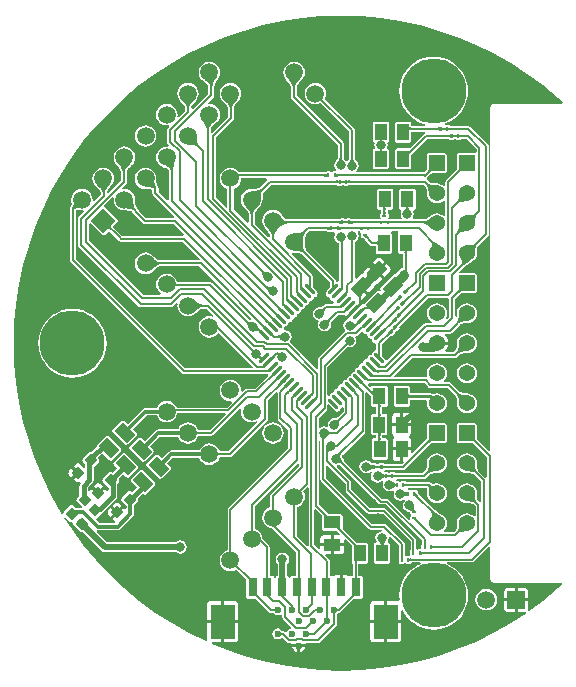
<source format=gtl>
G04*
G04 #@! TF.GenerationSoftware,Altium Limited,Altium Designer,25.1.2 (22)*
G04*
G04 Layer_Physical_Order=1*
G04 Layer_Color=255*
%FSLAX44Y44*%
%MOMM*%
G71*
G04*
G04 #@! TF.SameCoordinates,BCEF5572-1F7E-4207-9204-8C5AED3481CC*
G04*
G04*
G04 #@! TF.FilePolarity,Positive*
G04*
G01*
G75*
%ADD10C,0.2000*%
%ADD11C,0.6000*%
%ADD12C,0.2500*%
%ADD14C,0.1500*%
%ADD17R,1.0400X1.4700*%
G04:AMPARAMS|DCode=18|XSize=1.04mm|YSize=1.47mm|CornerRadius=0mm|HoleSize=0mm|Usage=FLASHONLY|Rotation=315.000|XOffset=0mm|YOffset=0mm|HoleType=Round|Shape=Rectangle|*
%AMROTATEDRECTD18*
4,1,4,-0.8874,-0.1520,0.1520,0.8874,0.8874,0.1520,-0.1520,-0.8874,-0.8874,-0.1520,0.0*
%
%ADD18ROTATEDRECTD18*%

%ADD19R,1.4700X1.0400*%
G04:AMPARAMS|DCode=20|XSize=0.25mm|YSize=1.25mm|CornerRadius=0mm|HoleSize=0mm|Usage=FLASHONLY|Rotation=315.000|XOffset=0mm|YOffset=0mm|HoleType=Round|Shape=Round|*
%AMOVALD20*
21,1,1.0000,0.2500,0.0000,0.0000,45.0*
1,1,0.2500,-0.3536,-0.3536*
1,1,0.2500,0.3536,0.3536*
%
%ADD20OVALD20*%

G04:AMPARAMS|DCode=21|XSize=0.25mm|YSize=1.25mm|CornerRadius=0mm|HoleSize=0mm|Usage=FLASHONLY|Rotation=225.000|XOffset=0mm|YOffset=0mm|HoleType=Round|Shape=Round|*
%AMOVALD21*
21,1,1.0000,0.2500,0.0000,0.0000,315.0*
1,1,0.2500,-0.3536,0.3536*
1,1,0.2500,0.3536,-0.3536*
%
%ADD21OVALD21*%

%ADD22R,2.1000X3.0000*%
%ADD23R,0.8000X1.6000*%
%ADD24P,1.1314X4X180.0*%
G04:AMPARAMS|DCode=25|XSize=1.04mm|YSize=1.47mm|CornerRadius=0mm|HoleSize=0mm|Usage=FLASHONLY|Rotation=225.000|XOffset=0mm|YOffset=0mm|HoleType=Round|Shape=Rectangle|*
%AMROTATEDRECTD25*
4,1,4,-0.1520,0.8874,0.8874,-0.1520,0.1520,-0.8874,-0.8874,0.1520,-0.1520,0.8874,0.0*
%
%ADD25ROTATEDRECTD25*%

G04:AMPARAMS|DCode=26|XSize=0.8128mm|YSize=0.8mm|CornerRadius=0mm|HoleSize=0mm|Usage=FLASHONLY|Rotation=315.000|XOffset=0mm|YOffset=0mm|HoleType=Round|Shape=Rectangle|*
%AMROTATEDRECTD26*
4,1,4,-0.5702,0.0045,-0.0045,0.5702,0.5702,-0.0045,0.0045,-0.5702,-0.5702,0.0045,0.0*
%
%ADD26ROTATEDRECTD26*%

%ADD39R,0.2500X0.3500*%
G04:AMPARAMS|DCode=40|XSize=0.25mm|YSize=0.35mm|CornerRadius=0mm|HoleSize=0mm|Usage=FLASHONLY|Rotation=225.000|XOffset=0mm|YOffset=0mm|HoleType=Round|Shape=Rectangle|*
%AMROTATEDRECTD40*
4,1,4,-0.0354,0.2121,0.2121,-0.0354,0.0354,-0.2121,-0.2121,0.0354,-0.0354,0.2121,0.0*
%
%ADD40ROTATEDRECTD40*%

%ADD41R,0.3500X0.2500*%
%ADD50C,0.5000*%
%ADD51C,0.4000*%
%ADD52C,0.3000*%
%ADD53C,0.1524*%
%ADD54C,0.1530*%
%ADD55C,0.8000*%
%ADD56C,0.6000*%
%ADD57C,1.5000*%
%ADD58P,2.1213X4X90.0*%
%ADD59R,1.3700X1.3700*%
%ADD60C,1.3700*%
%ADD61C,5.5000*%
%ADD62R,1.5000X1.5000*%
%ADD63C,0.8000*%
G36*
X174041Y504300D02*
X171715Y499924D01*
X171464Y499295D01*
X171285Y498748D01*
X171178Y498283D01*
X171142Y497899D01*
X169142Y497398D01*
X169096Y497953D01*
X168958Y498507D01*
X168727Y499059D01*
X168404Y499610D01*
X167989Y500160D01*
X167482Y500709D01*
X166882Y501256D01*
X166190Y501802D01*
X165406Y502347D01*
X164530Y502891D01*
X174721Y505421D01*
X174041Y504300D01*
D02*
G37*
G36*
X245134Y503726D02*
X244306Y502972D01*
X242912Y501543D01*
X242346Y500868D01*
X241866Y500220D01*
X241474Y499599D01*
X241169Y499004D01*
X240951Y498435D01*
X240821Y497893D01*
X240777Y497378D01*
X238777Y497486D01*
X238736Y497967D01*
X238612Y498493D01*
X238406Y499063D01*
X238117Y499676D01*
X237745Y500334D01*
X237291Y501036D01*
X236135Y502573D01*
X235433Y503407D01*
X234649Y504285D01*
X245134Y503726D01*
D02*
G37*
G36*
X154817Y485222D02*
X153457Y483696D01*
X152904Y482986D01*
X152437Y482310D01*
X152054Y481670D01*
X151757Y481065D01*
X151544Y480495D01*
X151417Y479960D01*
X151374Y479461D01*
X149374D01*
X149332Y479960D01*
X149204Y480495D01*
X148992Y481065D01*
X148694Y481670D01*
X148312Y482310D01*
X147844Y482986D01*
X147292Y483696D01*
X145932Y485222D01*
X145124Y486037D01*
X155624D01*
X154817Y485222D01*
D02*
G37*
G36*
X190909Y485347D02*
X189027Y483035D01*
X188566Y482345D01*
X188190Y481694D01*
X187897Y481084D01*
X187688Y480514D01*
X187562Y479984D01*
X187521Y479494D01*
X185521Y479434D01*
X185478Y479943D01*
X185348Y480482D01*
X185133Y481051D01*
X184831Y481650D01*
X184443Y482280D01*
X183968Y482940D01*
X183408Y483630D01*
X182028Y485101D01*
X181208Y485882D01*
X191704Y486198D01*
X190909Y485347D01*
D02*
G37*
G36*
X172424Y467146D02*
X171556Y466554D01*
X170093Y465385D01*
X169499Y464808D01*
X168996Y464235D01*
X168585Y463668D01*
X168265Y463106D01*
X168037Y462548D01*
X167900Y461996D01*
X167854Y461449D01*
X165854Y461855D01*
X165817Y462268D01*
X165705Y462752D01*
X165519Y463308D01*
X165258Y463937D01*
X164923Y464637D01*
X164029Y466254D01*
X162838Y468159D01*
X162131Y469219D01*
X172424Y467146D01*
D02*
G37*
G36*
X371213Y463092D02*
X371259Y462964D01*
X371336Y462852D01*
X371443Y462754D01*
X371581Y462672D01*
X371749Y462604D01*
X371948Y462552D01*
X372177Y462514D01*
X372438Y462492D01*
X372728Y462484D01*
Y460984D01*
X372438Y460977D01*
X372177Y460954D01*
X371948Y460917D01*
X371749Y460864D01*
X371581Y460797D01*
X371443Y460714D01*
X371336Y460617D01*
X371259Y460504D01*
X371213Y460377D01*
X371198Y460234D01*
Y463234D01*
X371213Y463092D01*
D02*
G37*
G36*
X363294Y459860D02*
X363274Y459996D01*
X363214Y460118D01*
X363114Y460225D01*
X362974Y460319D01*
X362794Y460397D01*
X362574Y460462D01*
X362314Y460512D01*
X362014Y460548D01*
X361674Y460569D01*
X361294Y460577D01*
Y462577D01*
X361674Y462584D01*
X362314Y462641D01*
X362574Y462691D01*
X362794Y462756D01*
X362974Y462835D01*
X363114Y462928D01*
X363214Y463036D01*
X363274Y463157D01*
X363294Y463294D01*
Y459860D01*
D02*
G37*
G36*
X337673Y463387D02*
X337734Y463217D01*
X337835Y463067D01*
X337977Y462937D01*
X338160Y462827D01*
X338383Y462737D01*
X338647Y462667D01*
X338952Y462617D01*
X339297Y462587D01*
X339683Y462577D01*
Y460577D01*
X339297Y460567D01*
X338952Y460537D01*
X338647Y460487D01*
X338383Y460417D01*
X338160Y460327D01*
X337977Y460217D01*
X337835Y460087D01*
X337734Y459937D01*
X337673Y459767D01*
X337653Y459577D01*
Y463577D01*
X337673Y463387D01*
D02*
G37*
G36*
X380476Y456829D02*
X380522Y456702D01*
X380599Y456589D01*
X380706Y456492D01*
X380844Y456409D01*
X381012Y456342D01*
X381211Y456289D01*
X381441Y456251D01*
X381701Y456229D01*
X381992Y456222D01*
Y454721D01*
X381701Y454714D01*
X381441Y454692D01*
X381211Y454654D01*
X381012Y454602D01*
X380844Y454534D01*
X380706Y454451D01*
X380599Y454354D01*
X380522Y454241D01*
X380476Y454114D01*
X380461Y453971D01*
Y456972D01*
X380476Y456829D01*
D02*
G37*
G36*
X372588Y453971D02*
X372573Y454114D01*
X372527Y454241D01*
X372450Y454354D01*
X372343Y454451D01*
X372205Y454534D01*
X372037Y454602D01*
X371838Y454654D01*
X371609Y454692D01*
X371348Y454714D01*
X371058Y454721D01*
Y456222D01*
X371348Y456229D01*
X371609Y456251D01*
X371838Y456289D01*
X372037Y456342D01*
X372205Y456409D01*
X372343Y456492D01*
X372450Y456589D01*
X372527Y456702D01*
X372573Y456829D01*
X372588Y456972D01*
Y453971D01*
D02*
G37*
G36*
X157879Y454250D02*
X157997Y452209D01*
X158108Y451316D01*
X158255Y450508D01*
X158438Y449785D01*
X158655Y449147D01*
X158908Y448594D01*
X159196Y448125D01*
X159519Y447742D01*
X158105Y446328D01*
X157722Y446651D01*
X157253Y446939D01*
X156700Y447192D01*
X156062Y447409D01*
X155338Y447591D01*
X154530Y447738D01*
X153638Y447850D01*
X151597Y447967D01*
X150449Y447973D01*
X157874Y455398D01*
X157879Y454250D01*
D02*
G37*
G36*
X280628Y436519D02*
X280682Y436185D01*
X280772Y435849D01*
X280898Y435510D01*
X281060Y435170D01*
X281258Y434827D01*
X281492Y434482D01*
X281761Y434135D01*
X282068Y433785D01*
X282409Y433434D01*
X276810D01*
X277152Y433785D01*
X277728Y434482D01*
X277962Y434827D01*
X278160Y435170D01*
X278321Y435510D01*
X278448Y435849D01*
X278538Y436185D01*
X278591Y436519D01*
X278610Y436850D01*
X280609D01*
X280628Y436519D01*
D02*
G37*
G36*
X290152Y436146D02*
X290206Y435812D01*
X290296Y435476D01*
X290422Y435137D01*
X290584Y434797D01*
X290782Y434454D01*
X291016Y434109D01*
X291286Y433762D01*
X291592Y433412D01*
X291934Y433061D01*
X286334D01*
X286676Y433412D01*
X287252Y434109D01*
X287486Y434454D01*
X287684Y434797D01*
X287846Y435137D01*
X287972Y435476D01*
X288062Y435812D01*
X288116Y436146D01*
X288134Y436477D01*
X290134D01*
X290152Y436146D01*
D02*
G37*
G36*
X137582Y427577D02*
X135582Y426214D01*
X135536Y426806D01*
X135400Y427354D01*
X135172Y427857D01*
X134853Y428316D01*
X134443Y428731D01*
X133942Y429101D01*
X133349Y429428D01*
X132666Y429710D01*
X131891Y429948D01*
X131026Y430142D01*
X139630Y435471D01*
X137582Y427577D01*
D02*
G37*
G36*
X381774Y425583D02*
X381658Y425668D01*
X381520Y425710D01*
X381361D01*
X381180Y425668D01*
X380979Y425583D01*
X380756Y425456D01*
X380512Y425286D01*
X380247Y425074D01*
X379653Y424522D01*
X378592Y425583D01*
X378889Y425891D01*
X379356Y426442D01*
X379526Y426686D01*
X379653Y426909D01*
X379738Y427110D01*
X379780Y427291D01*
Y427450D01*
X379738Y427588D01*
X379653Y427704D01*
X381774Y425583D01*
D02*
G37*
G36*
X357396D02*
X357226Y425682D01*
X357032Y425728D01*
X356811Y425720D01*
X356566Y425658D01*
X356296Y425544D01*
X356001Y425376D01*
X355680Y425154D01*
X355334Y424879D01*
X354964Y424551D01*
X354568Y424169D01*
X352839Y425268D01*
X353249Y425693D01*
X353890Y426447D01*
X354121Y426777D01*
X354292Y427075D01*
X354404Y427343D01*
X354456Y427578D01*
X354448Y427783D01*
X354380Y427955D01*
X354253Y428097D01*
X357396Y425583D01*
D02*
G37*
G36*
X101376Y431820D02*
X100544Y431080D01*
X99142Y429675D01*
X98573Y429009D01*
X98091Y428368D01*
X97696Y427751D01*
X97390Y427159D01*
X97171Y426591D01*
X97039Y426048D01*
X96995Y425529D01*
X94995Y425663D01*
X94955Y426139D01*
X94832Y426662D01*
X94627Y427232D01*
X94340Y427848D01*
X93971Y428510D01*
X93521Y429218D01*
X92374Y430774D01*
X91677Y431622D01*
X90899Y432516D01*
X101376Y431820D01*
D02*
G37*
G36*
X275663Y423663D02*
X275723Y423528D01*
X275823Y423408D01*
X275963Y423304D01*
X276143Y423216D01*
X276363Y423144D01*
X276623Y423088D01*
X276923Y423049D01*
X277263Y423025D01*
X277643Y423017D01*
Y421017D01*
X277263Y421010D01*
X276623Y420960D01*
X276363Y420915D01*
X276143Y420858D01*
X275963Y420788D01*
X275823Y420705D01*
X275723Y420610D01*
X275663Y420502D01*
X275643Y420381D01*
Y423815D01*
X275663Y423663D01*
D02*
G37*
G36*
X267709Y420381D02*
X267689Y420517D01*
X267629Y420639D01*
X267529Y420747D01*
X267389Y420840D01*
X267209Y420919D01*
X266989Y420984D01*
X266729Y421034D01*
X266429Y421069D01*
X266089Y421091D01*
X265709Y421098D01*
Y423098D01*
X266089Y423105D01*
X266729Y423163D01*
X266989Y423213D01*
X267209Y423278D01*
X267389Y423356D01*
X267529Y423450D01*
X267629Y423557D01*
X267689Y423679D01*
X267709Y423815D01*
Y420381D01*
D02*
G37*
G36*
X285458Y418420D02*
X285518Y418298D01*
X285618Y418190D01*
X285758Y418097D01*
X285938Y418018D01*
X286158Y417954D01*
X286418Y417904D01*
X286718Y417868D01*
X287058Y417846D01*
X287438Y417839D01*
Y415839D01*
X287058Y415832D01*
X286418Y415775D01*
X286158Y415724D01*
X285938Y415660D01*
X285758Y415581D01*
X285618Y415488D01*
X285518Y415380D01*
X285458Y415258D01*
X285438Y415122D01*
Y418556D01*
X285458Y418420D01*
D02*
G37*
G36*
X277504Y415122D02*
X277484Y415258D01*
X277424Y415380D01*
X277324Y415488D01*
X277184Y415581D01*
X277004Y415660D01*
X276784Y415724D01*
X276524Y415775D01*
X276224Y415811D01*
X275884Y415832D01*
X275504Y415839D01*
Y417839D01*
X275884Y417846D01*
X276524Y417904D01*
X276784Y417954D01*
X277004Y418018D01*
X277184Y418097D01*
X277324Y418190D01*
X277424Y418298D01*
X277484Y418420D01*
X277504Y418556D01*
Y415122D01*
D02*
G37*
G36*
X351221Y412876D02*
X351269Y412728D01*
X351492Y412466D01*
X351648Y412219D01*
X351813Y411872D01*
X351977Y411426D01*
X352129Y410881D01*
X352257Y410277D01*
X352535Y407752D01*
X352574Y406768D01*
X352686Y406524D01*
X352911Y404814D01*
X353755Y402777D01*
X355098Y401028D01*
X356847Y399685D01*
X358884Y398842D01*
X361070Y398554D01*
X363256Y398842D01*
X365293Y399685D01*
X366988Y400986D01*
X367435Y400916D01*
X368258Y400636D01*
Y387964D01*
X367435Y387684D01*
X366988Y387614D01*
X365293Y388915D01*
X363256Y389758D01*
X361070Y390046D01*
X358884Y389758D01*
X356847Y388915D01*
X355910Y388196D01*
X355600Y388105D01*
X354035Y386844D01*
X352689Y385901D01*
X352122Y385558D01*
X351603Y385283D01*
X351153Y385084D01*
X350781Y384957D01*
X350498Y384894D01*
X350171Y384867D01*
X350033Y384796D01*
X341116D01*
X340437Y386066D01*
X341097Y387054D01*
X341526Y389209D01*
X341097Y391365D01*
X340964Y391564D01*
X341623Y392864D01*
X342483Y393220D01*
X342966Y394387D01*
Y409087D01*
X342483Y410253D01*
X341316Y410736D01*
X330916D01*
X329750Y410253D01*
X329267Y409087D01*
Y394387D01*
X329750Y393220D01*
X330261Y393009D01*
X330823Y391564D01*
X330690Y391365D01*
X330261Y389209D01*
X330690Y387054D01*
X331350Y386066D01*
X330671Y384796D01*
X320723D01*
X320314Y385185D01*
X319940Y386153D01*
X320083Y386499D01*
Y388999D01*
X319779Y389733D01*
X319724Y389950D01*
X319677Y389978D01*
X319600Y390165D01*
X319378Y390257D01*
X319341Y390675D01*
X319335Y390997D01*
X319259Y391171D01*
Y392207D01*
X319334Y392376D01*
X319343Y392705D01*
X319346Y392737D01*
X322516D01*
X323683Y393220D01*
X324166Y394387D01*
Y409087D01*
X323683Y410253D01*
X322516Y410736D01*
X312116D01*
X310950Y410253D01*
X310467Y409087D01*
Y394387D01*
X310950Y393220D01*
X312116Y392737D01*
X314025D01*
X314028Y392705D01*
X314036Y392376D01*
X314112Y392207D01*
Y391171D01*
X314036Y390997D01*
X314030Y390654D01*
X314013Y390396D01*
X313997Y390260D01*
X313767Y390165D01*
X313690Y389979D01*
X313643Y389951D01*
X313589Y389735D01*
X313284Y388999D01*
Y386499D01*
X313426Y386156D01*
X313401Y385928D01*
X313115Y385251D01*
X312644Y384796D01*
X289888D01*
X289715Y384872D01*
X289371Y384879D01*
X289114Y384895D01*
X288978Y384911D01*
X288883Y385139D01*
X288696Y385217D01*
X288668Y385263D01*
X288452Y385318D01*
X287717Y385622D01*
X285217D01*
X284050Y385139D01*
X283383Y385139D01*
X282217Y385622D01*
X279717D01*
X278976Y385316D01*
X278762Y385261D01*
X278735Y385216D01*
X278550Y385139D01*
X278454Y384906D01*
X278039Y384869D01*
X277718Y384863D01*
X277545Y384787D01*
X234588D01*
X234519Y384833D01*
X234426Y384814D01*
X234342Y384857D01*
X233927Y384892D01*
X233619Y384968D01*
X233269Y385111D01*
X232874Y385335D01*
X232438Y385648D01*
X231968Y386058D01*
X231485Y386549D01*
X230389Y387899D01*
X229823Y388714D01*
X229560Y388884D01*
X228652Y390066D01*
X226767Y391513D01*
X224572Y392422D01*
X222216Y392732D01*
X219860Y392422D01*
X217665Y391513D01*
X215780Y390066D01*
X214334Y388181D01*
X213424Y385986D01*
X213114Y383630D01*
X213424Y381275D01*
X214334Y379080D01*
X215739Y377248D01*
X215794Y377114D01*
X216571Y376329D01*
X217866Y374876D01*
X218356Y374246D01*
X218766Y373653D01*
X219085Y373119D01*
X219317Y372648D01*
X219465Y372251D01*
X219540Y371935D01*
X219573Y371558D01*
X219643Y371422D01*
Y370060D01*
X218469Y369574D01*
X206829Y381215D01*
Y389383D01*
X206899Y389518D01*
X206931Y389895D01*
X207007Y390212D01*
X207155Y390609D01*
X207386Y391079D01*
X207706Y391614D01*
X208116Y392207D01*
X208606Y392837D01*
X209901Y394290D01*
X210678Y395074D01*
X210733Y395209D01*
X212138Y397040D01*
X213047Y399235D01*
X213349Y401524D01*
X213405Y401658D01*
X213410Y402762D01*
X213522Y404705D01*
X213621Y405498D01*
X213750Y406206D01*
X213902Y406810D01*
X214071Y407307D01*
X214248Y407692D01*
X214418Y407969D01*
X214662Y408258D01*
X214708Y408404D01*
X220570Y414266D01*
X275299D01*
X275473Y414190D01*
X275816Y414183D01*
X276073Y414167D01*
X276210Y414151D01*
X276304Y413923D01*
X276491Y413845D01*
X276519Y413799D01*
X276735Y413744D01*
X277471Y413440D01*
X279971D01*
X281137Y413923D01*
X281805Y413923D01*
X282971Y413440D01*
X285471D01*
X286206Y413744D01*
X286423Y413799D01*
X286450Y413845D01*
X286637Y413923D01*
X286730Y414146D01*
X287148Y414184D01*
X287469Y414190D01*
X287643Y414266D01*
X349832D01*
X351221Y412876D01*
D02*
G37*
G36*
X121898Y418076D02*
X121944Y416230D01*
X122033Y415410D01*
X122165Y414659D01*
X122341Y413978D01*
X122560Y413365D01*
X122823Y412821D01*
X123129Y412346D01*
X123479Y411940D01*
X122065Y410525D01*
X121659Y410875D01*
X121184Y411182D01*
X120640Y411444D01*
X120027Y411664D01*
X119345Y411839D01*
X118595Y411972D01*
X117775Y412060D01*
X116887Y412105D01*
X114903Y412065D01*
X121940Y419102D01*
X121898Y418076D01*
D02*
G37*
G36*
X83379Y413687D02*
X81543Y411269D01*
X81094Y410557D01*
X80726Y409893D01*
X80441Y409277D01*
X80237Y408708D01*
X80114Y408186D01*
X80073Y407712D01*
X78073Y407566D01*
X78029Y408086D01*
X77898Y408630D01*
X77678Y409197D01*
X77371Y409789D01*
X76975Y410403D01*
X76493Y411041D01*
X75922Y411703D01*
X75263Y412389D01*
X73682Y413831D01*
X84155Y414588D01*
X83379Y413687D01*
D02*
G37*
G36*
X354257Y414949D02*
X354694Y414676D01*
X355202Y414440D01*
X355783Y414242D01*
X356434Y414081D01*
X357158Y413959D01*
X357952Y413873D01*
X359757Y413816D01*
X360766Y413843D01*
X354222Y406833D01*
X354181Y407874D01*
X353887Y410539D01*
X353732Y411274D01*
X353548Y411932D01*
X353336Y412513D01*
X353094Y413018D01*
X352824Y413446D01*
X352526Y413797D01*
X353891Y415260D01*
X354257Y414949D01*
D02*
G37*
G36*
X213401Y409322D02*
X213077Y408938D01*
X212789Y408470D01*
X212537Y407917D01*
X212319Y407279D01*
X212137Y406555D01*
X211990Y405747D01*
X211878Y404854D01*
X211761Y402814D01*
X211755Y401666D01*
X204331Y409091D01*
X205478Y409096D01*
X207519Y409214D01*
X208412Y409325D01*
X209220Y409472D01*
X209943Y409654D01*
X210581Y409872D01*
X211135Y410125D01*
X211603Y410413D01*
X211986Y410736D01*
X213401Y409322D01*
D02*
G37*
G36*
X386401Y400150D02*
X385311Y400146D01*
X382543Y399953D01*
X381789Y399828D01*
X381119Y399673D01*
X380533Y399487D01*
X380031Y399272D01*
X379613Y399025D01*
X379280Y398749D01*
X378219Y399810D01*
X378495Y400143D01*
X378741Y400561D01*
X378957Y401063D01*
X379143Y401649D01*
X379298Y402319D01*
X379423Y403073D01*
X379582Y404834D01*
X379617Y405841D01*
X379620Y406931D01*
X386401Y400150D01*
D02*
G37*
G36*
X59028Y394252D02*
X58332Y394375D01*
X57669Y394445D01*
X57039Y394462D01*
X56442Y394425D01*
X55878Y394335D01*
X55347Y394192D01*
X54848Y393996D01*
X54383Y393746D01*
X53951Y393443D01*
X53552Y393087D01*
X52138Y394501D01*
X52492Y394899D01*
X52793Y395330D01*
X53040Y395794D01*
X53232Y396290D01*
X53371Y396818D01*
X53456Y397379D01*
X53486Y397973D01*
X53463Y398600D01*
X53385Y399259D01*
X53253Y399950D01*
X59028Y394252D01*
D02*
G37*
G36*
X103998Y400368D02*
X104115Y398328D01*
X104227Y397435D01*
X104374Y396627D01*
X104556Y395904D01*
X104773Y395265D01*
X105026Y394712D01*
X105314Y394244D01*
X105638Y393860D01*
X104223Y392446D01*
X103840Y392769D01*
X103371Y393057D01*
X102818Y393310D01*
X102180Y393528D01*
X101457Y393710D01*
X100649Y393857D01*
X99756Y393968D01*
X97715Y394086D01*
X96567Y394091D01*
X103992Y401516D01*
X103998Y400368D01*
D02*
G37*
G36*
X318495Y394400D02*
X318325Y394340D01*
X318175Y394240D01*
X318045Y394100D01*
X317935Y393920D01*
X317845Y393700D01*
X317775Y393440D01*
X317725Y393140D01*
X317695Y392800D01*
X317685Y392420D01*
X315685D01*
X315675Y392800D01*
X315645Y393140D01*
X315595Y393440D01*
X315525Y393700D01*
X315435Y393920D01*
X315325Y394100D01*
X315195Y394240D01*
X315045Y394340D01*
X314875Y394400D01*
X314685Y394420D01*
X318685D01*
X318495Y394400D01*
D02*
G37*
G36*
X336912Y395151D02*
X336966Y394817D01*
X337056Y394481D01*
X337078Y394420D01*
X337894D01*
X337704Y394400D01*
X337534Y394340D01*
X337384Y394240D01*
X337254Y394100D01*
X337225Y394052D01*
X337344Y393802D01*
X337542Y393459D01*
X337776Y393114D01*
X338046Y392767D01*
X338352Y392418D01*
X338694Y392066D01*
X333094D01*
X333436Y392418D01*
X334012Y393114D01*
X334246Y393459D01*
X334444Y393802D01*
X334563Y394052D01*
X334534Y394100D01*
X334404Y394240D01*
X334254Y394340D01*
X334084Y394400D01*
X333894Y394420D01*
X334709D01*
X334732Y394481D01*
X334822Y394817D01*
X334876Y395151D01*
X334894Y395482D01*
X336894D01*
X336912Y395151D01*
D02*
G37*
G36*
X208698Y395419D02*
X207338Y393893D01*
X206786Y393183D01*
X206318Y392508D01*
X205936Y391868D01*
X205638Y391263D01*
X205426Y390693D01*
X205298Y390158D01*
X205256Y389658D01*
X203256D01*
X203213Y390158D01*
X203086Y390693D01*
X202873Y391263D01*
X202576Y391868D01*
X202193Y392508D01*
X201726Y393183D01*
X201173Y393893D01*
X199813Y395419D01*
X199006Y396235D01*
X209506D01*
X208698Y395419D01*
D02*
G37*
G36*
X317693Y390586D02*
X317750Y389946D01*
X317800Y389686D01*
X317864Y389466D01*
X317943Y389286D01*
X318036Y389146D01*
X318143Y389046D01*
X318265Y388986D01*
X318400Y388966D01*
X314966D01*
X315103Y388986D01*
X315225Y389046D01*
X315333Y389146D01*
X315427Y389286D01*
X315506Y389466D01*
X315570Y389686D01*
X315621Y389946D01*
X315657Y390246D01*
X315678Y390586D01*
X315685Y390966D01*
X317685D01*
X317693Y390586D01*
D02*
G37*
G36*
X217280Y418255D02*
X211069Y412043D01*
X210923Y411997D01*
X210634Y411753D01*
X210357Y411583D01*
X209971Y411407D01*
X209475Y411238D01*
X208871Y411085D01*
X208162Y410956D01*
X207369Y410857D01*
X205427Y410746D01*
X204322Y410740D01*
X204189Y410684D01*
X201900Y410383D01*
X199705Y409473D01*
X197820Y408027D01*
X196373Y406142D01*
X195464Y403947D01*
X195154Y401591D01*
X195464Y399235D01*
X196373Y397040D01*
X197778Y395209D01*
X197833Y395074D01*
X198611Y394289D01*
X199905Y392837D01*
X200395Y392206D01*
X200805Y391614D01*
X201125Y391079D01*
X201356Y390609D01*
X201504Y390211D01*
X201580Y389895D01*
X201612Y389518D01*
X201682Y389383D01*
Y382185D01*
X200509Y381699D01*
X188869Y393339D01*
Y410850D01*
X190846Y411669D01*
X192731Y413116D01*
X194177Y415001D01*
X195087Y417196D01*
X195393Y419525D01*
X216754D01*
X217280Y418255D01*
D02*
G37*
G36*
X394721Y388790D02*
X394445Y388457D01*
X394198Y388039D01*
X393983Y387537D01*
X393797Y386951D01*
X393642Y386281D01*
X393517Y385527D01*
X393358Y383766D01*
X393324Y382759D01*
X393320Y381669D01*
X386539Y388450D01*
X387629Y388453D01*
X390397Y388647D01*
X391151Y388772D01*
X391821Y388927D01*
X392407Y389113D01*
X392909Y389328D01*
X393327Y389575D01*
X393660Y389851D01*
X394721Y388790D01*
D02*
G37*
G36*
X318420Y383420D02*
X318480Y383378D01*
X318580Y383342D01*
X318720Y383310D01*
X318900Y383284D01*
X319380Y383245D01*
X320400Y383223D01*
Y381223D01*
X320020Y381221D01*
X318580Y381129D01*
X318480Y381101D01*
X318420Y381068D01*
X318400Y381032D01*
Y383466D01*
X318420Y383420D01*
D02*
G37*
G36*
X314966Y381032D02*
X314946Y381068D01*
X314886Y381101D01*
X314786Y381129D01*
X314646Y381154D01*
X314466Y381175D01*
X313986Y381206D01*
X312966Y381223D01*
Y383223D01*
X313346Y383225D01*
X314646Y383310D01*
X314786Y383342D01*
X314886Y383378D01*
X314946Y383420D01*
X314966Y383466D01*
Y381032D01*
D02*
G37*
G36*
X287704Y383804D02*
X287764Y383682D01*
X287864Y383574D01*
X288004Y383481D01*
X288184Y383402D01*
X288404Y383338D01*
X288664Y383288D01*
X288964Y383252D01*
X289304Y383230D01*
X289684Y383223D01*
Y381223D01*
X289304Y381216D01*
X288664Y381158D01*
X288404Y381108D01*
X288184Y381044D01*
X288004Y380965D01*
X287864Y380872D01*
X287764Y380764D01*
X287704Y380642D01*
X287684Y380506D01*
Y383940D01*
X287704Y383804D01*
D02*
G37*
G36*
X279750Y380506D02*
X279730Y380640D01*
X279670Y380761D01*
X279570Y380867D01*
X279430Y380959D01*
X279250Y381036D01*
X279030Y381100D01*
X278770Y381150D01*
X278470Y381185D01*
X278130Y381206D01*
X277750Y381213D01*
Y383213D01*
X278130Y383221D01*
X278770Y383279D01*
X279030Y383330D01*
X279250Y383395D01*
X279430Y383475D01*
X279570Y383569D01*
X279670Y383678D01*
X279730Y383802D01*
X279750Y383940D01*
Y380506D01*
D02*
G37*
G36*
X355762Y377270D02*
X355125Y378021D01*
X353900Y379286D01*
X353312Y379800D01*
X352739Y380235D01*
X352183Y380591D01*
X351643Y380867D01*
X351119Y381065D01*
X350612Y381183D01*
X350120Y381223D01*
X350305Y383223D01*
X350746Y383259D01*
X351229Y383367D01*
X351755Y383547D01*
X352324Y383798D01*
X352935Y384122D01*
X353590Y384518D01*
X355027Y385525D01*
X356634Y386820D01*
X355762Y377270D01*
D02*
G37*
G36*
X85127Y379595D02*
X85049Y379433D01*
X85013Y379257D01*
X85018Y379068D01*
X85066Y378865D01*
X85155Y378648D01*
X85287Y378417D01*
X85460Y378173D01*
X85676Y377915D01*
X85933Y377644D01*
X84519Y376229D01*
X84247Y376487D01*
X83989Y376702D01*
X83745Y376876D01*
X83515Y377007D01*
X83298Y377097D01*
X83095Y377145D01*
X82905Y377150D01*
X82730Y377114D01*
X82568Y377035D01*
X82419Y376915D01*
X85248Y379743D01*
X85127Y379595D01*
D02*
G37*
G36*
X301529Y378321D02*
X301589Y378296D01*
X301689Y378273D01*
X301829Y378253D01*
X302229Y378222D01*
X303509Y378198D01*
Y376198D01*
X303129Y376195D01*
X302009Y376127D01*
X301829Y376096D01*
X301689Y376060D01*
X301589Y376018D01*
X301529Y375970D01*
X301509Y375917D01*
Y378351D01*
X301529Y378321D01*
D02*
G37*
G36*
X298075Y375917D02*
X298055Y375970D01*
X297995Y376018D01*
X297895Y376060D01*
X297755Y376096D01*
X297575Y376127D01*
X297355Y376153D01*
X296795Y376186D01*
X296075Y376198D01*
Y378198D01*
X296455Y378199D01*
X297995Y378296D01*
X298055Y378321D01*
X298075Y378351D01*
Y375917D01*
D02*
G37*
G36*
X278235Y378778D02*
X278295Y378657D01*
X278395Y378549D01*
X278535Y378456D01*
X278715Y378377D01*
X278935Y378312D01*
X279195Y378262D01*
X279495Y378226D01*
X279835Y378205D01*
X280215Y378198D01*
Y376198D01*
X279835Y376190D01*
X279195Y376133D01*
X278935Y376083D01*
X278715Y376018D01*
X278535Y375939D01*
X278395Y375846D01*
X278295Y375739D01*
X278235Y375617D01*
X278215Y375481D01*
Y378915D01*
X278235Y378778D01*
D02*
G37*
G36*
X270281Y375481D02*
X270261Y375617D01*
X270201Y375739D01*
X270101Y375846D01*
X269961Y375939D01*
X269781Y376018D01*
X269561Y376083D01*
X269301Y376133D01*
X269001Y376169D01*
X268661Y376190D01*
X268281Y376198D01*
Y378198D01*
X268661Y378205D01*
X269301Y378262D01*
X269561Y378312D01*
X269781Y378377D01*
X269961Y378456D01*
X270101Y378549D01*
X270201Y378657D01*
X270261Y378778D01*
X270281Y378915D01*
Y375481D01*
D02*
G37*
G36*
X386401Y374750D02*
X385311Y374747D01*
X382543Y374553D01*
X381789Y374428D01*
X381119Y374273D01*
X380533Y374087D01*
X380031Y373871D01*
X379613Y373625D01*
X379280Y373349D01*
X378219Y374410D01*
X378495Y374743D01*
X378741Y375161D01*
X378957Y375663D01*
X379143Y376249D01*
X379298Y376919D01*
X379423Y377673D01*
X379582Y379434D01*
X379617Y380441D01*
X379620Y381531D01*
X386401Y374750D01*
D02*
G37*
G36*
X229069Y386907D02*
X230254Y385448D01*
X230837Y384855D01*
X231413Y384353D01*
X231984Y383943D01*
X232548Y383624D01*
X233106Y383396D01*
X233659Y383259D01*
X234205Y383213D01*
X233816Y381213D01*
X233398Y381176D01*
X232911Y381063D01*
X232353Y380876D01*
X231725Y380613D01*
X231027Y380276D01*
X229420Y379376D01*
X227533Y378176D01*
X227031Y377835D01*
X226659Y377459D01*
X225299Y375933D01*
X224746Y375223D01*
X224279Y374547D01*
X223896Y373907D01*
X223599Y373302D01*
X223386Y372732D01*
X223259Y372197D01*
X223216Y371698D01*
X221216D01*
X221174Y372197D01*
X221046Y372732D01*
X220834Y373302D01*
X220536Y373907D01*
X220154Y374547D01*
X219686Y375223D01*
X219134Y375933D01*
X217774Y377459D01*
X216966Y378274D01*
X226640D01*
X228468Y387774D01*
X229069Y386907D01*
D02*
G37*
G36*
X87550Y402801D02*
X87391Y401591D01*
X87701Y399235D01*
X88610Y397040D01*
X90057Y395155D01*
X91942Y393709D01*
X94137Y392799D01*
X96426Y392498D01*
X96559Y392442D01*
X97664Y392436D01*
X99606Y392325D01*
X100399Y392225D01*
X101107Y392097D01*
X101712Y391945D01*
X102208Y391775D01*
X102594Y391599D01*
X102871Y391429D01*
X103160Y391185D01*
X103306Y391139D01*
X103816Y390628D01*
X103934Y390035D01*
X104492Y389200D01*
X111873Y381820D01*
X112707Y381262D01*
X113692Y381066D01*
X138139D01*
X146855Y372349D01*
X146329Y371079D01*
X94722D01*
X87197Y378605D01*
X87130Y378778D01*
X86909Y379012D01*
X86883Y379043D01*
X90305Y382464D01*
X90788Y383630D01*
X90305Y384797D01*
X79699Y395404D01*
X79476Y396523D01*
X86347Y403394D01*
X87550Y402801D01*
D02*
G37*
G36*
X301373Y372612D02*
X301299Y372446D01*
X301286Y372246D01*
X301336Y372013D01*
X301446Y371747D01*
X301618Y371447D01*
X301852Y371115D01*
X302147Y370748D01*
X302923Y369917D01*
X301009Y369002D01*
X300621Y369376D01*
X299916Y369968D01*
X299598Y370187D01*
X299303Y370354D01*
X299032Y370470D01*
X298784Y370534D01*
X298560Y370546D01*
X298358Y370507D01*
X298180Y370417D01*
X301509Y372745D01*
X301373Y372612D01*
D02*
G37*
G36*
X249322Y373401D02*
X248998Y373017D01*
X248710Y372549D01*
X248458Y371996D01*
X248240Y371357D01*
X248058Y370634D01*
X247911Y369826D01*
X247799Y368933D01*
X247682Y366893D01*
X247676Y365745D01*
X240252Y373170D01*
X241399Y373175D01*
X243440Y373293D01*
X244333Y373404D01*
X245141Y373551D01*
X245864Y373733D01*
X246502Y373951D01*
X247056Y374204D01*
X247524Y374492D01*
X247908Y374815D01*
X249322Y373401D01*
D02*
G37*
G36*
X310828Y362904D02*
X310807Y363094D01*
X310747Y363264D01*
X310645Y363414D01*
X310503Y363544D01*
X310320Y363654D01*
X310097Y363744D01*
X309833Y363814D01*
X309528Y363864D01*
X309183Y363894D01*
X308797Y363904D01*
Y365904D01*
X309183Y365914D01*
X309528Y365944D01*
X309833Y365994D01*
X310097Y366064D01*
X310320Y366154D01*
X310503Y366264D01*
X310645Y366394D01*
X310747Y366544D01*
X310807Y366714D01*
X310828Y366904D01*
Y362904D01*
D02*
G37*
G36*
X358594Y365812D02*
X358856Y365618D01*
X360244Y364707D01*
X364560Y362094D01*
X355571Y360285D01*
X356012Y360927D01*
X356364Y361544D01*
X356627Y362136D01*
X356800Y362704D01*
X356883Y363247D01*
X356878Y363765D01*
X356783Y364259D01*
X356599Y364728D01*
X356325Y365173D01*
X355962Y365593D01*
X358432Y365951D01*
X358594Y365812D01*
D02*
G37*
G36*
X247682Y364447D02*
X247799Y362407D01*
X247911Y361514D01*
X248058Y360706D01*
X248240Y359982D01*
X248458Y359344D01*
X248710Y358791D01*
X248998Y358323D01*
X249322Y357939D01*
X247908Y356525D01*
X247524Y356848D01*
X247056Y357136D01*
X246502Y357389D01*
X245864Y357607D01*
X245141Y357789D01*
X244333Y357936D01*
X243440Y358047D01*
X241399Y358165D01*
X240252Y358170D01*
X247676Y365595D01*
X247682Y364447D01*
D02*
G37*
G36*
X394721Y363390D02*
X394445Y363057D01*
X394198Y362639D01*
X393983Y362137D01*
X393797Y361551D01*
X393642Y360881D01*
X393517Y360127D01*
X393358Y358366D01*
X393324Y357359D01*
X393320Y356269D01*
X386539Y363050D01*
X387629Y363054D01*
X390397Y363247D01*
X391151Y363372D01*
X391821Y363527D01*
X392407Y363713D01*
X392909Y363928D01*
X393327Y364175D01*
X393660Y364451D01*
X394721Y363390D01*
D02*
G37*
G36*
X328398Y373421D02*
X327915Y372254D01*
Y357554D01*
X328398Y356388D01*
X329564Y355905D01*
X332039D01*
X332041Y355873D01*
X332050Y355544D01*
X332126Y355374D01*
Y343499D01*
X330984Y343272D01*
X329156Y342051D01*
X329156Y342051D01*
X325353Y338247D01*
X325217Y338303D01*
X324051Y337820D01*
X313656Y327426D01*
X313173Y326259D01*
X313656Y325093D01*
X314072Y324678D01*
X313046Y323652D01*
X312598Y324100D01*
X311431Y324583D01*
X310265Y324100D01*
X299870Y313706D01*
X299695Y313282D01*
X298261Y312875D01*
X298163Y312905D01*
X297924Y313104D01*
X297905Y313132D01*
X291815Y307043D01*
X285339Y300566D01*
X285246Y299833D01*
X283419Y298612D01*
X282198Y296785D01*
X281769Y294630D01*
X282198Y292474D01*
X282905Y291416D01*
X283419Y290647D01*
X282621Y289729D01*
X261275Y268382D01*
X260770Y267626D01*
X260592Y266734D01*
Y258481D01*
X259419Y257995D01*
X237059Y280354D01*
X236470Y281488D01*
X237691Y283316D01*
X238120Y285471D01*
X237691Y287626D01*
X236470Y289453D01*
X234643Y290674D01*
X232488Y291103D01*
X231959Y290998D01*
X231286Y292159D01*
X231659Y292716D01*
X231874Y293799D01*
X232581Y294506D01*
X233664Y294721D01*
X234581Y295334D01*
X235194Y296252D01*
X235410Y297334D01*
X236117Y298041D01*
X237199Y298257D01*
X238117Y298870D01*
X238730Y299787D01*
X238945Y300870D01*
X239652Y301577D01*
X240735Y301792D01*
X241652Y302405D01*
X242265Y303323D01*
X242481Y304405D01*
X243188Y305112D01*
X244270Y305328D01*
X245188Y305941D01*
X245801Y306858D01*
X246016Y307941D01*
X246723Y308648D01*
X247806Y308863D01*
X248723Y309476D01*
X249336Y310394D01*
X249552Y311476D01*
X250259Y312183D01*
X251341Y312399D01*
X252259Y313012D01*
X252872Y313929D01*
X253087Y315012D01*
X253794Y315719D01*
X254877Y315934D01*
X255794Y316547D01*
X256407Y317465D01*
X256623Y318547D01*
X257330Y319254D01*
X258412Y319470D01*
X259330Y320083D01*
X259943Y321001D01*
X260158Y322083D01*
X259943Y323165D01*
X259330Y324083D01*
X257023Y326389D01*
X256998Y326459D01*
X256869Y326603D01*
X256800Y326697D01*
X256734Y326810D01*
X256669Y326947D01*
X256609Y327110D01*
X256555Y327302D01*
X256509Y327525D01*
X256474Y327779D01*
X256452Y328064D01*
X256443Y328417D01*
X256368Y328588D01*
Y336269D01*
X256172Y337254D01*
X255614Y338089D01*
X238149Y355554D01*
X238742Y356757D01*
X240110Y356577D01*
X240243Y356521D01*
X241348Y356515D01*
X243290Y356404D01*
X244083Y356305D01*
X244792Y356176D01*
X245396Y356023D01*
X245892Y355854D01*
X246278Y355678D01*
X246555Y355508D01*
X246844Y355264D01*
X246990Y355218D01*
X270666Y331541D01*
Y328588D01*
X270591Y328417D01*
X270582Y328064D01*
X270560Y327779D01*
X270525Y327525D01*
X270479Y327303D01*
X270425Y327110D01*
X270365Y326947D01*
X270300Y326810D01*
X270234Y326697D01*
X270165Y326603D01*
X270036Y326459D01*
X270011Y326389D01*
X267704Y324083D01*
X267091Y323165D01*
X266876Y322083D01*
X267091Y321001D01*
X267704Y320083D01*
X268622Y319470D01*
X269704Y319254D01*
X270411Y318547D01*
X270627Y317465D01*
X271240Y316547D01*
X272157Y315934D01*
X273240Y315719D01*
X273947Y315012D01*
X274037Y314561D01*
X273178Y313291D01*
X267367D01*
X266382Y313095D01*
X265547Y312537D01*
X264374Y311364D01*
X264213Y311307D01*
X264031Y311144D01*
X263895Y311046D01*
X263734Y310953D01*
X263543Y310866D01*
X263318Y310786D01*
X263057Y310716D01*
X262782Y310663D01*
X262027Y310591D01*
X261603Y310585D01*
X261544Y310560D01*
X259430Y310140D01*
X257603Y308919D01*
X256382Y307092D01*
X255954Y304936D01*
X256382Y302781D01*
X257603Y300954D01*
X259430Y299733D01*
X260294Y299561D01*
X260879Y298150D01*
X260581Y297705D01*
X260153Y295550D01*
X260581Y293394D01*
X261802Y291567D01*
X263629Y290346D01*
X265785Y289917D01*
X267940Y290346D01*
X269767Y291567D01*
X270988Y293394D01*
X271417Y295550D01*
X271399Y295641D01*
X271431Y295723D01*
X271426Y296164D01*
X271441Y296528D01*
X271475Y296855D01*
X271525Y297145D01*
X271589Y297398D01*
X271663Y297617D01*
X271747Y297802D01*
X271836Y297960D01*
X271932Y298093D01*
X272096Y298276D01*
X272152Y298437D01*
X277364Y303648D01*
X282127D01*
X283112Y303844D01*
X283878Y302828D01*
X283930Y302749D01*
X290019Y308839D01*
X296231Y315050D01*
X296182Y315408D01*
X296220Y315998D01*
X296288Y316220D01*
X296929Y316648D01*
X301228Y320947D01*
X295720Y326455D01*
X297516Y328251D01*
X303024Y322743D01*
X307323Y327042D01*
X307884Y327882D01*
X308005Y328489D01*
X308585Y329229D01*
X309217Y329676D01*
X309874Y329807D01*
X310714Y330368D01*
X315014Y334667D01*
X309505Y340175D01*
X303997Y345684D01*
X299698Y341384D01*
X299137Y340544D01*
X299016Y339937D01*
X298436Y339197D01*
X297804Y338751D01*
X297147Y338620D01*
X296307Y338059D01*
X292987Y334739D01*
X291814Y335225D01*
Y365411D01*
X293223Y366353D01*
X294444Y368180D01*
X294873Y370336D01*
X294444Y372491D01*
X293867Y373354D01*
X294546Y374624D01*
X295790D01*
X296160Y374267D01*
X296552Y373270D01*
X296392Y372883D01*
Y370384D01*
X296875Y369217D01*
X297579Y368926D01*
X297670Y368848D01*
X297751Y368854D01*
X297878Y368802D01*
X297893Y368792D01*
X297898Y368793D01*
X298042Y368734D01*
X298799D01*
X298915Y368654D01*
X299517Y368149D01*
X299864Y367814D01*
X300041Y367745D01*
X304701Y363085D01*
X305536Y362527D01*
X306521Y362331D01*
X308585D01*
X308755Y362255D01*
X309090Y362247D01*
X309115Y362244D01*
Y357554D01*
X309598Y356388D01*
X310764Y355905D01*
X321164D01*
X322331Y356388D01*
X322814Y357554D01*
Y372254D01*
X322331Y373421D01*
X322744Y374624D01*
X327985D01*
X328398Y373421D01*
D02*
G37*
G36*
X336509Y357567D02*
X336339Y357507D01*
X336189Y357407D01*
X336059Y357267D01*
X335949Y357087D01*
X335859Y356867D01*
X335789Y356607D01*
X335739Y356307D01*
X335709Y355967D01*
X335699Y355587D01*
X333699D01*
X333689Y355967D01*
X333659Y356307D01*
X333609Y356607D01*
X333539Y356867D01*
X333449Y357087D01*
X333339Y357267D01*
X333209Y357407D01*
X333059Y357507D01*
X332889Y357567D01*
X332699Y357587D01*
X336699D01*
X336509Y357567D01*
D02*
G37*
G36*
X77366Y371857D02*
X78532Y371374D01*
X79698Y371857D01*
X83120Y375279D01*
X83150Y375254D01*
X83384Y375032D01*
X83557Y374966D01*
X90855Y367669D01*
X90884Y367521D01*
X91442Y366686D01*
X92277Y366128D01*
X93261Y365933D01*
X146201D01*
X160581Y351553D01*
X160055Y350283D01*
X126662D01*
X126526Y350353D01*
X126149Y350385D01*
X125833Y350461D01*
X125435Y350609D01*
X124965Y350840D01*
X124430Y351160D01*
X123837Y351570D01*
X123207Y352060D01*
X121755Y353355D01*
X120970Y354132D01*
X120836Y354187D01*
X119004Y355592D01*
X116809Y356501D01*
X114453Y356811D01*
X112097Y356501D01*
X109902Y355592D01*
X108017Y354146D01*
X106571Y352260D01*
X105661Y350065D01*
X105351Y347710D01*
X105661Y345354D01*
X106571Y343158D01*
X108017Y341273D01*
X109902Y339827D01*
X112097Y338918D01*
X114453Y338608D01*
X116809Y338918D01*
X119004Y339827D01*
X120836Y341232D01*
X120970Y341287D01*
X121755Y342064D01*
X123207Y343359D01*
X123838Y343849D01*
X124430Y344259D01*
X124965Y344579D01*
X125435Y344810D01*
X125833Y344958D01*
X126149Y345034D01*
X126526Y345066D01*
X126662Y345136D01*
X159927D01*
X203713Y301350D01*
X203495Y299839D01*
X203169Y299651D01*
X201978Y300106D01*
X201841Y300147D01*
X170791Y331198D01*
X169956Y331755D01*
X168971Y331951D01*
X141226D01*
X141205Y332105D01*
X140296Y334300D01*
X138849Y336185D01*
X136965Y337631D01*
X134769Y338541D01*
X132414Y338851D01*
X130058Y338541D01*
X127863Y337631D01*
X125978Y336185D01*
X124531Y334300D01*
X123622Y332105D01*
X123312Y329749D01*
X123622Y327393D01*
X124531Y325198D01*
X125978Y323313D01*
X127196Y322378D01*
X126765Y321108D01*
X112556D01*
X66530Y367134D01*
Y380897D01*
X67800Y381423D01*
X77366Y371857D01*
D02*
G37*
G36*
X390041Y350354D02*
X383643Y346444D01*
X381763Y346685D01*
X382103Y347085D01*
X382352Y347514D01*
X382510Y347973D01*
X382576Y348460D01*
X382552Y348977D01*
X382436Y349523D01*
X382229Y350097D01*
X381931Y350701D01*
X381542Y351334D01*
X381062Y351996D01*
X390041Y350354D01*
D02*
G37*
G36*
X120625Y352152D02*
X122151Y350792D01*
X122861Y350239D01*
X123536Y349772D01*
X124176Y349389D01*
X124782Y349092D01*
X125351Y348880D01*
X125886Y348752D01*
X126386Y348709D01*
Y346710D01*
X125886Y346667D01*
X125351Y346539D01*
X124782Y346327D01*
X124176Y346030D01*
X123536Y345647D01*
X122861Y345179D01*
X122151Y344627D01*
X120625Y343267D01*
X119809Y342459D01*
Y352960D01*
X120625Y352152D01*
D02*
G37*
G36*
X214286Y340851D02*
X214560Y340653D01*
X214861Y340480D01*
X215190Y340329D01*
X215545Y340203D01*
X215928Y340101D01*
X216337Y340022D01*
X216773Y339968D01*
X217237Y339937D01*
X217727Y339930D01*
X213768Y335970D01*
X213761Y336461D01*
X213675Y337361D01*
X213597Y337770D01*
X213494Y338153D01*
X213368Y338508D01*
X213218Y338836D01*
X213044Y339137D01*
X212846Y339412D01*
X212625Y339659D01*
X214039Y341073D01*
X214286Y340851D01*
D02*
G37*
G36*
X303511Y337618D02*
X303545Y337647D01*
X304371Y338433D01*
X308613Y334190D01*
X307818Y333373D01*
X307789Y333340D01*
X308883Y332246D01*
X308630Y332414D01*
X308315Y332475D01*
X307937Y332429D01*
X307496Y332276D01*
X306992Y332015D01*
X306426Y331648D01*
X306249Y331515D01*
X306070Y331303D01*
X305700Y330740D01*
X305436Y330240D01*
X305279Y329803D01*
X305228Y329430D01*
X305283Y329120D01*
X305445Y328873D01*
X304395Y329923D01*
X303533Y329110D01*
X299291Y333353D01*
X300077Y334179D01*
X300106Y334212D01*
X298138Y336180D01*
X298558Y335845D01*
X299024Y335634D01*
X299535Y335547D01*
X300090Y335586D01*
X300691Y335748D01*
X301337Y336036D01*
X301568Y336174D01*
X301693Y336381D01*
X301983Y337024D01*
X302150Y337621D01*
X302192Y338173D01*
X302111Y338679D01*
X301905Y339139D01*
X301576Y339553D01*
X303511Y337618D01*
D02*
G37*
G36*
X268250Y374548D02*
X268594Y374542D01*
X268851Y374526D01*
X268988Y374509D01*
X269082Y374281D01*
X269269Y374204D01*
X269297Y374157D01*
X269513Y374103D01*
X270248Y373798D01*
X272748D01*
X273391Y374064D01*
X274414Y373679D01*
X274833Y372353D01*
X274513Y371874D01*
X274084Y369719D01*
X274513Y367564D01*
X275734Y365736D01*
X277561Y364515D01*
X277976Y364433D01*
Y333038D01*
X276775Y331982D01*
X275722Y333068D01*
X275617Y333592D01*
X275059Y334427D01*
X250629Y358857D01*
X250583Y359003D01*
X250339Y359292D01*
X250169Y359569D01*
X249992Y359955D01*
X249823Y360451D01*
X249671Y361055D01*
X249542Y361763D01*
X249443Y362556D01*
X249331Y364499D01*
X249326Y365603D01*
X249298Y365670D01*
X249326Y365737D01*
X249331Y366841D01*
X249443Y368783D01*
X249542Y369576D01*
X249671Y370285D01*
X249823Y370889D01*
X249992Y371385D01*
X250169Y371771D01*
X250339Y372048D01*
X250583Y372337D01*
X250629Y372483D01*
X252770Y374624D01*
X268077D01*
X268250Y374548D01*
D02*
G37*
G36*
X254794Y328377D02*
X254804Y327979D01*
X254833Y327602D01*
X254882Y327247D01*
X254951Y326913D01*
X255039Y326600D01*
X255147Y326308D01*
X255274Y326038D01*
X255420Y325789D01*
X255587Y325562D01*
X255773Y325355D01*
X251773Y329355D01*
X251967Y329182D01*
X252141Y329069D01*
X252294Y329018D01*
X252426Y329028D01*
X252539Y329100D01*
X252631Y329233D01*
X252702Y329427D01*
X252753Y329682D01*
X252784Y329999D01*
X252794Y330377D01*
X254794Y328377D01*
D02*
G37*
G36*
X247247Y328735D02*
X247257Y328201D01*
X247335Y327295D01*
X247404Y326923D01*
X247492Y326606D01*
X247600Y326342D01*
X247727Y326133D01*
X247874Y325978D01*
X248040Y325878D01*
X248226Y325831D01*
X245574Y326094D01*
X245512Y326033D01*
X245457Y326045D01*
X245408Y326129D01*
X245365Y326287D01*
X245329Y326518D01*
X245300Y326822D01*
X245251Y328171D01*
X245247Y328767D01*
X247247Y328735D01*
D02*
G37*
G36*
X281460Y326094D02*
X278571Y325594D01*
X278757Y325654D01*
X278923Y325767D01*
X279070Y325933D01*
X279197Y326152D01*
X279305Y326424D01*
X279393Y326749D01*
X279461Y327126D01*
X279510Y327557D01*
X279540Y328040D01*
X279549Y328576D01*
X281549Y328814D01*
X281460Y326094D01*
D02*
G37*
G36*
X274250Y329999D02*
X274281Y329682D01*
X274332Y329427D01*
X274403Y329233D01*
X274495Y329100D01*
X274608Y329028D01*
X274740Y329018D01*
X274893Y329069D01*
X275067Y329182D01*
X275261Y329355D01*
X271261Y325355D01*
X271447Y325562D01*
X271614Y325789D01*
X271760Y326038D01*
X271887Y326308D01*
X271995Y326600D01*
X272083Y326913D01*
X272152Y327247D01*
X272201Y327602D01*
X272230Y327979D01*
X272240Y328377D01*
X274240Y330377D01*
X274250Y329999D01*
D02*
G37*
G36*
X336566Y324345D02*
X336365Y324134D01*
X336197Y323934D01*
X336061Y323745D01*
X335958Y323568D01*
X335886Y323401D01*
X335848Y323245D01*
X335841Y323100D01*
X335866Y322967D01*
X335924Y322844D01*
X336014Y322732D01*
X333892Y324854D01*
X334004Y324764D01*
X334127Y324706D01*
X334260Y324681D01*
X334405Y324688D01*
X334561Y324726D01*
X334728Y324798D01*
X334905Y324901D01*
X335094Y325037D01*
X335294Y325205D01*
X335505Y325406D01*
X336566Y324345D01*
D02*
G37*
G36*
X382481Y323983D02*
X382326Y324096D01*
X382142Y324153D01*
X381930D01*
X381689Y324096D01*
X381421Y323983D01*
X381124Y323813D01*
X380798Y323587D01*
X380445Y323304D01*
X379653Y322569D01*
X378239Y323983D01*
X378635Y324393D01*
X379257Y325128D01*
X379483Y325454D01*
X379653Y325751D01*
X379766Y326019D01*
X379823Y326260D01*
Y326472D01*
X379766Y326656D01*
X379653Y326811D01*
X382481Y323983D01*
D02*
G37*
G36*
X217836Y328078D02*
X218116Y327883D01*
X218407Y327734D01*
X218708Y327632D01*
X219020Y327576D01*
X219341Y327567D01*
X219673Y327605D01*
X220015Y327689D01*
X220368Y327819D01*
X220731Y327996D01*
X219034Y322755D01*
X218804Y323227D01*
X217724Y325131D01*
X217522Y325421D01*
X217133Y325911D01*
X216946Y326111D01*
X217566Y328320D01*
X217836Y328078D01*
D02*
G37*
G36*
X238811Y320805D02*
X239981Y319767D01*
X240065Y319719D01*
X240128Y319696D01*
X238503Y318071D01*
X238480Y318134D01*
X238432Y318218D01*
X238359Y318323D01*
X238261Y318448D01*
X237816Y318950D01*
X237146Y319639D01*
X238560Y321054D01*
X238811Y320805D01*
D02*
G37*
G36*
X330447Y317165D02*
X330335Y317255D01*
X330212Y317313D01*
X330079Y317338D01*
X329934Y317332D01*
X329778Y317292D01*
X329612Y317221D01*
X329434Y317118D01*
X329245Y316982D01*
X329045Y316814D01*
X328834Y316613D01*
X327773Y317674D01*
X327974Y317885D01*
X328142Y318085D01*
X328278Y318274D01*
X328381Y318452D01*
X328452Y318618D01*
X328492Y318774D01*
X328498Y318919D01*
X328473Y319052D01*
X328415Y319175D01*
X328325Y319287D01*
X330447Y317165D01*
D02*
G37*
G36*
X297799Y321307D02*
X297629Y321154D01*
X297479Y320960D01*
X297349Y320723D01*
X297239Y320444D01*
X297149Y320123D01*
X297079Y319760D01*
X297029Y319354D01*
X296999Y318907D01*
X296989Y318417D01*
X294989Y316634D01*
X294979Y317284D01*
X294899Y318351D01*
X294829Y318768D01*
X294739Y319107D01*
X294629Y319368D01*
X294499Y319551D01*
X294349Y319657D01*
X294179Y319684D01*
X293989Y319634D01*
X297989Y321417D01*
X297799Y321307D01*
D02*
G37*
G36*
X334377Y314863D02*
X334177Y314652D01*
X334009Y314452D01*
X333873Y314263D01*
X333769Y314085D01*
X333698Y313918D01*
X333659Y313763D01*
X333652Y313618D01*
X333678Y313484D01*
X333735Y313362D01*
X333825Y313250D01*
X331704Y315371D01*
X331815Y315282D01*
X331938Y315224D01*
X332072Y315198D01*
X332216Y315205D01*
X332372Y315244D01*
X332539Y315315D01*
X332717Y315419D01*
X332906Y315555D01*
X333106Y315723D01*
X333316Y315923D01*
X334377Y314863D01*
D02*
G37*
G36*
X235285Y317260D02*
X236446Y316231D01*
X236530Y316183D01*
X236593Y316161D01*
X234968Y314536D01*
X234945Y314599D01*
X234897Y314682D01*
X234825Y314786D01*
X234727Y314911D01*
X234286Y315409D01*
X233622Y316092D01*
X235036Y317507D01*
X235285Y317260D01*
D02*
G37*
G36*
X231758Y313715D02*
X232911Y312695D01*
X232994Y312648D01*
X233057Y312625D01*
X231432Y311000D01*
X231409Y311063D01*
X231362Y311146D01*
X231290Y311250D01*
X231194Y311374D01*
X230756Y311868D01*
X230098Y312545D01*
X231512Y313959D01*
X231758Y313715D01*
D02*
G37*
G36*
X280311Y310233D02*
X280748Y310135D01*
X281022Y310047D01*
X281133Y309970D01*
X281082Y309903D01*
X280867Y309846D01*
X280490Y309800D01*
X279949Y309764D01*
X277351Y309717D01*
X277115Y311717D01*
X277664Y311727D01*
X278575Y311805D01*
X278938Y311874D01*
X279238Y311962D01*
X279478Y312069D01*
X279655Y312197D01*
X279770Y312343D01*
X279823Y312510D01*
X279815Y312696D01*
X280311Y310233D01*
D02*
G37*
G36*
X328258Y307683D02*
X328147Y307773D01*
X328024Y307831D01*
X327890Y307856D01*
X327746Y307849D01*
X327590Y307810D01*
X327423Y307739D01*
X327245Y307635D01*
X327056Y307500D01*
X326856Y307331D01*
X326646Y307131D01*
X325585Y308192D01*
X325785Y308403D01*
X325953Y308603D01*
X326089Y308791D01*
X326193Y308969D01*
X326264Y309136D01*
X326303Y309292D01*
X326310Y309436D01*
X326284Y309570D01*
X326227Y309693D01*
X326137Y309804D01*
X328258Y307683D01*
D02*
G37*
G36*
X300604Y309142D02*
X300334Y308870D01*
X299161Y307529D01*
X299137Y307465D01*
X297513Y309090D01*
X297577Y309114D01*
X297664Y309165D01*
X297774Y309243D01*
X298063Y309482D01*
X298670Y310045D01*
X299189Y310556D01*
X300604Y309142D01*
D02*
G37*
G36*
X228116Y310287D02*
X229457Y309114D01*
X229521Y309090D01*
X227897Y307465D01*
X227873Y307529D01*
X227821Y307616D01*
X227743Y307726D01*
X227504Y308015D01*
X226942Y308622D01*
X226430Y309142D01*
X227845Y310556D01*
X228116Y310287D01*
D02*
G37*
G36*
X156546Y316231D02*
X158072Y314871D01*
X158782Y314319D01*
X159457Y313851D01*
X160097Y313468D01*
X160702Y313171D01*
X161273Y312959D01*
X161807Y312831D01*
X162307Y312789D01*
Y310788D01*
X161807Y310746D01*
X161273Y310618D01*
X160702Y310406D01*
X160097Y310109D01*
X159457Y309726D01*
X158782Y309258D01*
X158072Y308706D01*
X156546Y307346D01*
X155730Y306539D01*
Y317038D01*
X156546Y316231D01*
D02*
G37*
G36*
X284322Y306792D02*
X284260Y306770D01*
X284179Y306724D01*
X284078Y306655D01*
X283958Y306562D01*
X283483Y306144D01*
X282834Y305514D01*
X281420Y306929D01*
X281653Y307164D01*
X282630Y308273D01*
X282675Y308354D01*
X282698Y308417D01*
X284322Y306792D01*
D02*
G37*
G36*
X331533Y305162D02*
X331332Y304951D01*
X331164Y304751D01*
X331028Y304562D01*
X330925Y304384D01*
X330854Y304217D01*
X330815Y304062D01*
X330808Y303917D01*
X330833Y303783D01*
X330891Y303661D01*
X330981Y303549D01*
X328859Y305670D01*
X328971Y305580D01*
X329094Y305523D01*
X329227Y305497D01*
X329372Y305504D01*
X329528Y305543D01*
X329695Y305614D01*
X329872Y305718D01*
X330061Y305854D01*
X330261Y306022D01*
X330472Y306222D01*
X331533Y305162D01*
D02*
G37*
G36*
X266728Y308665D02*
X266507Y308417D01*
X266309Y308143D01*
X266135Y307842D01*
X265985Y307514D01*
X265859Y307159D01*
X265756Y306776D01*
X265678Y306367D01*
X265623Y305930D01*
X265592Y305467D01*
X265585Y304976D01*
X261626Y308936D01*
X262116Y308943D01*
X263016Y309028D01*
X263426Y309107D01*
X263808Y309209D01*
X264163Y309335D01*
X264492Y309485D01*
X264793Y309659D01*
X265067Y309857D01*
X265314Y310079D01*
X266728Y308665D01*
D02*
G37*
G36*
X224580Y306751D02*
X225922Y305578D01*
X225986Y305554D01*
X224361Y303929D01*
X224337Y303993D01*
X224286Y304080D01*
X224207Y304191D01*
X223969Y304480D01*
X223406Y305087D01*
X222895Y305606D01*
X224309Y307020D01*
X224580Y306751D01*
D02*
G37*
G36*
X57560Y392798D02*
X58101Y392741D01*
X58740Y392627D01*
X58893Y392661D01*
X59039Y392602D01*
X59199Y392670D01*
X60571Y392489D01*
X61474Y392608D01*
X62067Y391405D01*
X58002Y387340D01*
X57444Y386506D01*
X57248Y385521D01*
Y363242D01*
X57444Y362257D01*
X58002Y361422D01*
X108328Y311096D01*
X109163Y310539D01*
X110148Y310343D01*
X135718D01*
X136703Y310539D01*
X137538Y311096D01*
X140258Y313817D01*
X141461Y313224D01*
X141272Y311789D01*
X141582Y309433D01*
X142492Y307237D01*
X143938Y305352D01*
X145823Y303906D01*
X148018Y302997D01*
X150374Y302687D01*
X152730Y302997D01*
X154925Y303906D01*
X156756Y305311D01*
X156891Y305366D01*
X157676Y306143D01*
X159128Y307438D01*
X159759Y307928D01*
X160351Y308338D01*
X160886Y308658D01*
X161356Y308889D01*
X161754Y309037D01*
X162070Y309113D01*
X162447Y309145D01*
X162582Y309215D01*
X166184D01*
X171910Y303489D01*
X171190Y302412D01*
X170690Y302620D01*
X168335Y302930D01*
X165979Y302620D01*
X163784Y301710D01*
X161899Y300264D01*
X160452Y298379D01*
X159543Y296184D01*
X159233Y293828D01*
X159543Y291472D01*
X160452Y289277D01*
X161899Y287392D01*
X163784Y285945D01*
X165979Y285036D01*
X168335Y284726D01*
X170690Y285036D01*
X172885Y285945D01*
X174771Y287392D01*
X175560Y288421D01*
X176827Y288504D01*
X205159Y260172D01*
X204673Y258999D01*
X147997D01*
X55418Y351578D01*
Y392429D01*
X55543Y392496D01*
X55865Y392623D01*
X56223Y392720D01*
X56622Y392783D01*
X57068Y392811D01*
X57560Y392798D01*
D02*
G37*
G36*
X221045Y303216D02*
X222386Y302043D01*
X222450Y302018D01*
X220826Y300394D01*
X220802Y300458D01*
X220750Y300545D01*
X220672Y300655D01*
X220433Y300944D01*
X219870Y301551D01*
X219359Y302071D01*
X220774Y303485D01*
X221045Y303216D01*
D02*
G37*
G36*
X370367Y318249D02*
X371250Y317173D01*
Y302245D01*
X369337Y300332D01*
X368380Y301171D01*
X368385Y301177D01*
X369228Y303214D01*
X369516Y305400D01*
X369228Y307586D01*
X368385Y309623D01*
X367042Y311372D01*
X365293Y312715D01*
X363256Y313558D01*
X361070Y313846D01*
X358884Y313558D01*
X356847Y312715D01*
X355098Y311372D01*
X353755Y309623D01*
X352911Y307586D01*
X352624Y305400D01*
X352911Y303214D01*
X353755Y301177D01*
X355098Y299428D01*
X356847Y298085D01*
X356588Y296818D01*
X351501D01*
X350517Y296622D01*
X349682Y296064D01*
X319262Y265644D01*
X317666Y265746D01*
X314860Y268552D01*
X314835Y268622D01*
X314754Y268713D01*
X314729Y268748D01*
X314699Y268797D01*
X314668Y268866D01*
X314634Y268957D01*
X314602Y269072D01*
X314573Y269213D01*
X314551Y269380D01*
X314536Y269574D01*
X314530Y269830D01*
X314449Y270012D01*
Y279004D01*
X321470Y286024D01*
X321655Y286095D01*
X321749Y286185D01*
X322263Y285972D01*
X323429Y286455D01*
X325197Y288223D01*
X325430Y288785D01*
X325963Y289579D01*
X326756Y290111D01*
X327319Y290344D01*
X329086Y292112D01*
X329570Y293279D01*
X329357Y293793D01*
X329446Y293887D01*
X329517Y294072D01*
X353732Y318286D01*
X370027D01*
X370367Y318249D01*
D02*
G37*
G36*
X325460Y297936D02*
X325348Y298025D01*
X325226Y298083D01*
X325092Y298109D01*
X324947Y298102D01*
X324792Y298063D01*
X324625Y297992D01*
X324447Y297888D01*
X324258Y297752D01*
X324058Y297584D01*
X323848Y297384D01*
X322787Y298444D01*
X322987Y298655D01*
X323155Y298855D01*
X323291Y299044D01*
X323395Y299222D01*
X323466Y299389D01*
X323505Y299544D01*
X323512Y299689D01*
X323486Y299823D01*
X323429Y299945D01*
X323339Y300057D01*
X325460Y297936D01*
D02*
G37*
G36*
X386401Y298550D02*
X385376Y298544D01*
X383547Y298433D01*
X382743Y298327D01*
X382014Y298188D01*
X381359Y298016D01*
X380778Y297810D01*
X380271Y297572D01*
X379838Y297300D01*
X379479Y296995D01*
X378065Y298409D01*
X378370Y298768D01*
X378642Y299201D01*
X378881Y299708D01*
X379086Y300289D01*
X379258Y300944D01*
X379397Y301673D01*
X379503Y302477D01*
X379614Y304306D01*
X379620Y305331D01*
X386401Y298550D01*
D02*
G37*
G36*
X310852Y298631D02*
X310671Y298444D01*
X310356Y298076D01*
X310222Y297895D01*
X310000Y297540D01*
X309913Y297367D01*
X309841Y297195D01*
X309785Y297025D01*
X309744Y296858D01*
X308119Y298483D01*
X308239Y298515D01*
X308368Y298565D01*
X308506Y298634D01*
X308653Y298721D01*
X308809Y298826D01*
X309148Y299091D01*
X309331Y299250D01*
X309724Y299625D01*
X310852Y298631D01*
D02*
G37*
G36*
X217509Y299680D02*
X218851Y298507D01*
X218915Y298483D01*
X217290Y296858D01*
X217266Y296922D01*
X217215Y297009D01*
X217136Y297120D01*
X216898Y297409D01*
X216335Y298015D01*
X215824Y298535D01*
X217238Y299949D01*
X217509Y299680D01*
D02*
G37*
G36*
X294929Y296185D02*
X294789Y296149D01*
X294643Y296096D01*
X294490Y296025D01*
X294330Y295937D01*
X294164Y295831D01*
X293992Y295708D01*
X293628Y295409D01*
X293436Y295234D01*
X293237Y295040D01*
X292791Y295487D01*
X292613Y294417D01*
X290486Y292083D01*
X290501Y297158D01*
X290744Y296889D01*
X290990Y296677D01*
X291239Y296520D01*
X291489Y296420D01*
X291742Y296376D01*
X291998Y296388D01*
X292255Y296457D01*
X292515Y296582D01*
X292669Y296688D01*
X292827Y296873D01*
X292950Y297046D01*
X293056Y297211D01*
X293144Y297371D01*
X293215Y297524D01*
X293268Y297670D01*
X293304Y297810D01*
X294929Y296185D01*
D02*
G37*
G36*
X270868Y299377D02*
X270644Y299128D01*
X270446Y298852D01*
X270274Y298550D01*
X270127Y298222D01*
X270006Y297868D01*
X269910Y297487D01*
X269840Y297080D01*
X269795Y296647D01*
X269776Y296188D01*
X269782Y295702D01*
X265713Y299549D01*
X266208Y299569D01*
X267114Y299676D01*
X267526Y299763D01*
X267910Y299872D01*
X268266Y300003D01*
X268594Y300157D01*
X268895Y300332D01*
X269167Y300530D01*
X269412Y300750D01*
X270868Y299377D01*
D02*
G37*
G36*
X328250Y295023D02*
X328050Y294812D01*
X327882Y294612D01*
X327746Y294423D01*
X327642Y294245D01*
X327571Y294079D01*
X327532Y293923D01*
X327525Y293778D01*
X327551Y293645D01*
X327608Y293522D01*
X327698Y293410D01*
X325577Y295532D01*
X325689Y295442D01*
X325811Y295384D01*
X325945Y295359D01*
X326090Y295365D01*
X326245Y295404D01*
X326412Y295476D01*
X326590Y295579D01*
X326779Y295715D01*
X326979Y295883D01*
X327189Y296084D01*
X328250Y295023D01*
D02*
G37*
G36*
X201187Y298603D02*
X201465Y298405D01*
X201768Y298237D01*
X202094Y298098D01*
X202446Y297988D01*
X202821Y297908D01*
X203221Y297857D01*
X203645Y297835D01*
X204093Y297843D01*
X204566Y297879D01*
X201004Y293558D01*
X200950Y294063D01*
X200789Y294983D01*
X200681Y295399D01*
X200556Y295786D01*
X200413Y296143D01*
X200251Y296470D01*
X200072Y296768D01*
X199875Y297036D01*
X199660Y297275D01*
X200933Y298830D01*
X201187Y298603D01*
D02*
G37*
G36*
X314425Y294910D02*
X314227Y294708D01*
X313744Y294159D01*
X313621Y293995D01*
X313429Y293697D01*
X313360Y293563D01*
X313311Y293438D01*
X313279Y293323D01*
X311655Y294947D01*
X311827Y294989D01*
X312000Y295046D01*
X312175Y295118D01*
X312352Y295206D01*
X312530Y295309D01*
X312710Y295427D01*
X312892Y295560D01*
X313259Y295873D01*
X313445Y296052D01*
X314425Y294910D01*
D02*
G37*
G36*
X213974Y296145D02*
X215315Y294971D01*
X215379Y294947D01*
X213755Y293323D01*
X213731Y293387D01*
X213679Y293474D01*
X213601Y293584D01*
X213362Y293873D01*
X212799Y294480D01*
X212288Y295000D01*
X213702Y296414D01*
X213974Y296145D01*
D02*
G37*
G36*
X298464Y292650D02*
X298325Y292614D01*
X298178Y292561D01*
X298025Y292490D01*
X297866Y292401D01*
X297700Y292296D01*
X297528Y292173D01*
X297163Y291874D01*
X296971Y291698D01*
X296773Y291505D01*
X295695Y292583D01*
X295888Y292781D01*
X296362Y293338D01*
X296486Y293510D01*
X296591Y293676D01*
X296680Y293835D01*
X296750Y293988D01*
X296804Y294135D01*
X296840Y294274D01*
X298464Y292650D01*
D02*
G37*
G36*
X317940Y291476D02*
X317751Y291282D01*
X317287Y290733D01*
X317166Y290561D01*
X317062Y290395D01*
X316975Y290235D01*
X316905Y290080D01*
X316851Y289931D01*
X316815Y289787D01*
X315190Y291412D01*
X315334Y291448D01*
X315483Y291502D01*
X315638Y291572D01*
X315798Y291659D01*
X315965Y291763D01*
X316136Y291884D01*
X316497Y292177D01*
X316685Y292348D01*
X316879Y292537D01*
X317940Y291476D01*
D02*
G37*
G36*
X208808Y295209D02*
X209894Y293343D01*
X210098Y293055D01*
X210492Y292565D01*
X210509Y292547D01*
X211780Y291436D01*
X211844Y291412D01*
X210219Y289787D01*
X210195Y289851D01*
X210144Y289938D01*
X210065Y290048D01*
X209826Y290338D01*
X209764Y290405D01*
X209548Y290555D01*
X209258Y290704D01*
X208959Y290805D01*
X208650Y290858D01*
X208331Y290865D01*
X208003Y290825D01*
X207666Y290738D01*
X207318Y290604D01*
X206961Y290422D01*
X208578Y295668D01*
X208808Y295209D01*
D02*
G37*
G36*
X322131Y287843D02*
X322020Y287933D01*
X321897Y287991D01*
X321763Y288016D01*
X321619Y288010D01*
X321463Y287971D01*
X321296Y287899D01*
X321118Y287796D01*
X320929Y287660D01*
X320730Y287492D01*
X320519Y287291D01*
X319458Y288352D01*
X319658Y288563D01*
X319826Y288763D01*
X319962Y288952D01*
X320066Y289130D01*
X320137Y289296D01*
X320176Y289452D01*
X320183Y289597D01*
X320158Y289730D01*
X320100Y289853D01*
X320010Y289965D01*
X322131Y287843D01*
D02*
G37*
G36*
X229631Y282671D02*
X229279Y283013D01*
X228583Y283589D01*
X228238Y283823D01*
X227895Y284021D01*
X227554Y284183D01*
X227216Y284309D01*
X226880Y284399D01*
X226546Y284453D01*
X226215Y284471D01*
Y286471D01*
X226546Y286489D01*
X226880Y286543D01*
X227216Y286633D01*
X227554Y286759D01*
X227895Y286921D01*
X228238Y287119D01*
X228583Y287353D01*
X228930Y287623D01*
X229279Y287929D01*
X229631Y288271D01*
Y282671D01*
D02*
G37*
G36*
X298447Y289809D02*
X298538Y289753D01*
X298856Y289458D01*
X298911Y289181D01*
X299524Y288263D01*
X300442Y287650D01*
X301524Y287435D01*
X302231Y286727D01*
X302446Y285645D01*
X303060Y284727D01*
X303977Y284114D01*
X305060Y283899D01*
X305767Y283192D01*
X305982Y282110D01*
X306595Y281192D01*
X307513Y280579D01*
X308595Y280364D01*
X308765Y280315D01*
X309812Y279311D01*
Y274699D01*
X308595Y273646D01*
X307513Y273431D01*
X306595Y272817D01*
X305982Y271900D01*
X305767Y270818D01*
X305060Y270110D01*
X303977Y269895D01*
X303060Y269282D01*
X302446Y268364D01*
X302231Y267282D01*
X301524Y266575D01*
X300442Y266360D01*
X299524Y265746D01*
X298911Y264829D01*
X298696Y263747D01*
X297988Y263039D01*
X296906Y262824D01*
X295989Y262211D01*
X295375Y261293D01*
X295160Y260211D01*
X294453Y259504D01*
X293371Y259289D01*
X292453Y258675D01*
X291840Y257758D01*
X291625Y256675D01*
X290917Y255968D01*
X289835Y255753D01*
X288918Y255140D01*
X288304Y254222D01*
X288089Y253140D01*
X287382Y252433D01*
X286299Y252218D01*
X285382Y251604D01*
X284769Y250687D01*
X284554Y249604D01*
X283846Y248897D01*
X282764Y248682D01*
X281846Y248069D01*
X281233Y247151D01*
X281018Y246069D01*
X280311Y245362D01*
X279228Y245146D01*
X278311Y244533D01*
X277698Y243616D01*
X277482Y242533D01*
X276775Y241826D01*
X275693Y241611D01*
X274775Y240998D01*
X274162Y240080D01*
X273947Y238998D01*
X273240Y238291D01*
X272157Y238075D01*
X271240Y237462D01*
X270627Y236545D01*
X270436Y235588D01*
X269321Y234928D01*
X268302Y235737D01*
Y259927D01*
X285188Y276813D01*
X287136Y276425D01*
X289292Y276854D01*
X291119Y278075D01*
X292340Y279902D01*
X292769Y282057D01*
X292340Y284213D01*
X291886Y284893D01*
X292105Y285303D01*
X292649Y286036D01*
X293425Y286190D01*
X294181Y286695D01*
X297458Y289972D01*
X298447Y289809D01*
D02*
G37*
G36*
X386401Y273150D02*
X385376Y273144D01*
X383547Y273033D01*
X382743Y272927D01*
X382014Y272788D01*
X381359Y272616D01*
X380778Y272410D01*
X380271Y272172D01*
X379838Y271900D01*
X379479Y271595D01*
X378065Y273009D01*
X378370Y273368D01*
X378642Y273801D01*
X378881Y274308D01*
X379086Y274889D01*
X379258Y275544D01*
X379397Y276273D01*
X379503Y277077D01*
X379614Y278906D01*
X379620Y279931D01*
X386401Y273150D01*
D02*
G37*
G36*
X312881Y269790D02*
X312888Y269490D01*
X312910Y269206D01*
X312946Y268938D01*
X312997Y268686D01*
X313063Y268451D01*
X313143Y268232D01*
X313237Y268029D01*
X313347Y267843D01*
X313471Y267673D01*
X313609Y267519D01*
X310609Y270519D01*
X310756Y270388D01*
X310887Y270303D01*
X311003Y270264D01*
X311103Y270272D01*
X311188Y270326D01*
X311257Y270426D01*
X311311Y270573D01*
X311350Y270766D01*
X311373Y271005D01*
X311381Y271290D01*
X312881Y269790D01*
D02*
G37*
G36*
X226926Y271978D02*
X227156Y271777D01*
X227258Y271702D01*
X227349Y271644D01*
X227432Y271602D01*
X227505Y271578D01*
X227569Y271570D01*
X227623Y271579D01*
X227668Y271605D01*
X226371Y269463D01*
X226370Y269510D01*
X226346Y269574D01*
X226301Y269655D01*
X226234Y269752D01*
X226146Y269866D01*
X225905Y270145D01*
X225382Y270690D01*
X226796Y272104D01*
X226926Y271978D01*
D02*
G37*
G36*
X224590Y268483D02*
X224321Y268212D01*
X223147Y266870D01*
X223123Y266806D01*
X221499Y268431D01*
X221563Y268455D01*
X221650Y268506D01*
X221760Y268585D01*
X222049Y268824D01*
X222656Y269386D01*
X223176Y269897D01*
X224590Y268483D01*
D02*
G37*
G36*
X211571Y269888D02*
X211556Y269692D01*
X211569Y269492D01*
X211611Y269289D01*
X211681Y269082D01*
X211781Y268871D01*
X211908Y268656D01*
X212065Y268438D01*
X212194Y268283D01*
X212537Y268286D01*
X213769Y268374D01*
X213993Y268414D01*
X214184Y268462D01*
X214341Y268517D01*
X214465Y268579D01*
X214555Y268649D01*
X211778Y265872D01*
X211852Y265950D01*
X211908Y266019D01*
X211948Y266081D01*
X211971Y266134D01*
X211978Y266180D01*
X211967Y266216D01*
X211940Y266245D01*
X211895Y266266D01*
X211834Y266278D01*
X211756Y266282D01*
X211998Y267523D01*
X211049Y266575D01*
X210823Y266789D01*
X210601Y266973D01*
X210382Y267130D01*
X210168Y267258D01*
X209957Y267357D01*
X209749Y267427D01*
X209546Y267469D01*
X209346Y267483D01*
X209150Y267467D01*
X208958Y267424D01*
X211615Y270081D01*
X211571Y269888D01*
D02*
G37*
G36*
X312166Y261765D02*
X312279Y261599D01*
X312446Y261452D01*
X312665Y261325D01*
X312936Y261217D01*
X313261Y261129D01*
X313639Y261061D01*
X314069Y261012D01*
X314552Y260982D01*
X315088Y260973D01*
X315327Y258973D01*
X312606Y259062D01*
X312106Y261951D01*
X312166Y261765D01*
D02*
G37*
G36*
X214428Y259062D02*
X214424Y259045D01*
X214362Y259030D01*
X214239Y259016D01*
X213815Y258995D01*
X211707Y258973D01*
X211946Y260973D01*
X212482Y260982D01*
X213396Y261061D01*
X213773Y261129D01*
X214098Y261217D01*
X214370Y261325D01*
X214588Y261452D01*
X214755Y261599D01*
X214868Y261765D01*
X214928Y261951D01*
X214428Y259062D01*
D02*
G37*
G36*
X217963Y255527D02*
X217963Y255508D01*
X217903Y255490D01*
X217782Y255475D01*
X217601Y255462D01*
X215789Y255427D01*
X215245Y255425D01*
X215473Y257425D01*
X216009Y257435D01*
X216923Y257514D01*
X217300Y257582D01*
X217624Y257670D01*
X217896Y257778D01*
X218114Y257905D01*
X218280Y258052D01*
X218392Y258218D01*
X218452Y258404D01*
X217963Y255527D01*
D02*
G37*
G36*
X308951Y257889D02*
X309044Y257722D01*
X309193Y257576D01*
X309396Y257449D01*
X309653Y257341D01*
X309964Y257253D01*
X310330Y257184D01*
X310751Y257135D01*
X311225Y257106D01*
X311755Y257096D01*
X311675Y255096D01*
X311064Y255101D01*
X309400Y255204D01*
X309178Y255251D01*
X309035Y255307D01*
X308969Y255372D01*
X308981Y255445D01*
X309071Y255527D01*
X308911Y258075D01*
X308951Y257889D01*
D02*
G37*
G36*
X305475Y254253D02*
X305535Y254087D01*
X305657Y253940D01*
X305841Y253813D01*
X306087Y253705D01*
X306394Y253617D01*
X306763Y253549D01*
X307193Y253500D01*
X307685Y253470D01*
X308239Y253461D01*
X308072Y251460D01*
X307105Y251465D01*
X304489Y251618D01*
X304410Y251674D01*
X304479Y251740D01*
X304695Y251814D01*
X305060Y251896D01*
X305476Y254439D01*
X305475Y254253D01*
D02*
G37*
G36*
X222450Y251991D02*
X222311Y251955D01*
X222166Y251902D01*
X222013Y251831D01*
X221854Y251742D01*
X221688Y251636D01*
X221516Y251513D01*
X221150Y251212D01*
X220958Y251036D01*
X220758Y250842D01*
X219676Y251923D01*
X219870Y252123D01*
X220347Y252681D01*
X220471Y252854D01*
X220577Y253020D01*
X220666Y253179D01*
X220737Y253331D01*
X220790Y253477D01*
X220826Y253616D01*
X222450Y251991D01*
D02*
G37*
G36*
X225986Y248456D02*
X225847Y248420D01*
X225701Y248367D01*
X225549Y248295D01*
X225390Y248207D01*
X225224Y248101D01*
X225051Y247977D01*
X224686Y247677D01*
X224493Y247500D01*
X224293Y247306D01*
X223211Y248388D01*
X223406Y248587D01*
X223883Y249146D01*
X224006Y249318D01*
X224113Y249484D01*
X224201Y249643D01*
X224272Y249796D01*
X224326Y249941D01*
X224361Y250080D01*
X225986Y248456D01*
D02*
G37*
G36*
X229521Y244920D02*
X229382Y244884D01*
X229237Y244831D01*
X229084Y244760D01*
X228925Y244671D01*
X228759Y244565D01*
X228587Y244442D01*
X228221Y244141D01*
X228029Y243965D01*
X227829Y243770D01*
X226747Y244852D01*
X226941Y245052D01*
X227418Y245610D01*
X227542Y245783D01*
X227648Y245949D01*
X227737Y246108D01*
X227808Y246260D01*
X227861Y246406D01*
X227897Y246545D01*
X229521Y244920D01*
D02*
G37*
G36*
X299161Y246481D02*
X299213Y246394D01*
X299291Y246283D01*
X299530Y245994D01*
X300093Y245387D01*
X300604Y244868D01*
X299189Y243454D01*
X298918Y243723D01*
X297577Y244896D01*
X297513Y244920D01*
X299137Y246545D01*
X299161Y246481D01*
D02*
G37*
G36*
X233057Y241385D02*
X232816Y241330D01*
X232583Y241264D01*
X232359Y241188D01*
X232143Y241100D01*
X231936Y241000D01*
X231737Y240890D01*
X231546Y240769D01*
X231364Y240636D01*
X231191Y240492D01*
X231026Y240336D01*
X230336Y241768D01*
X230538Y241971D01*
X231415Y242964D01*
X231432Y243009D01*
X233057Y241385D01*
D02*
G37*
G36*
X295637Y242870D02*
X295691Y242725D01*
X295762Y242572D01*
X295850Y242413D01*
X295956Y242247D01*
X296080Y242075D01*
X296381Y241709D01*
X296557Y241516D01*
X296751Y241317D01*
X295670Y240235D01*
X295470Y240429D01*
X294912Y240906D01*
X294739Y241030D01*
X294573Y241136D01*
X294414Y241224D01*
X294262Y241295D01*
X294116Y241349D01*
X293977Y241385D01*
X295602Y243009D01*
X295637Y242870D01*
D02*
G37*
G36*
X307298Y233961D02*
X307283Y234239D01*
X307240Y234517D01*
X307168Y234797D01*
X307067Y235078D01*
X306937Y235360D01*
X306778Y235644D01*
X306590Y235928D01*
X306373Y236214D01*
X306128Y236502D01*
X305853Y236790D01*
Y239618D01*
X306128Y239358D01*
X306373Y239156D01*
X306590Y239011D01*
X306778Y238925D01*
X306937Y238896D01*
X307067Y238925D01*
X307168Y239011D01*
X307240Y239156D01*
X307283Y239358D01*
X307298Y239618D01*
Y233961D01*
D02*
G37*
G36*
X236593Y237849D02*
X236449Y237813D01*
X236300Y237759D01*
X236145Y237689D01*
X235984Y237602D01*
X235818Y237498D01*
X235646Y237377D01*
X235286Y237084D01*
X235098Y236913D01*
X234904Y236724D01*
X233843Y237785D01*
X234031Y237979D01*
X234496Y238528D01*
X234617Y238699D01*
X234721Y238866D01*
X234808Y239026D01*
X234878Y239181D01*
X234931Y239330D01*
X234968Y239474D01*
X236593Y237849D01*
D02*
G37*
G36*
X292102Y239335D02*
X292155Y239189D01*
X292226Y239037D01*
X292315Y238878D01*
X292421Y238712D01*
X292545Y238539D01*
X292845Y238174D01*
X293022Y237981D01*
X293216Y237781D01*
X292134Y236699D01*
X291934Y236894D01*
X291376Y237370D01*
X291203Y237494D01*
X291038Y237600D01*
X290878Y237689D01*
X290726Y237760D01*
X290580Y237813D01*
X290442Y237849D01*
X292066Y239474D01*
X292102Y239335D01*
D02*
G37*
G36*
X256409Y236663D02*
X256140Y236392D01*
X254967Y235051D01*
X254943Y234986D01*
X253319Y236611D01*
X253382Y236635D01*
X253470Y236686D01*
X253580Y236765D01*
X253869Y237004D01*
X254476Y237566D01*
X254995Y238078D01*
X256409Y236663D01*
D02*
G37*
G36*
X239573Y234266D02*
X239559Y234263D01*
X239530Y234243D01*
X239485Y234207D01*
X239257Y233997D01*
X238733Y233482D01*
X237672Y234543D01*
X238456Y235383D01*
X239573Y234266D01*
D02*
G37*
G36*
X259945Y233128D02*
X259676Y232856D01*
X258503Y231515D01*
X258479Y231451D01*
X256854Y233076D01*
X256918Y233100D01*
X257005Y233151D01*
X257115Y233230D01*
X257404Y233468D01*
X258011Y234031D01*
X258531Y234542D01*
X259945Y233128D01*
D02*
G37*
G36*
X241825Y232365D02*
X241881Y232203D01*
X241944Y231927D01*
X243845Y230936D01*
X243706Y230987D01*
X243581Y230989D01*
X243471Y230940D01*
X243376Y230841D01*
X243295Y230693D01*
X243229Y230494D01*
X243178Y230245D01*
X243141Y229946D01*
X243119Y229597D01*
X243112Y229198D01*
X241612Y229512D01*
X241615Y230271D01*
X241775Y232411D01*
X241825Y232365D01*
D02*
G37*
G36*
X379966Y237401D02*
X380395Y237130D01*
X380901Y236890D01*
X381482Y236679D01*
X382139Y236499D01*
X382872Y236349D01*
X383681Y236229D01*
X385527Y236079D01*
X386564Y236049D01*
X379624Y229431D01*
X379641Y230445D01*
X379567Y232257D01*
X379475Y233055D01*
X379347Y233780D01*
X379183Y234433D01*
X378983Y235013D01*
X378746Y235522D01*
X378473Y235957D01*
X378164Y236321D01*
X379612Y237701D01*
X379966Y237401D01*
D02*
G37*
G36*
X285053Y231442D02*
X285077Y231358D01*
X285098Y231221D01*
X285116Y231032D01*
X285149Y230147D01*
X285156Y229294D01*
X283626Y229197D01*
X283618Y229590D01*
X283559Y230247D01*
X283507Y230510D01*
X283440Y230729D01*
X283358Y230905D01*
X283262Y231038D01*
X283150Y231127D01*
X283024Y231173D01*
X282882Y231175D01*
X284995Y231451D01*
X285026Y231473D01*
X285053Y231442D01*
D02*
G37*
G36*
X314144Y227795D02*
X313974Y227735D01*
X313824Y227635D01*
X313694Y227495D01*
X313584Y227315D01*
X313494Y227095D01*
X313424Y226835D01*
X313374Y226535D01*
X313344Y226195D01*
X313334Y225815D01*
X311334D01*
X311324Y226195D01*
X311294Y226535D01*
X311244Y226835D01*
X311174Y227095D01*
X311084Y227315D01*
X310974Y227495D01*
X310844Y227635D01*
X310694Y227735D01*
X310524Y227795D01*
X310334Y227815D01*
X314334D01*
X314144Y227795D01*
D02*
G37*
G36*
X296738Y556720D02*
X313416Y555204D01*
X329971Y552685D01*
X346344Y549170D01*
X362475Y544673D01*
X378306Y539210D01*
X393777Y532802D01*
X408833Y525471D01*
X423419Y517244D01*
X437482Y508152D01*
X450970Y498227D01*
X463834Y487506D01*
X467550Y484009D01*
X467082Y482828D01*
X409130D01*
X408048Y482613D01*
X407130Y482000D01*
X406517Y481082D01*
X406302Y480000D01*
Y188907D01*
X405128Y188421D01*
X395623Y197926D01*
X395556Y198105D01*
X395046Y198655D01*
X394970Y198751D01*
Y210650D01*
X394486Y211816D01*
X393320Y212300D01*
X379620D01*
X378454Y211816D01*
X377970Y210650D01*
Y196950D01*
X378454Y195784D01*
X379620Y195300D01*
X391512D01*
X391872Y194995D01*
X392141Y194736D01*
X392330Y194661D01*
X403288Y183704D01*
Y166679D01*
X402018Y166153D01*
X396046Y172124D01*
X396000Y172275D01*
X395805Y172509D01*
X395677Y172726D01*
X395534Y173057D01*
X395392Y173502D01*
X395262Y174056D01*
X395158Y174680D01*
X394973Y177306D01*
X394969Y178337D01*
X394904Y178493D01*
X394628Y180586D01*
X393785Y182623D01*
X392442Y184372D01*
X390693Y185715D01*
X388656Y186558D01*
X386470Y186846D01*
X384284Y186558D01*
X382247Y185715D01*
X380498Y184372D01*
X379155Y182623D01*
X378312Y180586D01*
X378024Y178400D01*
X378312Y176214D01*
X379155Y174177D01*
X380498Y172428D01*
X382247Y171085D01*
X384284Y170242D01*
X386376Y169966D01*
X386533Y169901D01*
X387594Y169897D01*
X388526Y169865D01*
X390173Y169715D01*
X390813Y169608D01*
X391368Y169478D01*
X391813Y169336D01*
X392144Y169193D01*
X392361Y169065D01*
X392595Y168870D01*
X392746Y168824D01*
X398651Y162918D01*
Y145894D01*
X397381Y145368D01*
X396038Y146711D01*
X395991Y146862D01*
X395799Y147094D01*
X395673Y147309D01*
X395530Y147639D01*
X395389Y148085D01*
X395261Y148640D01*
X395157Y149266D01*
X394973Y151901D01*
X394969Y152937D01*
X394904Y153093D01*
X394628Y155186D01*
X393785Y157223D01*
X392442Y158972D01*
X390693Y160315D01*
X388656Y161159D01*
X386470Y161446D01*
X384284Y161159D01*
X382247Y160315D01*
X380498Y158972D01*
X379155Y157223D01*
X378312Y155186D01*
X378024Y153000D01*
X378312Y150814D01*
X379155Y148777D01*
X380498Y147028D01*
X382247Y145685D01*
X384284Y144841D01*
X386377Y144566D01*
X386533Y144501D01*
X387598Y144497D01*
X388534Y144465D01*
X390187Y144316D01*
X390830Y144209D01*
X391385Y144081D01*
X391831Y143940D01*
X392161Y143797D01*
X392376Y143671D01*
X392608Y143479D01*
X392759Y143432D01*
X393933Y142258D01*
Y133716D01*
X392663Y133285D01*
X392442Y133572D01*
X390693Y134915D01*
X388656Y135758D01*
X386470Y136046D01*
X384284Y135758D01*
X382247Y134915D01*
X380498Y133572D01*
X379155Y131823D01*
X378312Y129786D01*
X378036Y127694D01*
X377971Y127537D01*
X377967Y126476D01*
X377935Y125545D01*
X377785Y123897D01*
X377678Y123257D01*
X377548Y122702D01*
X377406Y122257D01*
X377263Y121926D01*
X377135Y121709D01*
X376940Y121475D01*
X376894Y121324D01*
X375741Y120171D01*
X367230D01*
X366799Y121441D01*
X367042Y121628D01*
X368385Y123377D01*
X369228Y125414D01*
X369516Y127600D01*
X369228Y129786D01*
X368385Y131823D01*
X367042Y133572D01*
X365733Y134577D01*
X365594Y134793D01*
X365553Y134802D01*
X365528Y134836D01*
X361314Y137475D01*
X360013Y138352D01*
X359835Y138486D01*
X359720Y138586D01*
X359681Y138599D01*
X359661Y138635D01*
X359533Y138671D01*
X345942Y152262D01*
X345880Y152430D01*
X345219Y153143D01*
X345018Y153396D01*
X344938Y153510D01*
Y154276D01*
X344789Y154636D01*
X344791Y154657D01*
X344771Y154680D01*
X344455Y155442D01*
X343289Y155926D01*
X340789D01*
X339622Y155442D01*
X338955Y155442D01*
X337789Y155926D01*
X336980D01*
X336928Y155954D01*
X336376Y157196D01*
X336494Y157327D01*
X352386D01*
X353019Y156147D01*
X353011Y155989D01*
X352961Y155633D01*
X352856Y155180D01*
X352886Y154995D01*
X352884Y154979D01*
X352813Y154808D01*
X352850Y154719D01*
X352624Y153000D01*
X352911Y150814D01*
X353755Y148777D01*
X355098Y147028D01*
X356847Y145685D01*
X358884Y144841D01*
X361070Y144554D01*
X363256Y144841D01*
X365293Y145685D01*
X367042Y147028D01*
X368385Y148777D01*
X369228Y150814D01*
X369516Y153000D01*
X369228Y155186D01*
X368385Y157223D01*
X367042Y158972D01*
X365293Y160315D01*
X363256Y161159D01*
X361070Y161446D01*
X359351Y161220D01*
X359262Y161257D01*
X359091Y161186D01*
X359075Y161183D01*
X358890Y161214D01*
X358437Y161109D01*
X358081Y161059D01*
X357759Y161044D01*
X357469Y161060D01*
X357205Y161105D01*
X356961Y161175D01*
X356728Y161274D01*
X356501Y161403D01*
X356273Y161569D01*
X355983Y161831D01*
X355640Y161953D01*
X355154Y162278D01*
X354169Y162474D01*
X336122D01*
X335948Y162550D01*
X335605Y162556D01*
X335347Y162573D01*
X335211Y162589D01*
X335116Y162817D01*
X334929Y162894D01*
X334902Y162941D01*
X334685Y162996D01*
X333950Y163300D01*
X331450D01*
X330887Y163067D01*
X329950Y162883D01*
X329012Y163067D01*
X328450Y163300D01*
X326701D01*
X326425Y163584D01*
X326432Y164119D01*
X326474Y164302D01*
X326888Y164931D01*
X350174D01*
X351159Y165127D01*
X351994Y165685D01*
X355000Y168691D01*
X355148Y168738D01*
X355416Y168966D01*
X355664Y169122D01*
X356005Y169283D01*
X356444Y169438D01*
X356979Y169578D01*
X357606Y169698D01*
X358305Y169790D01*
X360031Y169895D01*
X361011Y169901D01*
X361167Y169967D01*
X363256Y170242D01*
X365293Y171085D01*
X367042Y172428D01*
X368385Y174177D01*
X369228Y176214D01*
X369516Y178400D01*
X369228Y180586D01*
X368385Y182623D01*
X367042Y184372D01*
X365293Y185715D01*
X363256Y186558D01*
X361070Y186846D01*
X358884Y186558D01*
X356847Y185715D01*
X355098Y184372D01*
X353755Y182623D01*
X352911Y180586D01*
X352636Y178497D01*
X352571Y178341D01*
X352565Y177361D01*
X352460Y175635D01*
X352368Y174936D01*
X352248Y174308D01*
X352108Y173774D01*
X351953Y173335D01*
X351792Y172994D01*
X351636Y172746D01*
X351408Y172478D01*
X351361Y172330D01*
X349108Y170078D01*
X326616D01*
X326443Y170154D01*
X326099Y170160D01*
X325842Y170176D01*
X325705Y170193D01*
X325611Y170421D01*
X325424Y170498D01*
X325396Y170545D01*
X325180Y170599D01*
X324445Y170904D01*
X321945D01*
X320778Y170421D01*
X320111Y170421D01*
X318944Y170904D01*
X316691D01*
X316562Y171043D01*
X316866Y172487D01*
X316963Y172554D01*
X317061Y172597D01*
X332440D01*
X333425Y172792D01*
X334260Y173350D01*
X355207Y194297D01*
X355376Y194360D01*
X356123Y195054D01*
X356386Y195264D01*
X356438Y195300D01*
X367920D01*
X369086Y195784D01*
X369570Y196950D01*
Y210650D01*
X369086Y211816D01*
X367920Y212300D01*
X354220D01*
X353054Y211816D01*
X352570Y210650D01*
Y199168D01*
X352547Y199134D01*
X352011Y198500D01*
X351652Y198129D01*
X351582Y197952D01*
X340347Y186716D01*
X339173Y187202D01*
Y189144D01*
X332654D01*
Y179971D01*
X332931Y179301D01*
X331374Y177743D01*
X317061D01*
X316887Y177819D01*
X316544Y177826D01*
X316286Y177842D01*
X316150Y177858D01*
X316055Y178086D01*
X315868Y178164D01*
X315840Y178211D01*
X315624Y178265D01*
X314889Y178570D01*
X312389D01*
X311222Y178086D01*
X310555Y178086D01*
X309389Y178570D01*
X306889D01*
X306236Y178299D01*
X306124Y178379D01*
X305876Y178587D01*
X305616Y178833D01*
X305316Y179151D01*
X305208Y179199D01*
X305118Y179334D01*
X303291Y180555D01*
X301136Y180983D01*
X298980Y180555D01*
X297153Y179334D01*
X295932Y177507D01*
X295504Y175351D01*
X295932Y173196D01*
X297153Y171369D01*
X298980Y170148D01*
X301136Y169719D01*
X303291Y170148D01*
X304742Y171117D01*
X304960Y171193D01*
X305303Y171499D01*
X305381Y171562D01*
X306285Y170736D01*
X306294Y170642D01*
X305637Y169660D01*
X305209Y167504D01*
X305637Y165349D01*
X306858Y163522D01*
X308685Y162301D01*
X310841Y161872D01*
X312996Y162301D01*
X314788Y163498D01*
X314847Y163522D01*
X314969Y163640D01*
X315951Y162823D01*
X315610Y162313D01*
X315181Y160157D01*
X315610Y158002D01*
X316831Y156175D01*
X318658Y154954D01*
X320813Y154525D01*
X322968Y154954D01*
X323971Y155624D01*
X324874Y154721D01*
X324883Y154703D01*
X324776Y154541D01*
X324347Y152386D01*
X324776Y150231D01*
X325996Y148403D01*
X327824Y147183D01*
X329979Y146754D01*
X332134Y147183D01*
X332966Y147738D01*
X333721Y146757D01*
X332500Y144930D01*
X332072Y142774D01*
X332500Y140619D01*
X333721Y138792D01*
X335549Y137571D01*
X336173Y137446D01*
X336407Y137276D01*
X336977Y137137D01*
X337961Y136860D01*
X338616Y136630D01*
Y135875D01*
X338849Y135312D01*
X339034Y134375D01*
X338849Y133438D01*
X338616Y132875D01*
Y131192D01*
X337346Y130666D01*
X320448Y147564D01*
X319691Y148070D01*
X318797Y148248D01*
X314584D01*
X282231Y180601D01*
X282177Y180763D01*
X282101Y180850D01*
X282086Y180872D01*
X280795Y183552D01*
X280772Y183814D01*
X280765Y184155D01*
X280779Y184448D01*
X280812Y184694D01*
X280858Y184893D01*
X280912Y185047D01*
X280969Y185164D01*
X281027Y185252D01*
X281162Y185408D01*
X281188Y185483D01*
X281255Y185524D01*
X281282Y185636D01*
X299782Y204136D01*
X300288Y204893D01*
X300465Y205786D01*
Y238157D01*
X301735Y238683D01*
X304591Y235826D01*
X304659Y235652D01*
X304903Y235396D01*
X305088Y235179D01*
X305243Y234975D01*
X305368Y234785D01*
X305466Y234611D01*
X305539Y234452D01*
X305585Y234324D01*
Y227782D01*
X306068Y226616D01*
X307234Y226133D01*
X309674D01*
X309677Y226101D01*
X309685Y225772D01*
X309761Y225602D01*
Y220663D01*
X309685Y220493D01*
X309677Y220158D01*
X309674Y220133D01*
X307085D01*
X305919Y219650D01*
X305436Y218483D01*
Y203783D01*
X305919Y202617D01*
X307085Y202134D01*
X309674D01*
X309677Y202102D01*
X309685Y201773D01*
X309761Y201603D01*
Y199944D01*
X309685Y199774D01*
X309677Y199438D01*
X309674Y199414D01*
X307384D01*
X306217Y198930D01*
X305734Y197764D01*
Y183064D01*
X306217Y181898D01*
X307384Y181414D01*
X317784D01*
X318950Y181898D01*
X319433Y183064D01*
Y197764D01*
X318950Y198930D01*
X317784Y199414D01*
X314994D01*
X314992Y199438D01*
X314983Y199774D01*
X314908Y199944D01*
Y201603D01*
X314983Y201773D01*
X314992Y202102D01*
X314995Y202134D01*
X317485D01*
X318652Y202617D01*
X319135Y203783D01*
Y218483D01*
X318652Y219650D01*
X317485Y220133D01*
X314994D01*
X314992Y220158D01*
X314983Y220493D01*
X314908Y220663D01*
Y225602D01*
X314983Y225772D01*
X314992Y226101D01*
X314995Y226133D01*
X317635D01*
X318801Y226616D01*
X319284Y227782D01*
Y242482D01*
X318801Y243648D01*
X317635Y244132D01*
X307234D01*
X306068Y243648D01*
X306003Y243490D01*
X304504Y243192D01*
X302878Y244819D01*
X303403Y246089D01*
X350618D01*
X353785Y242922D01*
X354620Y242364D01*
X355605Y242168D01*
X370092D01*
X376860Y235400D01*
X376908Y235252D01*
X377139Y234980D01*
X377294Y234733D01*
X377451Y234394D01*
X377601Y233962D01*
X377733Y233435D01*
X377842Y232817D01*
X377921Y232129D01*
X377991Y230426D01*
X377975Y229459D01*
X378037Y229300D01*
X378024Y229200D01*
X378312Y227014D01*
X379155Y224977D01*
X380498Y223228D01*
X382247Y221885D01*
X384284Y221041D01*
X386470Y220754D01*
X388656Y221041D01*
X390693Y221885D01*
X392442Y223228D01*
X393785Y224977D01*
X394628Y227014D01*
X394916Y229200D01*
X394628Y231386D01*
X393785Y233423D01*
X392442Y235172D01*
X390693Y236515D01*
X388656Y237358D01*
X386834Y237598D01*
X386611Y237698D01*
X385617Y237727D01*
X383869Y237868D01*
X383159Y237974D01*
X382523Y238104D01*
X381982Y238253D01*
X381537Y238414D01*
X381192Y238578D01*
X380945Y238734D01*
X380681Y238958D01*
X380533Y239006D01*
X372977Y246561D01*
X372142Y247119D01*
X371157Y247315D01*
X367308D01*
X366899Y248518D01*
X367042Y248627D01*
X368385Y250377D01*
X369228Y252414D01*
X369516Y254600D01*
X369228Y256786D01*
X368385Y258823D01*
X367042Y260572D01*
X365293Y261915D01*
X363256Y262758D01*
X361070Y263046D01*
X358884Y262758D01*
X356847Y261915D01*
X355098Y260572D01*
X353755Y258823D01*
X352911Y256786D01*
X352624Y254600D01*
X352911Y252414D01*
X352983Y252241D01*
X352055Y251162D01*
X351684Y251236D01*
X325095D01*
X324609Y252409D01*
X339809Y267610D01*
X376654D01*
X377638Y267806D01*
X378473Y268364D01*
X380400Y270291D01*
X380548Y270338D01*
X380816Y270566D01*
X381064Y270722D01*
X381405Y270883D01*
X381844Y271038D01*
X382379Y271178D01*
X383006Y271298D01*
X383705Y271390D01*
X385431Y271495D01*
X386411Y271501D01*
X386567Y271566D01*
X388656Y271841D01*
X390693Y272685D01*
X392442Y274028D01*
X393785Y275777D01*
X394628Y277814D01*
X394916Y280000D01*
X394628Y282186D01*
X393785Y284223D01*
X392442Y285972D01*
X390693Y287315D01*
X388656Y288158D01*
X386470Y288446D01*
X384284Y288158D01*
X382247Y287315D01*
X380498Y285972D01*
X379155Y284223D01*
X378312Y282186D01*
X378036Y280097D01*
X377971Y279941D01*
X377965Y278961D01*
X377860Y277235D01*
X377768Y276536D01*
X377648Y275908D01*
X377508Y275374D01*
X377353Y274935D01*
X377192Y274594D01*
X377036Y274346D01*
X376808Y274078D01*
X376761Y273930D01*
X375588Y272757D01*
X368949D01*
X368322Y274027D01*
X369272Y275264D01*
X370218Y277549D01*
X370374Y278730D01*
X361070D01*
Y281270D01*
X370374D01*
X370218Y282451D01*
X369272Y284735D01*
X367767Y286697D01*
X367444Y286945D01*
X367853Y288147D01*
X371791D01*
X372775Y288343D01*
X373610Y288901D01*
X380400Y295690D01*
X380548Y295738D01*
X380816Y295966D01*
X381064Y296122D01*
X381405Y296283D01*
X381844Y296438D01*
X382379Y296578D01*
X383006Y296698D01*
X383705Y296790D01*
X385431Y296895D01*
X386411Y296901D01*
X386567Y296966D01*
X388656Y297241D01*
X390693Y298085D01*
X392442Y299428D01*
X393785Y301177D01*
X394628Y303214D01*
X394916Y305400D01*
X394628Y307586D01*
X393785Y309623D01*
X392442Y311372D01*
X390693Y312715D01*
X388656Y313558D01*
X386470Y313846D01*
X384284Y313558D01*
X382247Y312715D01*
X380498Y311372D01*
X379155Y309623D01*
X378312Y307586D01*
X378036Y305497D01*
X377971Y305341D01*
X377965Y304361D01*
X377860Y302635D01*
X377850Y302563D01*
X377667Y302396D01*
X376397Y302958D01*
Y317087D01*
X380607Y321297D01*
X380775Y321360D01*
X381523Y322054D01*
X381786Y322264D01*
X381838Y322300D01*
X393320D01*
X394486Y322784D01*
X394970Y323950D01*
Y337650D01*
X394486Y338816D01*
X393320Y339300D01*
X380513D01*
X379987Y340569D01*
X384445Y345028D01*
X384504Y345037D01*
X390901Y348947D01*
X390930Y348987D01*
X390978Y348997D01*
X391115Y349209D01*
X392442Y350228D01*
X393785Y351977D01*
X394628Y354014D01*
X394904Y356107D01*
X394969Y356263D01*
X394973Y357328D01*
X395005Y358264D01*
X395154Y359917D01*
X395261Y360560D01*
X395389Y361115D01*
X395530Y361561D01*
X395673Y361891D01*
X395799Y362106D01*
X395991Y362338D01*
X396038Y362489D01*
X404258Y370709D01*
X404761Y371461D01*
X404937Y372349D01*
Y446673D01*
X404761Y447560D01*
X404258Y448312D01*
X389197Y463374D01*
X388444Y463876D01*
X387557Y464053D01*
X372952D01*
X372771Y464133D01*
X372575Y464138D01*
X372428Y464493D01*
X371261Y464976D01*
X368761D01*
X368232Y464757D01*
X368134Y464826D01*
X368296Y466268D01*
X371591Y467633D01*
X375487Y470020D01*
X378961Y472987D01*
X381928Y476461D01*
X384315Y480356D01*
X386063Y484577D01*
X387129Y489019D01*
X387488Y493574D01*
X387129Y498128D01*
X386063Y502570D01*
X384315Y506791D01*
X381928Y510686D01*
X378961Y514160D01*
X375487Y517127D01*
X371591Y519514D01*
X367371Y521263D01*
X362929Y522329D01*
X358374Y522687D01*
X353820Y522329D01*
X349378Y521263D01*
X345157Y519514D01*
X341261Y517127D01*
X337788Y514160D01*
X334821Y510686D01*
X332434Y506791D01*
X330685Y502570D01*
X329619Y498128D01*
X329260Y493574D01*
X329619Y489019D01*
X330685Y484577D01*
X332434Y480356D01*
X334821Y476461D01*
X337788Y472987D01*
X341261Y470020D01*
X345157Y467633D01*
X349378Y465885D01*
X351314Y465420D01*
X351163Y464150D01*
X339896D01*
X339726Y464226D01*
X339390Y464234D01*
X339366Y464236D01*
Y465839D01*
X338882Y467006D01*
X337716Y467489D01*
X327316D01*
X326149Y467006D01*
X325666Y465839D01*
Y451139D01*
X326149Y449973D01*
X327316Y449490D01*
X337716D01*
X338882Y449973D01*
X339366Y451139D01*
Y458917D01*
X339390Y458919D01*
X339726Y458928D01*
X339896Y459003D01*
X351361D01*
X351486Y457733D01*
X350884Y457614D01*
X350132Y457111D01*
X338082Y445061D01*
X337643Y445243D01*
X327243D01*
X326077Y444759D01*
X325593Y443593D01*
Y428893D01*
X326077Y427727D01*
X327243Y427243D01*
X337643D01*
X338810Y427727D01*
X339293Y428893D01*
Y439714D01*
X352732Y453153D01*
X370834D01*
X371015Y453073D01*
X371145Y453069D01*
X371358Y452555D01*
X372524Y452072D01*
X375024D01*
X376191Y452555D01*
X376858Y452555D01*
X378024Y452072D01*
X380524D01*
X381691Y452555D01*
X381904Y453069D01*
X382034Y453073D01*
X382215Y453153D01*
X386295D01*
X394757Y444692D01*
Y441679D01*
X393487Y440831D01*
X393320Y440900D01*
X379620D01*
X378454Y440416D01*
X377970Y439250D01*
Y427358D01*
X377665Y426997D01*
X377406Y426729D01*
X377331Y426540D01*
X368937Y418146D01*
X368434Y417394D01*
X368258Y416507D01*
Y413364D01*
X367435Y413084D01*
X366988Y413014D01*
X365293Y414315D01*
X363256Y415159D01*
X361070Y415446D01*
X360900Y415424D01*
X360721Y415492D01*
X359760Y415466D01*
X358067Y415520D01*
X357383Y415593D01*
X356770Y415698D01*
X356247Y415826D01*
X355817Y415973D01*
X355481Y416129D01*
X355233Y416284D01*
X354960Y416517D01*
X354812Y416564D01*
X352782Y418594D01*
X352716Y418705D01*
X352677Y419890D01*
X352773Y420149D01*
X355536Y422912D01*
X355713Y422981D01*
X356083Y423339D01*
X356395Y423615D01*
X356664Y423829D01*
X356768Y423900D01*
X367920D01*
X369086Y424384D01*
X369570Y425550D01*
Y439250D01*
X369086Y440416D01*
X367920Y440900D01*
X354220D01*
X353054Y440416D01*
X352570Y439250D01*
Y427441D01*
X352026Y426801D01*
X351653Y426415D01*
X351589Y426253D01*
X351447Y426154D01*
X351436Y426091D01*
X349935Y424590D01*
X292961D01*
X292575Y425860D01*
X293116Y426222D01*
X294337Y428049D01*
X294766Y430204D01*
X294337Y432360D01*
X293140Y434151D01*
X293116Y434211D01*
X292805Y434531D01*
X292558Y434812D01*
X292351Y435079D01*
X292181Y435331D01*
X292045Y435565D01*
X291942Y435781D01*
X291869Y435978D01*
X291821Y436158D01*
X291794Y436323D01*
X291781Y436567D01*
X291707Y436720D01*
Y460397D01*
X291511Y461382D01*
X290954Y462217D01*
X266110Y487060D01*
X266929Y489038D01*
X267239Y491394D01*
X266929Y493749D01*
X266020Y495945D01*
X264573Y497830D01*
X262688Y499276D01*
X260493Y500185D01*
X258137Y500495D01*
X255781Y500185D01*
X253586Y499276D01*
X251701Y497830D01*
X250255Y495945D01*
X249345Y493749D01*
X249035Y491394D01*
X249345Y489038D01*
X250255Y486843D01*
X251701Y484958D01*
X253586Y483511D01*
X255781Y482602D01*
X258137Y482292D01*
X260493Y482602D01*
X262470Y483421D01*
X286560Y459331D01*
Y436720D01*
X286487Y436567D01*
X286473Y436323D01*
X286447Y436158D01*
X286399Y435978D01*
X286325Y435781D01*
X286222Y435565D01*
X286087Y435331D01*
X285931Y435100D01*
X285447Y434515D01*
X285271Y434333D01*
X284538Y434151D01*
X283865D01*
X283616Y434524D01*
X283592Y434584D01*
X283280Y434904D01*
X283034Y435185D01*
X282827Y435452D01*
X282656Y435704D01*
X282521Y435938D01*
X282418Y436154D01*
X282345Y436351D01*
X282297Y436531D01*
X282270Y436695D01*
X282257Y436940D01*
X282183Y437093D01*
Y448859D01*
X281987Y449844D01*
X281429Y450679D01*
X242351Y489757D01*
Y497103D01*
X242421Y497239D01*
X242454Y497629D01*
X242530Y497945D01*
X242678Y498330D01*
X242909Y498781D01*
X243229Y499289D01*
X243642Y499846D01*
X244136Y500435D01*
X245453Y501785D01*
X246245Y502507D01*
X246340Y502709D01*
X246613Y502918D01*
X248059Y504803D01*
X248968Y506998D01*
X249279Y509354D01*
X248968Y511710D01*
X248059Y513905D01*
X246613Y515790D01*
X244728Y517237D01*
X242532Y518146D01*
X240177Y518456D01*
X237821Y518146D01*
X235626Y517237D01*
X233741Y515790D01*
X232294Y513905D01*
X231385Y511710D01*
X231075Y509354D01*
X231385Y506998D01*
X232294Y504803D01*
X233321Y503465D01*
X233419Y503186D01*
X234186Y502327D01*
X234844Y501545D01*
X235938Y500091D01*
X236333Y499480D01*
X236650Y498918D01*
X236881Y498429D01*
X237029Y498021D01*
X237103Y497706D01*
X237134Y497345D01*
X237204Y497210D01*
Y488691D01*
X237400Y487707D01*
X237958Y486872D01*
X277036Y447793D01*
Y437093D01*
X276962Y436939D01*
X276949Y436695D01*
X276922Y436531D01*
X276875Y436351D01*
X276801Y436154D01*
X276698Y435938D01*
X276563Y435704D01*
X276406Y435473D01*
X275923Y434888D01*
X275627Y434584D01*
X275603Y434524D01*
X274406Y432732D01*
X273977Y430577D01*
X274406Y428422D01*
X275511Y426768D01*
X275314Y426062D01*
X274982Y425498D01*
X273176D01*
X272614Y425265D01*
X271676Y425080D01*
X270739Y425265D01*
X270176Y425498D01*
X267676D01*
X266941Y425193D01*
X266725Y425139D01*
X266697Y425092D01*
X266510Y425015D01*
X266417Y424791D01*
X266000Y424754D01*
X265678Y424748D01*
X265505Y424672D01*
X193741D01*
X192731Y425988D01*
X190846Y427434D01*
X188651Y428343D01*
X186295Y428653D01*
X183939Y428343D01*
X181744Y427434D01*
X179859Y425988D01*
X178413Y424103D01*
X177503Y421907D01*
X177193Y419552D01*
X177503Y417196D01*
X178413Y415001D01*
X179859Y413116D01*
X181744Y411669D01*
X183722Y410850D01*
Y395162D01*
X182548Y394676D01*
X173710Y403514D01*
Y454206D01*
X188340Y468836D01*
X188898Y469671D01*
X189094Y470656D01*
Y479219D01*
X189164Y479354D01*
X189196Y479723D01*
X189270Y480038D01*
X189418Y480442D01*
X189650Y480923D01*
X189968Y481473D01*
X190355Y482055D01*
X192153Y484262D01*
X192909Y485072D01*
X192996Y485303D01*
X194177Y486843D01*
X195087Y489038D01*
X195397Y491394D01*
X195087Y493749D01*
X194177Y495945D01*
X192731Y497830D01*
X190846Y499276D01*
X188651Y500185D01*
X186295Y500495D01*
X183939Y500185D01*
X181744Y499276D01*
X179859Y497830D01*
X178413Y495945D01*
X177503Y493749D01*
X177193Y491394D01*
X177503Y489038D01*
X178413Y486843D01*
X179859Y484958D01*
X179998Y484851D01*
X180070Y484688D01*
X180856Y483939D01*
X182164Y482545D01*
X182657Y481938D01*
X183069Y481365D01*
X183389Y480845D01*
X183620Y480386D01*
X183769Y479995D01*
X183844Y479679D01*
X183877Y479294D01*
X183947Y479159D01*
Y471722D01*
X170601Y458375D01*
X169427Y458861D01*
Y461056D01*
X169470Y461120D01*
X169451Y461220D01*
X169498Y461311D01*
X169532Y461727D01*
X169609Y462034D01*
X169751Y462382D01*
X169974Y462774D01*
X170287Y463205D01*
X170695Y463670D01*
X171185Y464146D01*
X172537Y465226D01*
X173353Y465783D01*
X173519Y466037D01*
X174771Y466997D01*
X176217Y468882D01*
X177126Y471077D01*
X177436Y473433D01*
X177126Y475789D01*
X176217Y477984D01*
X174771Y479869D01*
X172885Y481315D01*
X170690Y482225D01*
X168335Y482535D01*
X167775Y482461D01*
X167182Y483664D01*
X171962Y488444D01*
X172520Y489279D01*
X172716Y490264D01*
Y497615D01*
X172785Y497746D01*
X172810Y498019D01*
X172876Y498305D01*
X173016Y498733D01*
X173214Y499230D01*
X175476Y503485D01*
X176131Y504566D01*
X176132Y504569D01*
X176134Y504570D01*
X176157Y504725D01*
X176217Y504803D01*
X177126Y506998D01*
X177436Y509354D01*
X177126Y511710D01*
X176217Y513905D01*
X174771Y515790D01*
X172885Y517237D01*
X170690Y518146D01*
X168335Y518456D01*
X165979Y518146D01*
X163784Y517237D01*
X161899Y515790D01*
X160452Y513905D01*
X159543Y511710D01*
X159233Y509354D01*
X159543Y506998D01*
X160452Y504803D01*
X161899Y502918D01*
X163537Y501661D01*
X163661Y501489D01*
X164500Y500968D01*
X165208Y500476D01*
X165814Y499998D01*
X166318Y499538D01*
X166722Y499101D01*
X167029Y498693D01*
X167248Y498321D01*
X167388Y497986D01*
X167463Y497683D01*
X167498Y497261D01*
X167563Y497136D01*
X167542Y496996D01*
X167569Y496961D01*
Y491330D01*
X154690Y478451D01*
X153239Y478796D01*
X153018Y479321D01*
X153050Y479698D01*
X153125Y480014D01*
X153273Y480411D01*
X153505Y480882D01*
X153824Y481417D01*
X154234Y482009D01*
X154725Y482640D01*
X156019Y484092D01*
X156796Y484877D01*
X156851Y485011D01*
X158257Y486843D01*
X159166Y489038D01*
X159476Y491394D01*
X159166Y493749D01*
X158257Y495945D01*
X156810Y497830D01*
X154925Y499276D01*
X152730Y500185D01*
X150374Y500495D01*
X148018Y500185D01*
X145823Y499276D01*
X143938Y497830D01*
X142492Y495945D01*
X141582Y493749D01*
X141272Y491394D01*
X141582Y489038D01*
X142492Y486843D01*
X143897Y485011D01*
X143952Y484877D01*
X144729Y484092D01*
X146024Y482640D01*
X146514Y482009D01*
X146924Y481417D01*
X147243Y480882D01*
X147475Y480411D01*
X147623Y480014D01*
X147698Y479698D01*
X147730Y479321D01*
X147801Y479185D01*
Y476545D01*
X142509Y471254D01*
X141307Y471847D01*
X141515Y473433D01*
X141205Y475789D01*
X140296Y477984D01*
X138849Y479869D01*
X136965Y481315D01*
X134769Y482225D01*
X132414Y482535D01*
X130058Y482225D01*
X127863Y481315D01*
X125978Y479869D01*
X124531Y477984D01*
X123622Y475789D01*
X123312Y473433D01*
X123622Y471077D01*
X124531Y468882D01*
X125978Y466997D01*
X127863Y465551D01*
X130058Y464641D01*
X132414Y464331D01*
X133999Y464540D01*
X134592Y463337D01*
X133288Y462033D01*
X132730Y461198D01*
X132534Y460213D01*
Y450534D01*
X132730Y449549D01*
X133288Y448714D01*
X134364Y447638D01*
X133771Y446435D01*
X132414Y446614D01*
X130058Y446304D01*
X127863Y445395D01*
X125978Y443948D01*
X124531Y442063D01*
X123622Y439868D01*
X123312Y437512D01*
X123622Y435156D01*
X124531Y432961D01*
X125978Y431076D01*
X127863Y429630D01*
X130058Y428720D01*
X130467Y428666D01*
X130648Y428536D01*
X130658Y428537D01*
X130666Y428532D01*
X131469Y428352D01*
X132108Y428156D01*
X132634Y427938D01*
X133049Y427710D01*
X133359Y427481D01*
X133579Y427258D01*
X133731Y427039D01*
X133835Y426809D01*
X133902Y426541D01*
X133937Y426087D01*
X134008Y425947D01*
Y401342D01*
X132738Y400816D01*
X125346Y408209D01*
Y411232D01*
X125150Y412217D01*
X124839Y412682D01*
X124729Y413016D01*
X124454Y413336D01*
X124264Y413630D01*
X124084Y414003D01*
X123919Y414462D01*
X123779Y415009D01*
X123667Y415642D01*
X123592Y416339D01*
X123548Y418063D01*
X123588Y419035D01*
X123575Y419069D01*
X123589Y419102D01*
X123518Y419273D01*
X123555Y419552D01*
X123245Y421907D01*
X122336Y424103D01*
X120889Y425988D01*
X119004Y427434D01*
X116809Y428343D01*
X114453Y428653D01*
X112097Y428343D01*
X109902Y427434D01*
X108017Y425988D01*
X106571Y424103D01*
X105661Y421907D01*
X105351Y419552D01*
X105661Y417196D01*
X106571Y415001D01*
X108017Y413116D01*
X109902Y411669D01*
X112097Y410760D01*
X114453Y410450D01*
X114732Y410486D01*
X114903Y410415D01*
X114919Y410422D01*
X114936Y410416D01*
X116862Y410455D01*
X117644Y410415D01*
X118363Y410337D01*
X118996Y410226D01*
X119542Y410085D01*
X120001Y409921D01*
X120199Y409826D01*
Y407143D01*
X120395Y406158D01*
X120953Y405323D01*
X138793Y387483D01*
X138267Y386213D01*
X114758D01*
X108807Y392164D01*
X108689Y392757D01*
X108132Y393591D01*
X106945Y394778D01*
X106899Y394924D01*
X106655Y395213D01*
X106484Y395490D01*
X106308Y395876D01*
X106139Y396372D01*
X105987Y396976D01*
X105858Y397685D01*
X105759Y398478D01*
X105647Y400420D01*
X105642Y401524D01*
X105586Y401658D01*
X105284Y403947D01*
X104375Y406142D01*
X102928Y408027D01*
X101044Y409473D01*
X98848Y410383D01*
X96493Y410693D01*
X95283Y410534D01*
X94690Y411736D01*
X97815Y414862D01*
X98373Y415697D01*
X98569Y416682D01*
Y425254D01*
X98639Y425390D01*
X98672Y425783D01*
X98749Y426098D01*
X98896Y426481D01*
X99127Y426926D01*
X99447Y427427D01*
X99860Y427977D01*
X100354Y428555D01*
X101677Y429880D01*
X102472Y430587D01*
X102579Y430808D01*
X102928Y431076D01*
X104375Y432961D01*
X105284Y435156D01*
X105594Y437512D01*
X105284Y439868D01*
X104375Y442063D01*
X102928Y443948D01*
X101044Y445395D01*
X98848Y446304D01*
X96493Y446614D01*
X94137Y446304D01*
X91942Y445395D01*
X90057Y443948D01*
X88610Y442063D01*
X87701Y439868D01*
X87391Y437512D01*
X87701Y435156D01*
X88610Y432961D01*
X89556Y431729D01*
X89655Y431432D01*
X90418Y430556D01*
X91072Y429761D01*
X92160Y428285D01*
X92554Y427665D01*
X92870Y427097D01*
X93100Y426603D01*
X93247Y426193D01*
X93321Y425879D01*
X93352Y425522D01*
X93422Y425387D01*
Y417748D01*
X82861Y407187D01*
X82638Y407262D01*
X81742Y407864D01*
X81747Y407925D01*
X81821Y408239D01*
X81968Y408650D01*
X82198Y409146D01*
X82514Y409717D01*
X82900Y410328D01*
X84663Y412649D01*
X85405Y413512D01*
X85505Y413815D01*
X86414Y415001D01*
X87324Y417196D01*
X87634Y419552D01*
X87324Y421907D01*
X86414Y424103D01*
X84968Y425988D01*
X83083Y427434D01*
X80888Y428343D01*
X78532Y428653D01*
X76176Y428343D01*
X73981Y427434D01*
X72096Y425988D01*
X70650Y424103D01*
X69740Y421907D01*
X69430Y419552D01*
X69740Y417196D01*
X70650Y415001D01*
X72096Y413116D01*
X72468Y412830D01*
X72571Y412612D01*
X74111Y411207D01*
X74701Y410592D01*
X75209Y410004D01*
X75622Y409458D01*
X75942Y408960D01*
X76172Y408517D01*
X76320Y408136D01*
X76396Y407821D01*
X76430Y407427D01*
X76500Y407291D01*
Y405838D01*
X70757Y400096D01*
X69555Y400689D01*
X69673Y401591D01*
X69363Y403947D01*
X68454Y406142D01*
X67007Y408027D01*
X65122Y409473D01*
X62927Y410383D01*
X60571Y410693D01*
X58216Y410383D01*
X56021Y409473D01*
X54135Y408027D01*
X52689Y406142D01*
X51780Y403947D01*
X51470Y401591D01*
X51667Y400095D01*
X51604Y399940D01*
X51665Y399795D01*
X51633Y399642D01*
X51753Y399008D01*
X51817Y398472D01*
X51835Y397985D01*
X51812Y397545D01*
X51753Y397151D01*
X51661Y396799D01*
X51538Y396482D01*
X51384Y396193D01*
X51196Y395924D01*
X50906Y395599D01*
X50788Y395259D01*
X50467Y394779D01*
X50271Y393794D01*
Y350512D01*
X50467Y349527D01*
X51025Y348692D01*
X145111Y254606D01*
X145946Y254048D01*
X146931Y253852D01*
X214940D01*
X215058Y253787D01*
X215155Y253814D01*
X215248Y253776D01*
X215792Y253777D01*
X215807Y253783D01*
X215821Y253777D01*
X217524Y253811D01*
X217691Y253684D01*
X217799Y253564D01*
X218081Y252955D01*
X218115Y252627D01*
X218116Y252582D01*
X207072Y241538D01*
X200257D01*
X199363Y241361D01*
X198606Y240855D01*
X196523Y238772D01*
X195320Y239365D01*
X195397Y239946D01*
X195087Y242302D01*
X194177Y244497D01*
X192731Y246382D01*
X190846Y247829D01*
X188651Y248738D01*
X186295Y249048D01*
X183939Y248738D01*
X181744Y247829D01*
X179859Y246382D01*
X178413Y244497D01*
X177503Y242302D01*
X177193Y239946D01*
X177503Y237591D01*
X178413Y235396D01*
X179859Y233510D01*
X181744Y232064D01*
X183939Y231155D01*
X186295Y230845D01*
X186877Y230921D01*
X187470Y229718D01*
X183282Y225530D01*
X140713D01*
X140296Y226537D01*
X138849Y228422D01*
X136965Y229868D01*
X134769Y230778D01*
X132414Y231088D01*
X130058Y230778D01*
X127863Y229868D01*
X125978Y228422D01*
X124531Y226537D01*
X123923Y225069D01*
X114320D01*
X114319Y225069D01*
X113140Y224834D01*
X112139Y224166D01*
X112139Y224166D01*
X99362Y211389D01*
X96345Y214406D01*
X95179Y214889D01*
X94012Y214406D01*
X86659Y207052D01*
X86175Y205886D01*
X86659Y204720D01*
X97053Y194325D01*
X98219Y193842D01*
X99386Y194325D01*
X106740Y201679D01*
X107223Y202845D01*
X106740Y204012D01*
X103723Y207029D01*
X115597Y218903D01*
X123923D01*
X124531Y217435D01*
X125978Y215550D01*
X127863Y214104D01*
X130058Y213194D01*
X132414Y212884D01*
X134769Y213194D01*
X136965Y214104D01*
X138849Y215550D01*
X140296Y217435D01*
X141205Y219630D01*
X141368Y220862D01*
X181879D01*
X182365Y219689D01*
X169125Y206450D01*
X159137D01*
X158257Y208576D01*
X156810Y210461D01*
X154925Y211908D01*
X152730Y212817D01*
X150374Y213127D01*
X148018Y212817D01*
X145823Y211908D01*
X143938Y210461D01*
X142492Y208576D01*
X141884Y207109D01*
X125138D01*
X125137Y207109D01*
X123958Y206874D01*
X122957Y206206D01*
X122957Y206206D01*
X113698Y196946D01*
X110681Y199963D01*
X109514Y200446D01*
X108348Y199963D01*
X100994Y192610D01*
X100511Y191443D01*
X100994Y190277D01*
X111389Y179882D01*
X112555Y179399D01*
X113721Y179882D01*
X121075Y187236D01*
X121559Y188403D01*
X121075Y189569D01*
X118058Y192586D01*
X126414Y200942D01*
X141884D01*
X142492Y199475D01*
X143938Y197589D01*
X145823Y196143D01*
X148018Y195234D01*
X150374Y194924D01*
X152730Y195234D01*
X154925Y196143D01*
X156810Y197589D01*
X158257Y199475D01*
X159166Y201670D01*
X159181Y201782D01*
X170092D01*
X170985Y201959D01*
X171742Y202465D01*
X194422Y225145D01*
X195499Y224426D01*
X195464Y224342D01*
X195154Y221986D01*
X195464Y219630D01*
X196373Y217435D01*
X197820Y215550D01*
X199705Y214104D01*
X201900Y213194D01*
X204256Y212884D01*
X206611Y213194D01*
X208395Y213933D01*
X209115Y212857D01*
X184657Y188399D01*
X177129D01*
X177126Y188421D01*
X176217Y190616D01*
X174771Y192501D01*
X172885Y193947D01*
X170690Y194857D01*
X168335Y195167D01*
X165979Y194857D01*
X163784Y193947D01*
X161899Y192501D01*
X160452Y190616D01*
X159844Y189148D01*
X136054D01*
X136054Y189148D01*
X134874Y188913D01*
X133874Y188245D01*
X133874Y188245D01*
X128150Y182521D01*
X125133Y185538D01*
X123967Y186021D01*
X122800Y185538D01*
X115447Y178184D01*
X114963Y177018D01*
X115447Y175851D01*
X125841Y165457D01*
X127007Y164974D01*
X128174Y165457D01*
X135528Y172811D01*
X136011Y173977D01*
X135528Y175144D01*
X132511Y178161D01*
X137331Y182982D01*
X159844D01*
X160452Y181514D01*
X161899Y179629D01*
X163784Y178183D01*
X165979Y177273D01*
X168335Y176963D01*
X170690Y177273D01*
X172885Y178183D01*
X174771Y179629D01*
X176217Y181514D01*
X177126Y183709D01*
X177129Y183731D01*
X185624D01*
X186517Y183909D01*
X187274Y184415D01*
X217170Y214311D01*
X217170Y214311D01*
X217676Y215068D01*
X217854Y215961D01*
X217854Y215961D01*
Y231576D01*
X224916Y238639D01*
X226186Y238113D01*
Y216955D01*
X226362Y216068D01*
X226865Y215315D01*
X235257Y206923D01*
Y191532D01*
X184547Y140822D01*
X184044Y140070D01*
X183868Y139183D01*
Y105024D01*
X181744Y104145D01*
X179859Y102698D01*
X178413Y100813D01*
X177503Y98618D01*
X177193Y96262D01*
X177503Y93906D01*
X178413Y91711D01*
X179859Y89826D01*
X181744Y88380D01*
X183939Y87471D01*
X186295Y87160D01*
X188651Y87471D01*
X190846Y88380D01*
X190876Y88403D01*
X199405Y79873D01*
Y65308D01*
X199888Y64142D01*
X201055Y63658D01*
X206908D01*
X218481Y52086D01*
X219316Y51528D01*
X220301Y51332D01*
X222758D01*
X222884Y51144D01*
X224380Y50144D01*
X226145Y49793D01*
X227910Y50144D01*
X228902Y50806D01*
X230172Y50177D01*
Y48323D01*
X230348Y47436D01*
X230851Y46684D01*
X237792Y39743D01*
X237374Y38365D01*
X236380Y38167D01*
X234884Y37167D01*
X233929Y35738D01*
X233733Y35547D01*
X232652Y35219D01*
X232318Y35553D01*
X231562Y36059D01*
X230670Y36236D01*
X230029D01*
X229407Y37167D01*
X227910Y38167D01*
X226145Y38518D01*
X224380Y38167D01*
X222884Y37167D01*
X221884Y35670D01*
X221533Y33905D01*
X221884Y32140D01*
X222884Y30644D01*
X224380Y29644D01*
X226145Y29293D01*
X227910Y29644D01*
X229407Y30644D01*
X230525Y30754D01*
X234308Y26971D01*
X235064Y26466D01*
X235956Y26288D01*
X237676D01*
X238589Y25175D01*
X249701D01*
X250615Y26288D01*
X260777D01*
X261670Y26466D01*
X262426Y26971D01*
X275793Y40339D01*
X276299Y41095D01*
X276476Y41987D01*
Y50522D01*
X277407Y51144D01*
X277695Y51575D01*
X277786D01*
X278678Y51752D01*
X279434Y52257D01*
X290835Y63658D01*
X296555D01*
X297721Y64142D01*
X298204Y65308D01*
Y81308D01*
X297721Y82474D01*
X296555Y82958D01*
X294531D01*
Y93034D01*
X300896D01*
X302063Y93517D01*
X302546Y94684D01*
Y109384D01*
X302063Y110550D01*
X300896Y111033D01*
X293364D01*
X281400Y122997D01*
X281418Y123041D01*
Y133441D01*
X280935Y134608D01*
X279769Y135091D01*
X269306D01*
X260857Y143540D01*
Y197287D01*
X261502Y197741D01*
X262397Y197232D01*
Y164643D01*
X262575Y163750D01*
X263081Y162992D01*
X303229Y122844D01*
X303986Y122338D01*
X304879Y122161D01*
X314843D01*
X314924Y122026D01*
X314857Y121697D01*
X314241Y120695D01*
X312517Y120352D01*
X310689Y119131D01*
X309468Y117304D01*
X309040Y115149D01*
X309468Y112993D01*
X309930Y112303D01*
X309298Y111036D01*
X309261Y111018D01*
X308130Y110550D01*
X307647Y109384D01*
Y94684D01*
X308130Y93517D01*
X309296Y93034D01*
X319696D01*
X320863Y93517D01*
X321346Y94684D01*
Y109384D01*
X320863Y110550D01*
X320007Y110904D01*
X319503Y111902D01*
X319414Y112303D01*
X319876Y112993D01*
X320304Y115149D01*
X320147Y115938D01*
X321318Y116564D01*
X329148Y108733D01*
Y100311D01*
X329068Y100135D01*
X329055Y99725D01*
X328977Y99537D01*
X328912Y99495D01*
X328858Y99250D01*
X328582Y98584D01*
Y95084D01*
X329066Y93918D01*
X330232Y93435D01*
X332732D01*
X333898Y93918D01*
X334566Y93918D01*
X335732Y93435D01*
X338232D01*
X339398Y93918D01*
X339611Y94432D01*
X339742Y94435D01*
X339922Y94516D01*
X347022D01*
X347275Y93246D01*
X345153Y92367D01*
X341257Y89980D01*
X337784Y87013D01*
X334817Y83539D01*
X332430Y79644D01*
X330681Y75423D01*
X329615Y70981D01*
X329256Y66426D01*
X329529Y62959D01*
X328355Y61898D01*
X328339Y61898D01*
X319125D01*
Y45578D01*
X330945D01*
Y53539D01*
X332190Y53786D01*
X332430Y53209D01*
X334817Y49314D01*
X337784Y45840D01*
X341257Y42873D01*
X345153Y40486D01*
X349373Y38737D01*
X353816Y37671D01*
X358370Y37313D01*
X362924Y37671D01*
X367367Y38737D01*
X371587Y40486D01*
X375483Y42873D01*
X378956Y45840D01*
X381923Y49314D01*
X384310Y53209D01*
X386059Y57430D01*
X387125Y61872D01*
X387484Y66426D01*
X387125Y70981D01*
X386059Y75423D01*
X384310Y79644D01*
X381923Y83539D01*
X378956Y87013D01*
X375483Y89980D01*
X371587Y92367D01*
X369465Y93246D01*
X369718Y94516D01*
X391004D01*
X391892Y94692D01*
X392644Y95195D01*
X405128Y107679D01*
X406302Y107193D01*
Y80000D01*
X406517Y78918D01*
X407130Y78000D01*
X408048Y77387D01*
X409130Y77172D01*
X467081Y77171D01*
X467549Y75990D01*
X463834Y72494D01*
X450970Y61773D01*
X438981Y52951D01*
X438750Y52990D01*
X438110Y54250D01*
X438109Y54384D01*
X438288Y55279D01*
Y61509D01*
X429468D01*
Y52690D01*
X435698D01*
X436125Y52775D01*
X436895Y52132D01*
X437121Y51764D01*
X437054Y51571D01*
X423419Y42756D01*
X408833Y34529D01*
X393777Y27198D01*
X378306Y20790D01*
X362475Y15327D01*
X346344Y10830D01*
X329971Y7315D01*
X313416Y4796D01*
X296738Y3280D01*
X280000Y2774D01*
X263262Y3280D01*
X246584Y4796D01*
X230029Y7315D01*
X213656Y10830D01*
X197525Y15327D01*
X181695Y20790D01*
X170448Y25448D01*
X170700Y26718D01*
X178285D01*
Y43038D01*
X166465D01*
Y29308D01*
X166645Y28405D01*
X166418Y28091D01*
X165718Y27444D01*
X151167Y34529D01*
X136581Y42756D01*
X122518Y51848D01*
X109030Y61773D01*
X96166Y72494D01*
X83972Y83972D01*
X72494Y96166D01*
X61773Y109030D01*
X51848Y122518D01*
X45475Y132374D01*
X46469Y133177D01*
X50728Y128917D01*
X51888Y128437D01*
X51895Y128434D01*
X52151Y128540D01*
X53123Y127568D01*
X53019Y127319D01*
X53017Y127312D01*
X53500Y126146D01*
X53500Y126146D01*
X59247Y120398D01*
X60414Y119915D01*
X61430Y120336D01*
X77346Y104420D01*
X78677Y103531D01*
X80247Y103219D01*
X139824D01*
X141472Y102118D01*
X143627Y101689D01*
X145782Y102118D01*
X147610Y103339D01*
X148831Y105166D01*
X149259Y107322D01*
X148831Y109477D01*
X147610Y111304D01*
X145782Y112525D01*
X143627Y112954D01*
X141472Y112525D01*
X139824Y111424D01*
X81947D01*
X72855Y120517D01*
X73579Y121588D01*
X74451Y121415D01*
X74451Y121415D01*
X90666D01*
X90666Y121415D01*
X91846Y121650D01*
X92846Y122318D01*
X103702Y133173D01*
X103702Y133173D01*
X104370Y134173D01*
X104605Y135353D01*
X104605Y135353D01*
Y143204D01*
X107842Y146442D01*
X108323Y147601D01*
X108326Y147608D01*
X107843Y148774D01*
X108612Y149665D01*
X111829Y152882D01*
X112547Y152163D01*
X113714Y151680D01*
X114880Y152163D01*
X122234Y159517D01*
X122717Y160684D01*
X122234Y161850D01*
X111840Y172245D01*
X110673Y172728D01*
X109507Y172245D01*
X102153Y164891D01*
X101670Y163724D01*
X102153Y162558D01*
X106748Y157963D01*
X102701Y153916D01*
X102186Y154431D01*
X101026Y154912D01*
X101019Y154915D01*
X99853Y154431D01*
X99853Y154431D01*
X94196Y148774D01*
X93716Y147615D01*
X93713Y147608D01*
X94196Y146442D01*
X94196Y146442D01*
X98438Y142199D01*
Y140091D01*
X97168Y139565D01*
X95970Y140763D01*
X91311Y136103D01*
X86651Y131444D01*
X88581Y129513D01*
X88655Y128037D01*
X88386Y127653D01*
X88203Y127581D01*
X75728D01*
X72848Y130461D01*
X73144Y131962D01*
X78197Y137015D01*
X78519Y137230D01*
X89223Y147935D01*
X90002Y149100D01*
X90276Y150475D01*
Y161174D01*
X91703Y162601D01*
X92183Y163761D01*
X92186Y163768D01*
X91703Y164934D01*
X92245Y166052D01*
X95438Y169245D01*
X98095Y166589D01*
X99261Y166105D01*
X100428Y166589D01*
X107782Y173943D01*
X108265Y175109D01*
X107782Y176275D01*
X97387Y186670D01*
X96221Y187153D01*
X95054Y186670D01*
X87701Y179316D01*
X87217Y178150D01*
X87701Y176983D01*
X90357Y174326D01*
X86334Y170303D01*
X86046Y170591D01*
X84887Y171071D01*
X84880Y171074D01*
X83713Y170591D01*
X83713Y170591D01*
X78056Y164934D01*
X77576Y163775D01*
X77573Y163768D01*
X78056Y162601D01*
X78057Y162601D01*
X83090Y157568D01*
Y155290D01*
X81820Y154905D01*
X81761Y154992D01*
X79831Y156923D01*
X75171Y152263D01*
X74273Y153161D01*
X73375Y152263D01*
X68715Y156923D01*
X66785Y154992D01*
X66769Y154969D01*
X65499Y155354D01*
Y157326D01*
X69446Y161273D01*
X70225Y162439D01*
X70498Y163814D01*
Y175580D01*
X74665Y179747D01*
X75146Y180907D01*
X75149Y180914D01*
X74665Y182080D01*
X74665Y182080D01*
X73682Y183063D01*
X77705Y187086D01*
X83759Y181031D01*
X84926Y180548D01*
X86092Y181031D01*
X93446Y188385D01*
X93929Y189552D01*
X93446Y190718D01*
X83052Y201113D01*
X81885Y201596D01*
X80719Y201113D01*
X73365Y193759D01*
X72882Y192592D01*
X72931Y192474D01*
X68432Y187976D01*
X67849Y188217D01*
X67842Y188220D01*
X66676Y187737D01*
X66676Y187737D01*
X61019Y182080D01*
X60539Y180921D01*
X60536Y180914D01*
X61019Y179747D01*
X61019Y179747D01*
X63312Y177454D01*
Y175209D01*
X62139Y174723D01*
X59067Y177795D01*
X58227Y178356D01*
X57235Y178554D01*
X56245Y178356D01*
X55404Y177795D01*
X53474Y175865D01*
X58134Y171205D01*
X57235Y170307D01*
X58134Y169409D01*
X53474Y164749D01*
X55404Y162819D01*
X56245Y162257D01*
X57235Y162060D01*
X58227Y162257D01*
X59067Y162819D01*
X59907Y161897D01*
X59366Y161355D01*
X58587Y160190D01*
X58313Y158815D01*
Y150330D01*
X56294Y148312D01*
X55814Y147152D01*
X55811Y147145D01*
X56294Y145979D01*
X56294Y145979D01*
X60736Y141537D01*
X60210Y140267D01*
X55358D01*
X52970Y142654D01*
X51811Y143135D01*
X51804Y143138D01*
X50638Y142655D01*
X50638Y142654D01*
X44981Y136998D01*
X44597Y136072D01*
X43324Y135701D01*
X42756Y136581D01*
X34529Y151167D01*
X27198Y166223D01*
X20790Y181695D01*
X15327Y197525D01*
X10830Y213656D01*
X7315Y230029D01*
X4796Y246584D01*
X3280Y263262D01*
X2774Y280000D01*
X3280Y296738D01*
X4796Y313416D01*
X7315Y329971D01*
X10830Y346344D01*
X15327Y362475D01*
X20790Y378306D01*
X27198Y393777D01*
X34529Y408833D01*
X42756Y423419D01*
X51848Y437482D01*
X61773Y450970D01*
X72494Y463834D01*
X83972Y476028D01*
X96166Y487506D01*
X109030Y498227D01*
X122518Y508152D01*
X136581Y517244D01*
X151167Y525471D01*
X166223Y532802D01*
X181695Y539210D01*
X197525Y544673D01*
X213656Y549170D01*
X230029Y552685D01*
X246584Y555204D01*
X263262Y556720D01*
X280000Y557225D01*
X296738Y556720D01*
D02*
G37*
G36*
X313344Y220065D02*
X313374Y219720D01*
X313424Y219415D01*
X313494Y219151D01*
X313584Y218928D01*
X313694Y218745D01*
X313824Y218603D01*
X313974Y218501D01*
X314144Y218440D01*
X314334Y218420D01*
X310334D01*
X310524Y218440D01*
X310694Y218501D01*
X310844Y218603D01*
X310974Y218745D01*
X311084Y218928D01*
X311174Y219151D01*
X311244Y219415D01*
X311294Y219720D01*
X311324Y220065D01*
X311334Y220450D01*
X313334D01*
X313344Y220065D01*
D02*
G37*
G36*
X279214Y215025D02*
X279016Y214798D01*
X278840Y214535D01*
X278685Y214236D01*
X278551Y213901D01*
X278439Y213530D01*
X278348Y213123D01*
X278279Y212679D01*
X278231Y212200D01*
X278200Y211132D01*
X274240Y215092D01*
X274792Y215097D01*
X275787Y215171D01*
X276230Y215241D01*
X276638Y215331D01*
X277009Y215444D01*
X277344Y215577D01*
X277643Y215732D01*
X277906Y215909D01*
X278132Y216106D01*
X279214Y215025D01*
D02*
G37*
G36*
X274775Y222856D02*
X275693Y222243D01*
X276775Y222027D01*
X277858Y222243D01*
X278775Y222856D01*
X279388Y223773D01*
X279604Y224856D01*
X280311Y225563D01*
X280787Y225658D01*
X282057Y224811D01*
Y222250D01*
X277211Y217404D01*
X277047Y217349D01*
X276899Y217220D01*
X276801Y217154D01*
X276657Y217079D01*
X276464Y217002D01*
X276219Y216928D01*
X275923Y216862D01*
X275598Y216812D01*
X274722Y216746D01*
X274225Y216742D01*
X274171Y216719D01*
X272045Y216296D01*
X270217Y215075D01*
X268996Y213248D01*
X268568Y211092D01*
X268794Y209953D01*
X267651Y209189D01*
X267523Y209275D01*
X265368Y209703D01*
X263212Y209275D01*
X262127Y208549D01*
X260857Y209228D01*
Y216824D01*
X267619Y223587D01*
X268124Y224343D01*
X268302Y225235D01*
Y227670D01*
X269475Y228156D01*
X274775Y222856D01*
D02*
G37*
G36*
X314144Y203796D02*
X313974Y203736D01*
X313824Y203636D01*
X313694Y203496D01*
X313584Y203316D01*
X313494Y203096D01*
X313424Y202836D01*
X313374Y202536D01*
X313344Y202196D01*
X313334Y201816D01*
X311334D01*
X311324Y202196D01*
X311294Y202536D01*
X311244Y202836D01*
X311174Y203096D01*
X311084Y203316D01*
X310974Y203496D01*
X310844Y203636D01*
X310694Y203736D01*
X310524Y203796D01*
X310334Y203816D01*
X314334D01*
X314144Y203796D01*
D02*
G37*
G36*
X268618Y206485D02*
X269374Y205833D01*
X269737Y205569D01*
X270089Y205345D01*
X270431Y205162D01*
X270762Y205019D01*
X271083Y204918D01*
X271394Y204857D01*
X271694Y204836D01*
Y203306D01*
X271394Y203286D01*
X271083Y203225D01*
X270762Y203123D01*
X270431Y202981D01*
X270089Y202798D01*
X269737Y202574D01*
X269374Y202309D01*
X269001Y202004D01*
X268224Y201271D01*
Y206871D01*
X268618Y206485D01*
D02*
G37*
G36*
X313344Y199345D02*
X313374Y199000D01*
X313424Y198695D01*
X313494Y198431D01*
X313584Y198208D01*
X313694Y198025D01*
X313824Y197883D01*
X313974Y197782D01*
X314144Y197721D01*
X314334Y197700D01*
X310334D01*
X310524Y197721D01*
X310694Y197782D01*
X310844Y197883D01*
X310974Y198025D01*
X311084Y198208D01*
X311174Y198431D01*
X311244Y198695D01*
X311294Y199000D01*
X311324Y199345D01*
X311334Y199731D01*
X313334D01*
X313344Y199345D01*
D02*
G37*
G36*
X267677Y200805D02*
X267263Y200496D01*
X266892Y200186D01*
X266565Y199876D01*
X266281Y199564D01*
X266041Y199251D01*
X265845Y198937D01*
X265692Y198623D01*
X265583Y198307D01*
X265518Y197991D01*
X265496Y197673D01*
X263966Y197925D01*
X263948Y198198D01*
X263893Y198494D01*
X263802Y198814D01*
X263675Y199156D01*
X263511Y199522D01*
X263312Y199911D01*
X262803Y200758D01*
X262148Y201697D01*
X267677Y200805D01*
D02*
G37*
G36*
X357081Y196983D02*
X356926Y197096D01*
X356742Y197153D01*
X356530D01*
X356289Y197096D01*
X356021Y196983D01*
X355724Y196813D01*
X355398Y196587D01*
X355045Y196304D01*
X354253Y195569D01*
X352839Y196983D01*
X353235Y197393D01*
X353857Y198129D01*
X354083Y198454D01*
X354253Y198751D01*
X354366Y199020D01*
X354423Y199260D01*
Y199472D01*
X354366Y199656D01*
X354253Y199811D01*
X357081Y196983D01*
D02*
G37*
G36*
X393202Y198988D02*
X393160Y198850D01*
Y198691D01*
X393202Y198510D01*
X393287Y198309D01*
X393414Y198086D01*
X393584Y197842D01*
X393796Y197577D01*
X394348Y196983D01*
X393287Y195922D01*
X392979Y196219D01*
X392428Y196686D01*
X392184Y196856D01*
X391961Y196983D01*
X391760Y197068D01*
X391579Y197110D01*
X391420D01*
X391282Y197068D01*
X391166Y196983D01*
X393287Y199104D01*
X393202Y198988D01*
D02*
G37*
G36*
X274774Y194601D02*
X274874Y194462D01*
X274993Y194340D01*
X275131Y194234D01*
X275290Y194144D01*
X275467Y194071D01*
X275665Y194014D01*
X275882Y193973D01*
X276118Y193948D01*
X276374Y193940D01*
Y192410D01*
X276118Y192402D01*
X275882Y192378D01*
X275665Y192337D01*
X275467Y192280D01*
X275290Y192206D01*
X275131Y192117D01*
X274993Y192011D01*
X274874Y191889D01*
X274774Y191750D01*
X274694Y191595D01*
Y194756D01*
X274774Y194601D01*
D02*
G37*
G36*
X271042Y189175D02*
X270654Y189155D01*
X270307Y189098D01*
X270001Y189004D01*
X269735Y188874D01*
X269511Y188707D01*
X269327Y188503D01*
X269184Y188263D01*
X269082Y187986D01*
X269021Y187673D01*
X269000Y187323D01*
X267470Y187903D01*
X267466Y188345D01*
X267275Y191091D01*
X267216Y191566D01*
X267072Y192529D01*
X271042Y189175D01*
D02*
G37*
G36*
X279919Y186492D02*
X279710Y186252D01*
X279533Y185982D01*
X279386Y185682D01*
X279271Y185351D01*
X279188Y184990D01*
X279135Y184599D01*
X279114Y184177D01*
X279124Y183725D01*
X279166Y183243D01*
X279182Y183128D01*
X279261Y182937D01*
X280660Y180032D01*
X280802Y179830D01*
X280931Y179682D01*
X280310Y178140D01*
X280058Y178359D01*
X279786Y178536D01*
X279493Y178669D01*
X279179Y178759D01*
X278845Y178806D01*
X278490Y178809D01*
X278114Y178769D01*
X277718Y178686D01*
X277301Y178560D01*
X276863Y178390D01*
X278792Y183055D01*
X274712Y186027D01*
X275296Y186121D01*
X276795Y186460D01*
X277211Y186592D01*
X277586Y186735D01*
X277918Y186886D01*
X278208Y187048D01*
X278457Y187219D01*
X278664Y187400D01*
X279919Y186492D01*
D02*
G37*
G36*
X278722Y177157D02*
X278836Y177141D01*
X278921Y177117D01*
X278991Y177085D01*
X279062Y177039D01*
X279225Y176897D01*
X279389Y176842D01*
X311967Y144264D01*
X312724Y143758D01*
X313617Y143580D01*
X317831D01*
X348325Y113086D01*
Y110503D01*
X348245Y110327D01*
X348232Y109916D01*
X348154Y109728D01*
X348089Y109686D01*
X348035Y109441D01*
X347759Y108775D01*
Y105521D01*
X345377D01*
X344813Y105287D01*
X344365Y105325D01*
X343461Y105947D01*
Y113422D01*
X343283Y114315D01*
X342777Y115072D01*
X318120Y139730D01*
X317362Y140236D01*
X316469Y140414D01*
X304453D01*
X288478Y156389D01*
Y162101D01*
X288478Y162101D01*
X288300Y162995D01*
X287794Y163752D01*
X287794Y163752D01*
X276220Y175327D01*
X276638Y176705D01*
X277388Y176854D01*
X277459Y176852D01*
X277839Y176999D01*
X278127Y177087D01*
X278371Y177138D01*
X278569Y177159D01*
X278722Y177157D01*
D02*
G37*
G36*
X314876Y176751D02*
X314936Y176629D01*
X315036Y176521D01*
X315176Y176428D01*
X315356Y176349D01*
X315576Y176285D01*
X315836Y176235D01*
X316136Y176199D01*
X316476Y176177D01*
X316856Y176170D01*
Y174170D01*
X316476Y174163D01*
X315836Y174105D01*
X315576Y174055D01*
X315356Y173991D01*
X315176Y173912D01*
X315036Y173819D01*
X314936Y173711D01*
X314876Y173589D01*
X314856Y173453D01*
Y176887D01*
X314876Y176751D01*
D02*
G37*
G36*
X304447Y177668D02*
X304779Y177353D01*
X305111Y177076D01*
X305444Y176836D01*
X305777Y176632D01*
X306111Y176466D01*
X306416Y176348D01*
X306422Y176349D01*
X306602Y176428D01*
X306742Y176521D01*
X306842Y176629D01*
X306902Y176751D01*
X306922Y176887D01*
Y176221D01*
X307115Y176189D01*
X307451Y176170D01*
X307357Y174170D01*
X307031Y174153D01*
X306922Y174135D01*
Y173453D01*
X306902Y173589D01*
X306842Y173711D01*
X306742Y173819D01*
X306602Y173912D01*
X306422Y173991D01*
X306355Y174011D01*
X306020Y173891D01*
X305673Y173734D01*
X305321Y173542D01*
X304964Y173315D01*
X304602Y173053D01*
X304235Y172756D01*
X303863Y172425D01*
X304116Y178019D01*
X304447Y177668D01*
D02*
G37*
G36*
X393324Y177245D02*
X393518Y174485D01*
X393644Y173732D01*
X393801Y173063D01*
X393987Y172477D01*
X394204Y171975D01*
X394452Y171557D01*
X394730Y171221D01*
X393649Y170140D01*
X393313Y170418D01*
X392895Y170665D01*
X392393Y170883D01*
X391807Y171070D01*
X391137Y171226D01*
X390385Y171352D01*
X388629Y171512D01*
X387625Y171546D01*
X386539Y171550D01*
X393320Y178332D01*
X393324Y177245D01*
D02*
G37*
G36*
X361002Y171550D02*
X359976Y171544D01*
X358147Y171433D01*
X357343Y171327D01*
X356614Y171188D01*
X355959Y171016D01*
X355378Y170811D01*
X354871Y170572D01*
X354438Y170300D01*
X354079Y169995D01*
X352665Y171409D01*
X352970Y171768D01*
X353242Y172201D01*
X353480Y172708D01*
X353686Y173289D01*
X353858Y173944D01*
X353997Y174673D01*
X354103Y175477D01*
X354214Y177306D01*
X354220Y178332D01*
X361002Y171550D01*
D02*
G37*
G36*
X324432Y169085D02*
X324492Y168963D01*
X324592Y168856D01*
X324732Y168762D01*
X324912Y168684D01*
X325132Y168619D01*
X325392Y168569D01*
X325692Y168533D01*
X326032Y168512D01*
X326412Y168504D01*
Y166504D01*
X326032Y166497D01*
X325392Y166440D01*
X325132Y166390D01*
X324912Y166325D01*
X324732Y166246D01*
X324592Y166153D01*
X324492Y166045D01*
X324432Y165924D01*
X324412Y165787D01*
Y169221D01*
X324432Y169085D01*
D02*
G37*
G36*
X314049Y169962D02*
X314746Y169386D01*
X315091Y169152D01*
X315434Y168954D01*
X315774Y168792D01*
X316018Y168701D01*
X316158Y168762D01*
X316298Y168856D01*
X316398Y168963D01*
X316458Y169085D01*
X316478Y169221D01*
Y168572D01*
X316782Y168522D01*
X317114Y168504D01*
Y166504D01*
X316782Y166486D01*
X316478Y166437D01*
Y165787D01*
X316458Y165924D01*
X316398Y166045D01*
X316298Y166153D01*
X316158Y166246D01*
X316018Y166307D01*
X315774Y166216D01*
X315434Y166054D01*
X315091Y165856D01*
X314746Y165622D01*
X314399Y165352D01*
X314049Y165046D01*
X313697Y164704D01*
Y170304D01*
X314049Y169962D01*
D02*
G37*
G36*
X333937Y161481D02*
X333997Y161360D01*
X334097Y161252D01*
X334237Y161159D01*
X334417Y161080D01*
X334637Y161015D01*
X334897Y160965D01*
X335197Y160929D01*
X335537Y160908D01*
X335917Y160901D01*
Y158901D01*
X335537Y158893D01*
X334897Y158836D01*
X334637Y158786D01*
X334417Y158721D01*
X334237Y158643D01*
X334097Y158549D01*
X333997Y158442D01*
X333937Y158320D01*
X333917Y158184D01*
Y161618D01*
X333937Y161481D01*
D02*
G37*
G36*
X324169Y162408D02*
X324492Y162092D01*
X324816Y161813D01*
X325143Y161571D01*
X325471Y161366D01*
X325757Y161221D01*
X325803Y161252D01*
X325903Y161360D01*
X325963Y161481D01*
X325983Y161618D01*
Y161127D01*
X326134Y161068D01*
X326469Y160975D01*
X326805Y160919D01*
X327144Y160901D01*
X327011Y158901D01*
X326684Y158883D01*
X326353Y158832D01*
X326015Y158746D01*
X325983Y158735D01*
Y158184D01*
X325963Y158320D01*
X325903Y158442D01*
X325803Y158549D01*
X325682Y158630D01*
X325672Y158626D01*
X325322Y158472D01*
X324968Y158283D01*
X324607Y158060D01*
X324240Y157803D01*
X323868Y157511D01*
X323490Y157185D01*
X323849Y162762D01*
X324169Y162408D01*
D02*
G37*
G36*
X355231Y160287D02*
X355605Y160015D01*
X355997Y159792D01*
X356408Y159618D01*
X356837Y159494D01*
X357285Y159418D01*
X357751Y159392D01*
X358236Y159415D01*
X358740Y159486D01*
X359262Y159607D01*
X354463Y154808D01*
X354584Y155330D01*
X354655Y155834D01*
X354678Y156319D01*
X354652Y156785D01*
X354576Y157233D01*
X354452Y157662D01*
X354278Y158073D01*
X354055Y158465D01*
X353783Y158839D01*
X353462Y159193D01*
X354877Y160608D01*
X355231Y160287D01*
D02*
G37*
G36*
X333103Y154950D02*
X333825Y154388D01*
X334179Y154159D01*
X334529Y153966D01*
X334875Y153807D01*
X334974Y153772D01*
X335002Y153784D01*
X335142Y153877D01*
X335242Y153985D01*
X335302Y154107D01*
X335322Y154243D01*
Y153657D01*
X335553Y153596D01*
X335885Y153544D01*
X336213Y153526D01*
X336286Y151526D01*
X335951Y151508D01*
X335616Y151453D01*
X335322Y151372D01*
Y150809D01*
X335302Y150945D01*
X335242Y151067D01*
X335142Y151175D01*
X335015Y151259D01*
X334945Y151232D01*
X334610Y151066D01*
X334275Y150864D01*
X333939Y150625D01*
X333604Y150350D01*
X333268Y150037D01*
X332932Y149688D01*
X332736Y155284D01*
X333103Y154950D01*
D02*
G37*
G36*
X343138Y153962D02*
X343101Y153763D01*
X343117Y153540D01*
X343184Y153294D01*
X343302Y153023D01*
X343473Y152728D01*
X343695Y152409D01*
X343968Y152066D01*
X344670Y151309D01*
X343756Y149395D01*
X343321Y149816D01*
X342552Y150474D01*
X342218Y150711D01*
X341919Y150886D01*
X341653Y151000D01*
X341421Y151052D01*
X341222Y151043D01*
X341058Y150972D01*
X340928Y150840D01*
X343225Y154137D01*
X343138Y153962D01*
D02*
G37*
G36*
X393324Y151841D02*
X393517Y149073D01*
X393642Y148319D01*
X393797Y147649D01*
X393983Y147063D01*
X394198Y146561D01*
X394445Y146143D01*
X394721Y145810D01*
X393660Y144749D01*
X393327Y145025D01*
X392909Y145272D01*
X392407Y145487D01*
X391821Y145673D01*
X391151Y145828D01*
X390397Y145953D01*
X388636Y146112D01*
X387629Y146146D01*
X386539Y146150D01*
X393320Y152931D01*
X393324Y151841D01*
D02*
G37*
G36*
X341471Y141301D02*
X341398Y140840D01*
X341360Y140405D01*
X341358Y139998D01*
X341391Y139618D01*
X341461Y139265D01*
X341567Y138939D01*
X341708Y138640D01*
X341717Y138626D01*
X341872Y138519D01*
X342097Y138388D01*
X342305Y138296D01*
X342495Y138243D01*
X342668Y138227D01*
X342824Y138250D01*
X342962Y138311D01*
X340329Y136678D01*
X340435Y136772D01*
X340492Y136894D01*
X340502Y137042D01*
X340463Y137218D01*
X340375Y137420D01*
X340240Y137650D01*
X340192Y137717D01*
X340038Y137807D01*
X339710Y137967D01*
X339338Y138125D01*
X338457Y138434D01*
X337396Y138733D01*
X336797Y138878D01*
X341581Y141790D01*
X341471Y141301D01*
D02*
G37*
G36*
X358798Y137202D02*
X359055Y137009D01*
X360416Y136091D01*
X364653Y133438D01*
X355676Y131823D01*
X356127Y132445D01*
X356488Y133046D01*
X356758Y133624D01*
X356937Y134179D01*
X357025Y134712D01*
X357024Y135223D01*
X356931Y135711D01*
X356748Y136177D01*
X356474Y136620D01*
X356110Y137041D01*
X358639Y137340D01*
X358798Y137202D01*
D02*
G37*
G36*
X343624Y131975D02*
X343563Y131852D01*
X343550Y131702D01*
X343586Y131526D01*
X343670Y131323D01*
X343802Y131093D01*
X343983Y130837D01*
X344212Y130554D01*
X344814Y129908D01*
X343233Y129326D01*
X342941Y129606D01*
X342409Y130052D01*
X342167Y130218D01*
X341943Y130345D01*
X341735Y130434D01*
X341543Y130485D01*
X341368Y130498D01*
X341210Y130472D01*
X341069Y130408D01*
X343733Y132072D01*
X343624Y131975D01*
D02*
G37*
G36*
X386401Y120750D02*
X385315Y120746D01*
X382555Y120552D01*
X381802Y120426D01*
X381133Y120269D01*
X380547Y120083D01*
X380045Y119865D01*
X379627Y119618D01*
X379291Y119340D01*
X378209Y120421D01*
X378488Y120757D01*
X378735Y121175D01*
X378953Y121678D01*
X379140Y122263D01*
X379296Y122933D01*
X379422Y123685D01*
X379582Y125441D01*
X379616Y126445D01*
X379620Y127531D01*
X386401Y120750D01*
D02*
G37*
G36*
X317130Y111940D02*
X316554Y111243D01*
X316320Y110899D01*
X316122Y110556D01*
X315960Y110215D01*
X315867Y109965D01*
X315922Y109828D01*
X316032Y109645D01*
X316162Y109503D01*
X316312Y109401D01*
X316482Y109340D01*
X316672Y109320D01*
X315708D01*
X315690Y109207D01*
X315672Y108876D01*
X313672D01*
X313654Y109207D01*
X313636Y109320D01*
X312672D01*
X312862Y109340D01*
X313032Y109401D01*
X313182Y109503D01*
X313312Y109645D01*
X313422Y109828D01*
X313477Y109965D01*
X313384Y110215D01*
X313222Y110556D01*
X313024Y110899D01*
X312790Y111243D01*
X312520Y111591D01*
X312214Y111940D01*
X311872Y112292D01*
X317472D01*
X317130Y111940D01*
D02*
G37*
G36*
X351428Y109982D02*
X351465Y109492D01*
X351496Y109293D01*
X351537Y109125D01*
X351587Y108987D01*
X351646Y108880D01*
X351713Y108804D01*
X351790Y108758D01*
X351876Y108742D01*
X349442D01*
X349528Y108758D01*
X349605Y108804D01*
X349673Y108880D01*
X349731Y108987D01*
X349781Y109125D01*
X349822Y109293D01*
X349853Y109492D01*
X349876Y109722D01*
X349894Y110272D01*
X351424D01*
X351428Y109982D01*
D02*
G37*
G36*
X252470Y157363D02*
Y108748D01*
X251954Y108382D01*
X251246Y108176D01*
X242495Y116927D01*
Y141347D01*
X242532Y141352D01*
X244728Y142261D01*
X246613Y143708D01*
X248059Y145593D01*
X248968Y147788D01*
X249279Y150144D01*
X248968Y152500D01*
X248059Y154695D01*
X248036Y154725D01*
X251200Y157889D01*
X252470Y157363D01*
D02*
G37*
G36*
X357361Y108383D02*
X357407Y108255D01*
X357483Y108143D01*
X357590Y108045D01*
X357728Y107963D01*
X357896Y107895D01*
X358095Y107843D01*
X358325Y107805D01*
X358585Y107783D01*
X358876Y107775D01*
Y106275D01*
X358585Y106268D01*
X358325Y106245D01*
X358095Y106208D01*
X357896Y106155D01*
X357728Y106088D01*
X357590Y106005D01*
X357483Y105908D01*
X357407Y105795D01*
X357361Y105668D01*
X357346Y105525D01*
Y108525D01*
X357361Y108383D01*
D02*
G37*
G36*
X341897Y105077D02*
X341933Y104588D01*
X341964Y104389D01*
X342005Y104221D01*
X342055Y104083D01*
X342114Y103976D01*
X342181Y103899D01*
X342258Y103854D01*
X342344Y103838D01*
X339910D01*
X339996Y103854D01*
X340073Y103899D01*
X340141Y103976D01*
X340199Y104083D01*
X340249Y104221D01*
X340290Y104389D01*
X340321Y104588D01*
X340344Y104817D01*
X340362Y105368D01*
X341892D01*
X341897Y105077D01*
D02*
G37*
G36*
X347829Y103506D02*
X347876Y103376D01*
X347954Y103261D01*
X348063Y103162D01*
X348204Y103077D01*
X348375Y103009D01*
X348578Y102955D01*
X348812Y102917D01*
X349078Y102894D01*
X349374Y102886D01*
Y101356D01*
X349078Y101349D01*
X348812Y101326D01*
X348578Y101287D01*
X348375Y101234D01*
X348204Y101165D01*
X348063Y101081D01*
X347954Y100981D01*
X347876Y100867D01*
X347829Y100737D01*
X347814Y100591D01*
Y103651D01*
X347829Y103506D01*
D02*
G37*
G36*
X283810Y161135D02*
Y155422D01*
X283988Y154529D01*
X284494Y153772D01*
X301836Y136430D01*
X302593Y135924D01*
X303487Y135746D01*
X315502D01*
X338793Y112455D01*
Y105598D01*
X338713Y105422D01*
X338700Y105012D01*
X338622Y104824D01*
X338557Y104782D01*
X338503Y104537D01*
X338228Y103871D01*
Y100371D01*
X337054Y100234D01*
X335732D01*
X335168Y100000D01*
X334720Y100038D01*
X333816Y100660D01*
Y109700D01*
X333638Y110593D01*
X333132Y111350D01*
X318338Y126145D01*
X317581Y126651D01*
X316687Y126828D01*
X305846D01*
X267065Y165609D01*
Y176221D01*
X268238Y176707D01*
X283810Y161135D01*
D02*
G37*
G36*
X332252Y99790D02*
X332288Y99301D01*
X332319Y99102D01*
X332360Y98934D01*
X332410Y98796D01*
X332468Y98689D01*
X332536Y98612D01*
X332613Y98567D01*
X332699Y98551D01*
X330265D01*
X330351Y98567D01*
X330428Y98612D01*
X330495Y98689D01*
X330554Y98796D01*
X330604Y98934D01*
X330645Y99102D01*
X330676Y99301D01*
X330699Y99530D01*
X330717Y100081D01*
X332247D01*
X332252Y99790D01*
D02*
G37*
G36*
X338184Y98192D02*
X338230Y98064D01*
X338306Y97952D01*
X338413Y97854D01*
X338551Y97772D01*
X338719Y97704D01*
X338918Y97652D01*
X339148Y97614D01*
X339408Y97592D01*
X339699Y97584D01*
Y96084D01*
X339408Y96077D01*
X339148Y96054D01*
X338918Y96017D01*
X338719Y95964D01*
X338551Y95897D01*
X338413Y95814D01*
X338306Y95717D01*
X338230Y95604D01*
X338184Y95477D01*
X338168Y95334D01*
Y98334D01*
X338184Y98192D01*
D02*
G37*
G36*
X263696Y134109D02*
X263419Y133441D01*
Y123041D01*
X263902Y121875D01*
X265069Y121392D01*
X276413D01*
X279303Y118501D01*
X278777Y117231D01*
X273689D01*
Y110711D01*
X282359D01*
Y113650D01*
X283629Y114176D01*
X288847Y108958D01*
Y94684D01*
X289330Y93517D01*
X289869Y93294D01*
Y82958D01*
X288555D01*
X287665Y82589D01*
X287285Y82499D01*
X286135Y82767D01*
X285886Y83139D01*
X285046Y83701D01*
X284055Y83898D01*
X281325D01*
Y73308D01*
X278785D01*
Y83898D01*
X276055D01*
X275064Y83701D01*
X274224Y83139D01*
X273975Y82767D01*
X272825Y82499D01*
X272445Y82589D01*
X271555Y82958D01*
X270476D01*
Y95188D01*
X270299Y96080D01*
X269793Y96836D01*
X266248Y100382D01*
X266773Y101652D01*
X271149D01*
Y108172D01*
X262479D01*
Y105946D01*
X261209Y105420D01*
X257132Y109497D01*
Y139013D01*
X258305Y139499D01*
X263696Y134109D01*
D02*
G37*
G36*
X244328Y178015D02*
Y175947D01*
X220557Y152176D01*
X220055Y151424D01*
X219878Y150536D01*
Y140977D01*
X219860Y140975D01*
X217665Y140066D01*
X215780Y138619D01*
X214334Y136734D01*
X213424Y134539D01*
X213114Y132183D01*
X213424Y129828D01*
X214334Y127632D01*
X215780Y125747D01*
X217665Y124301D01*
X219860Y123392D01*
X221472Y123180D01*
X241674Y102977D01*
Y82958D01*
X238555D01*
X237388Y82474D01*
X236905Y81308D01*
X235704D01*
X235221Y82474D01*
X234423Y82805D01*
Y93332D01*
X235524Y94980D01*
X235952Y97135D01*
X235524Y99290D01*
X234303Y101117D01*
X232475Y102338D01*
X230320Y102767D01*
X228165Y102338D01*
X226338Y101117D01*
X225117Y99290D01*
X224688Y97135D01*
X225117Y94980D01*
X226217Y93332D01*
Y82958D01*
X226055D01*
X224888Y82474D01*
X224405Y81308D01*
X223204D01*
X222721Y82474D01*
X221555Y82958D01*
X219328D01*
Y107140D01*
X219151Y108027D01*
X218649Y108780D01*
X213340Y114088D01*
X213358Y114223D01*
X213047Y116579D01*
X212138Y118774D01*
X210692Y120659D01*
X208807Y122105D01*
X206674Y122989D01*
Y142157D01*
X243058Y178541D01*
X244328Y178015D01*
D02*
G37*
%LPC*%
G36*
X311924Y352537D02*
X310933Y352340D01*
X310092Y351779D01*
X305793Y347480D01*
X310403Y342869D01*
X316534Y349000D01*
X313755Y351779D01*
X312915Y352340D01*
X311924Y352537D01*
D02*
G37*
G36*
X318330Y347204D02*
X312199Y341073D01*
X316810Y336463D01*
X321109Y340762D01*
X321670Y341603D01*
X321867Y342594D01*
X321670Y343585D01*
X321109Y344425D01*
X318330Y347204D01*
D02*
G37*
G36*
X114453Y464574D02*
X112097Y464264D01*
X109902Y463355D01*
X108017Y461909D01*
X106571Y460023D01*
X105661Y457828D01*
X105351Y455473D01*
X105661Y453117D01*
X106571Y450922D01*
X108017Y449037D01*
X109902Y447590D01*
X112097Y446681D01*
X114453Y446371D01*
X116809Y446681D01*
X119004Y447590D01*
X120889Y449037D01*
X122336Y450922D01*
X123245Y453117D01*
X123555Y455473D01*
X123245Y457828D01*
X122336Y460023D01*
X120889Y461909D01*
X119004Y463355D01*
X116809Y464264D01*
X114453Y464574D01*
D02*
G37*
G36*
X318916Y467489D02*
X308516D01*
X307349Y467006D01*
X306866Y465839D01*
Y451139D01*
X307349Y449973D01*
X308471Y449508D01*
X308098Y447637D01*
X308331Y446466D01*
X308427Y445421D01*
X307460Y444835D01*
X307277Y444759D01*
X306793Y443593D01*
Y428893D01*
X307277Y427727D01*
X308443Y427243D01*
X318843D01*
X320009Y427727D01*
X320493Y428893D01*
Y443593D01*
X320009Y444759D01*
X319986Y444769D01*
X318934Y445482D01*
X319117Y446399D01*
X319363Y447637D01*
X318988Y449520D01*
X320082Y449973D01*
X320565Y451139D01*
Y465839D01*
X320082Y467006D01*
X318916Y467489D01*
D02*
G37*
G36*
X52500Y309114D02*
X47946Y308755D01*
X43503Y307689D01*
X39283Y305940D01*
X35387Y303554D01*
X31913Y300586D01*
X28946Y297113D01*
X26560Y293217D01*
X24811Y288997D01*
X23745Y284554D01*
X23386Y280000D01*
X23745Y275446D01*
X24811Y271003D01*
X26560Y266783D01*
X28946Y262887D01*
X31913Y259414D01*
X35387Y256446D01*
X39283Y254060D01*
X43503Y252311D01*
X47946Y251245D01*
X52500Y250886D01*
X57054Y251245D01*
X61497Y252311D01*
X65717Y254060D01*
X69613Y256446D01*
X73087Y259414D01*
X76054Y262887D01*
X78440Y266783D01*
X80189Y271003D01*
X81255Y275446D01*
X81614Y280000D01*
X81255Y284554D01*
X80189Y288997D01*
X78440Y293217D01*
X76054Y297113D01*
X73087Y300586D01*
X69613Y303554D01*
X65717Y305940D01*
X61497Y307689D01*
X57054Y308755D01*
X52500Y309114D01*
D02*
G37*
G36*
X386470Y263046D02*
X384284Y262758D01*
X382247Y261915D01*
X380498Y260572D01*
X379155Y258823D01*
X378312Y256786D01*
X378024Y254600D01*
X378312Y252414D01*
X379155Y250377D01*
X380498Y248627D01*
X382247Y247285D01*
X384284Y246441D01*
X386470Y246154D01*
X388656Y246441D01*
X390693Y247285D01*
X392442Y248627D01*
X393785Y250377D01*
X394628Y252414D01*
X394916Y254600D01*
X394628Y256786D01*
X393785Y258823D01*
X392442Y260572D01*
X390693Y261915D01*
X388656Y262758D01*
X386470Y263046D01*
D02*
G37*
G36*
X336435Y244132D02*
X326035D01*
X324868Y243648D01*
X324385Y242482D01*
Y227782D01*
X324868Y226616D01*
X326035Y226133D01*
X336435D01*
X337601Y226616D01*
X338084Y227782D01*
Y232176D01*
X338196Y232194D01*
X338514Y232222D01*
X338945Y232233D01*
X339103Y232304D01*
X352087D01*
X352865Y231034D01*
X352624Y229200D01*
X352911Y227014D01*
X353755Y224977D01*
X355098Y223228D01*
X356847Y221885D01*
X358884Y221041D01*
X361070Y220754D01*
X363256Y221041D01*
X365293Y221885D01*
X367042Y223228D01*
X368385Y224977D01*
X369228Y227014D01*
X369516Y229200D01*
X369228Y231386D01*
X368385Y233423D01*
X367042Y235172D01*
X365293Y236515D01*
X363256Y237358D01*
X361070Y237646D01*
X358884Y237358D01*
X357590Y236822D01*
X357353Y237023D01*
X357167Y237203D01*
X356838Y237333D01*
X356220Y237745D01*
X355138Y237960D01*
X339103D01*
X338944Y238031D01*
X338514Y238042D01*
X338196Y238070D01*
X338084Y238088D01*
Y242482D01*
X337601Y243648D01*
X336435Y244132D01*
D02*
G37*
G36*
X336285Y221073D02*
X332355D01*
Y212403D01*
X338875D01*
Y218483D01*
X338678Y219475D01*
X338117Y220315D01*
X337276Y220876D01*
X336285Y221073D01*
D02*
G37*
G36*
X329815D02*
X325885D01*
X324894Y220876D01*
X324054Y220315D01*
X323493Y219475D01*
X323296Y218483D01*
Y212403D01*
X329815D01*
Y221073D01*
D02*
G37*
G36*
X222216Y213127D02*
X219860Y212817D01*
X217665Y211908D01*
X215780Y210461D01*
X214334Y208576D01*
X213424Y206381D01*
X213114Y204025D01*
X213424Y201670D01*
X214334Y199475D01*
X215780Y197589D01*
X217665Y196143D01*
X219860Y195234D01*
X222216Y194924D01*
X224572Y195234D01*
X226767Y196143D01*
X228652Y197589D01*
X230099Y199475D01*
X231008Y201670D01*
X231318Y204025D01*
X231008Y206381D01*
X230099Y208576D01*
X228652Y210461D01*
X226767Y211908D01*
X224572Y212817D01*
X222216Y213127D01*
D02*
G37*
G36*
X338875Y209863D02*
X331085D01*
X323296D01*
Y203783D01*
X323493Y202792D01*
X324054Y201952D01*
X324894Y201391D01*
X324920Y201386D01*
X325091Y200616D01*
X325054Y200064D01*
X324352Y199595D01*
X323791Y198755D01*
X323594Y197764D01*
Y191684D01*
X331384D01*
X339173D01*
Y197764D01*
X338976Y198755D01*
X338415Y199595D01*
X337575Y200156D01*
X337549Y200162D01*
X337378Y200932D01*
X337415Y201483D01*
X338117Y201952D01*
X338678Y202792D01*
X338875Y203783D01*
Y209863D01*
D02*
G37*
G36*
X330114Y189144D02*
X323594D01*
Y183064D01*
X323791Y182073D01*
X324352Y181233D01*
X325193Y180671D01*
X326184Y180474D01*
X330114D01*
Y189144D01*
D02*
G37*
G36*
X51678Y174069D02*
X49748Y172138D01*
X49186Y171298D01*
X48989Y170307D01*
X49186Y169316D01*
X49748Y168476D01*
X51678Y166545D01*
X55440Y170307D01*
X51678Y174069D01*
D02*
G37*
G36*
X74273Y161408D02*
X73282Y161211D01*
X72442Y160649D01*
X70511Y158719D01*
X74273Y154957D01*
X78035Y158719D01*
X76104Y160649D01*
X75264Y161211D01*
X74273Y161408D01*
D02*
G37*
G36*
X90413Y145248D02*
X89422Y145051D01*
X88581Y144489D01*
X86651Y142559D01*
X90413Y138798D01*
X94174Y142559D01*
X92244Y144489D01*
X91404Y145051D01*
X90413Y145248D01*
D02*
G37*
G36*
X84855Y140763D02*
X82924Y138833D01*
X82363Y137992D01*
X82166Y137001D01*
X82363Y136010D01*
X82924Y135170D01*
X84855Y133240D01*
X88617Y137001D01*
X84855Y140763D01*
D02*
G37*
G36*
X435698Y72869D02*
X429468D01*
Y64049D01*
X438288D01*
Y70279D01*
X438090Y71270D01*
X437529Y72111D01*
X436689Y72672D01*
X435698Y72869D01*
D02*
G37*
G36*
X426928D02*
X420698D01*
X419707Y72672D01*
X418867Y72111D01*
X418305Y71270D01*
X418108Y70279D01*
Y64049D01*
X426928D01*
Y72869D01*
D02*
G37*
G36*
X402798Y71881D02*
X400442Y71571D01*
X398247Y70662D01*
X396362Y69215D01*
X394915Y67330D01*
X394006Y65135D01*
X393696Y62779D01*
X394006Y60424D01*
X394915Y58229D01*
X396362Y56343D01*
X398247Y54897D01*
X400442Y53988D01*
X402798Y53678D01*
X405154Y53988D01*
X407349Y54897D01*
X409234Y56343D01*
X410680Y58229D01*
X411590Y60424D01*
X411900Y62779D01*
X411590Y65135D01*
X410680Y67330D01*
X409234Y69215D01*
X407349Y70662D01*
X405154Y71571D01*
X402798Y71881D01*
D02*
G37*
G36*
X426928Y61509D02*
X418108D01*
Y55279D01*
X418305Y54288D01*
X418867Y53448D01*
X419707Y52887D01*
X420698Y52690D01*
X426928D01*
Y61509D01*
D02*
G37*
G36*
X316585Y61898D02*
X307355D01*
X306364Y61701D01*
X305524Y61139D01*
X304962Y60299D01*
X304765Y59308D01*
Y45578D01*
X316585D01*
Y61898D01*
D02*
G37*
G36*
X190055D02*
X180825D01*
Y45578D01*
X192645D01*
Y59308D01*
X192447Y60299D01*
X191886Y61139D01*
X191046Y61701D01*
X190055Y61898D01*
D02*
G37*
G36*
X178285D02*
X169055D01*
X168064Y61701D01*
X167224Y61139D01*
X166662Y60299D01*
X166465Y59308D01*
Y45578D01*
X178285D01*
Y61898D01*
D02*
G37*
G36*
X330945Y43038D02*
X319125D01*
Y26718D01*
X328355D01*
X329346Y26915D01*
X330186Y27477D01*
X330747Y28317D01*
X330945Y29308D01*
Y43038D01*
D02*
G37*
G36*
X316585D02*
X304765D01*
Y29308D01*
X304962Y28317D01*
X305524Y27477D01*
X306364Y26915D01*
X307355Y26718D01*
X316585D01*
Y43038D01*
D02*
G37*
G36*
X192645D02*
X180825D01*
Y26718D01*
X190055D01*
X191046Y26915D01*
X191886Y27477D01*
X192447Y28317D01*
X192645Y29308D01*
Y43038D01*
D02*
G37*
G36*
X249541Y22635D02*
X245415D01*
Y18509D01*
X246307Y18687D01*
X248139Y19911D01*
X249364Y21744D01*
X249541Y22635D01*
D02*
G37*
G36*
X242875D02*
X238749D01*
X238927Y21744D01*
X240151Y19911D01*
X241984Y18687D01*
X242875Y18509D01*
Y22635D01*
D02*
G37*
%LPD*%
G36*
X336396Y237395D02*
X336472Y237182D01*
X336599Y236995D01*
X336776Y236832D01*
X337004Y236695D01*
X337282Y236582D01*
X337611Y236495D01*
X337990Y236432D01*
X338421Y236395D01*
X338901Y236382D01*
Y233882D01*
X338421Y233870D01*
X337990Y233832D01*
X337611Y233770D01*
X337282Y233682D01*
X337004Y233570D01*
X336776Y233432D01*
X336599Y233270D01*
X336472Y233082D01*
X336396Y232870D01*
X336371Y232632D01*
Y237632D01*
X336396Y237395D01*
D02*
G37*
G36*
X356246Y235800D02*
X356654Y235453D01*
X356838Y235323D01*
X357009Y235222D01*
X357167Y235149D01*
X357312Y235105D01*
X357443Y235089D01*
X357561Y235102D01*
X357666Y235144D01*
X355126Y232604D01*
X355168Y232709D01*
X355181Y232827D01*
X355165Y232958D01*
X355121Y233103D01*
X355048Y233261D01*
X354947Y233432D01*
X354817Y233616D01*
X354658Y233813D01*
X354254Y234248D01*
X356022Y236016D01*
X356246Y235800D01*
D02*
G37*
%LPC*%
G36*
X271149Y117231D02*
X265069D01*
X264078Y117034D01*
X263238Y116473D01*
X262676Y115633D01*
X262479Y114642D01*
Y110711D01*
X271149D01*
Y117231D01*
D02*
G37*
G36*
X282359Y108172D02*
X273689D01*
Y101652D01*
X279769D01*
X280760Y101849D01*
X281600Y102410D01*
X282161Y103251D01*
X282359Y104242D01*
Y108172D01*
D02*
G37*
%LPD*%
D10*
X276998Y377198D02*
X345771D01*
X295989Y325810D02*
X299051Y328872D01*
X280169Y297192D02*
X290917Y307941D01*
X371157Y244742D02*
X386587Y229312D01*
X223633Y382213D02*
X281017D01*
X226089Y271397D02*
X230270Y267216D01*
X312334Y195841D02*
Y235132D01*
X335894Y401414D02*
X336216Y401737D01*
X313616Y436316D02*
Y458489D01*
X313543Y436243D02*
X313616Y436316D01*
X334655Y364695D02*
X334865Y364904D01*
X333139Y338068D02*
X334699Y339628D01*
X314271Y102360D02*
X314597Y102034D01*
X304723Y309879D02*
X311383Y316539D01*
X286467Y382223D02*
X360447D01*
X220301Y53905D02*
X226145D01*
X229599Y71250D02*
X230055Y73308D01*
X229599Y66250D02*
X238145Y57703D01*
X205055Y69151D02*
X220301Y53905D01*
X205055Y69151D02*
Y72502D01*
X289241Y333051D02*
Y370336D01*
X285189Y328999D02*
X289241Y333051D01*
X285189Y323425D02*
Y328999D01*
X280311Y318547D02*
X285189Y323425D01*
X279716Y369719D02*
X280549Y368886D01*
Y325857D02*
Y368886D01*
X276775Y322083D02*
X280549Y325857D01*
X311409Y316683D02*
X312601D01*
X299927Y309879D02*
X304723D01*
X294453Y304405D02*
X299927Y309879D01*
X334655Y364695D02*
X334699Y364651D01*
X314271Y102360D02*
X314672Y102761D01*
X302466Y248663D02*
X351684D01*
X297988Y253140D02*
X302466Y248663D01*
X351684D02*
X355605Y244742D01*
X135108Y450534D02*
X143331Y442310D01*
Y401140D02*
Y442310D01*
Y401140D02*
X219989Y324482D01*
X170142Y490264D02*
Y507547D01*
X139278Y459400D02*
X170142Y490264D01*
X139278Y451347D02*
Y459400D01*
Y451347D02*
X157344Y433282D01*
Y396354D02*
Y433282D01*
X135108Y450534D02*
Y460213D01*
X110148Y312916D02*
X135718D01*
X59822Y363242D02*
X110148Y312916D01*
X59822Y363242D02*
Y385521D01*
X239777Y488691D02*
X279610Y448859D01*
Y430577D02*
Y448859D01*
X258137Y491394D02*
X289134Y460397D01*
Y430204D02*
Y460397D01*
X275019Y422017D02*
X350704D01*
X310841Y167504D02*
X317695D01*
X342039Y152526D02*
X361070Y133495D01*
X332440Y175170D02*
X361070Y203800D01*
X313639Y175170D02*
X332440D01*
X350174Y167504D02*
X361070Y178400D01*
X323195Y167504D02*
X350174D01*
X354169Y159901D02*
X361070Y153000D01*
X332700Y159901D02*
X354169D01*
X301317Y175170D02*
X308139D01*
X321070Y159901D02*
X327200D01*
X330119Y152526D02*
X336539D01*
X332616Y458489D02*
X335704Y461577D01*
X364511D01*
X299792Y371633D02*
X306521Y364904D01*
X335894Y389209D02*
Y401414D01*
X360447Y382223D02*
X361070Y381600D01*
X316685Y387749D02*
Y401206D01*
X361033Y381563D02*
X361070Y381600D01*
X345771Y377198D02*
X360630Y362339D01*
X222216Y383630D02*
X223633Y382213D01*
X240177Y365670D02*
X251704Y377198D01*
X271498D01*
X240177Y365670D02*
X273240Y332607D01*
Y325618D02*
Y332607D01*
X350898Y416839D02*
X360878Y406859D01*
X284221Y416839D02*
X350898D01*
X204256Y401591D02*
X219504Y416839D01*
X278721D01*
X186295Y392273D02*
Y419552D01*
X188842Y422098D01*
X186295Y419552D02*
X186295Y419552D01*
X188842Y422098D02*
X268926D01*
X313616Y436316D02*
X313731Y436431D01*
Y447637D01*
X373824Y301179D02*
Y318153D01*
X386470Y330800D01*
X305060Y260211D02*
X309174Y256096D01*
X318753D01*
X351501Y294244D02*
X366889D01*
X373824Y301179D01*
X318753Y256096D02*
X353377Y290721D01*
X371791D01*
X386470Y305400D01*
X312369Y259973D02*
X317229D01*
X351501Y294244D01*
X308595Y263746D02*
X312369Y259973D01*
X301524Y256675D02*
X305739Y252460D01*
X376654Y270183D02*
X386470Y280000D01*
X305739Y252460D02*
X321020D01*
X338743Y270183D01*
X376654D01*
X355605Y244742D02*
X371157D01*
X308925Y235132D02*
X312334D01*
X294453Y249604D02*
X308925Y235132D01*
X350853Y421868D02*
X361164Y432179D01*
X350704Y422017D02*
X350853Y421868D01*
X350853D01*
X316685Y401206D02*
X317216Y401737D01*
X306521Y364904D02*
X315864D01*
X360630Y356358D02*
Y362339D01*
X290917Y307941D02*
X295989Y313012D01*
X299051Y328871D02*
Y328872D01*
X239777Y488691D02*
Y508976D01*
X218189Y256425D02*
X221975Y260211D01*
X214665Y259973D02*
X218439Y263746D01*
X132414Y329749D02*
X132785Y329378D01*
X218439Y263746D02*
X226089Y271397D01*
X168335Y293828D02*
X175143D01*
X208998Y259973D02*
X214665D01*
X211756Y267282D02*
X214903D01*
X250259Y231927D02*
X256113Y237781D01*
Y252677D01*
X175143Y293828D02*
X208998Y259973D01*
X207789Y271249D02*
X211756Y267282D01*
X213537Y277773D02*
X215887Y275423D01*
X206563Y277773D02*
X213537D01*
X214997Y281297D02*
X217347Y278947D01*
X218439Y290263D02*
X223231Y285471D01*
X253794Y228391D02*
X259637Y234234D01*
Y254137D01*
X168971Y329378D02*
X204447Y293902D01*
X204989D01*
X207729D01*
X214903Y286728D01*
X135718Y312916D02*
X144614Y321813D01*
X63956Y366068D02*
X111490Y318535D01*
X136029D01*
X143331Y325837D01*
X230270Y267216D02*
Y268567D01*
X215887Y275423D02*
X233368D01*
X256113Y252677D01*
X217347Y278947D02*
X234827D01*
X259637Y254137D01*
X223231Y285471D02*
X232488D01*
X160993Y347710D02*
X218439Y290263D01*
X132785Y329378D02*
X168971D01*
X114453Y347710D02*
X160993D01*
X147267Y368506D02*
X221975Y293799D01*
X93261Y368506D02*
X147267D01*
X144614Y321813D02*
X162524D01*
X206563Y277773D01*
X52845Y350512D02*
X146931Y256425D01*
X218189D01*
X93261Y368506D02*
Y368901D01*
X78532Y383630D02*
X93261Y368901D01*
X106312Y391020D02*
Y391772D01*
X96493Y401591D02*
X106312Y391772D01*
X186521Y470656D02*
Y491168D01*
X186295Y491394D02*
X186521Y491168D01*
X295989Y313012D02*
Y325810D01*
X63956Y366068D02*
Y384643D01*
X95996Y416682D01*
X59822Y385521D02*
X79073Y404772D01*
Y419113D01*
X52845Y350512D02*
Y393794D01*
X282127Y306221D02*
X287382Y311476D01*
X265785Y295550D02*
Y295708D01*
X279000Y298361D02*
X280169Y297192D01*
X279000Y298361D02*
Y299697D01*
X265785Y295708D02*
X276298Y306221D01*
X282127D01*
X279552Y310717D02*
X283846Y315012D01*
X267367Y310717D02*
X279552D01*
X261586Y304936D02*
X267367Y310717D01*
X52845Y393794D02*
X60437Y401387D01*
X95996Y416682D02*
Y437158D01*
X106312Y391020D02*
X113692Y383640D01*
X139205D01*
X225510Y297334D01*
X136582Y400404D02*
X232581Y304405D01*
X122772Y407143D02*
X229046Y300870D01*
X114453Y419552D02*
X122772Y411232D01*
Y407143D02*
Y411232D01*
X132414Y437512D02*
X136582Y433344D01*
Y400404D02*
Y433344D01*
X171137Y455272D02*
X186521Y470656D01*
X246245Y326096D02*
X250259Y322083D01*
X242267Y323004D02*
X246723Y318547D01*
X234329Y316799D02*
X239652Y311476D01*
X230805Y313252D02*
X236117Y307941D01*
X157344Y396354D02*
X217767Y335930D01*
X168335Y509354D02*
X170142Y507547D01*
X150374Y475479D02*
Y491394D01*
X135108Y460213D02*
X150374Y475479D01*
X219989Y324482D02*
X222642D01*
X150374Y455473D02*
X162872Y442975D01*
X166854Y471952D02*
X168335Y473433D01*
X162872Y400077D02*
Y442975D01*
Y400077D02*
X230805Y332144D01*
Y313252D02*
Y332144D01*
X143331Y325837D02*
X163798D01*
X208338Y281297D01*
X214997D01*
X150374Y311789D02*
X167250D01*
X207789Y271249D01*
X334699Y339628D02*
Y364651D01*
X166854Y401747D02*
Y471952D01*
Y401747D02*
X234329Y334272D01*
Y316799D02*
Y334272D01*
X171137Y402448D02*
Y455272D01*
Y402448D02*
X237853Y335732D01*
Y320346D02*
X243188Y315012D01*
X237853Y320346D02*
Y335732D01*
X186295Y392273D02*
X242267Y336301D01*
Y323004D02*
Y336301D01*
X204256Y380149D02*
X246245Y338159D01*
Y326096D02*
Y338159D01*
X204256Y380149D02*
Y401591D01*
X222216Y367847D02*
X253794Y336269D01*
X222216Y367847D02*
Y383630D01*
X253794Y325618D02*
Y336269D01*
X314672Y102761D02*
Y115149D01*
X238145Y53905D02*
Y54405D01*
Y57703D01*
D11*
X304356Y347121D02*
X310828Y340649D01*
X299051Y328871D02*
X310828Y340647D01*
X312601Y316683D02*
X323697Y327780D01*
X299645Y347121D02*
X304356D01*
X310828Y340647D02*
Y340649D01*
D12*
X331335Y235132D02*
X355138D01*
X361070Y229200D01*
D14*
X250145Y53905D02*
X255055Y58815D01*
X257687Y53905D02*
X262145D01*
X243992Y52600D02*
Y103938D01*
X222197Y125733D02*
Y150536D01*
X250427Y39187D02*
X256145Y44905D01*
X204355Y119794D02*
X217009Y107140D01*
X228505Y238876D02*
X237160Y247532D01*
X217009Y73435D02*
Y107140D01*
X227442Y61992D02*
X232491Y56943D01*
Y48323D02*
Y56943D01*
X222311Y61992D02*
X227442D01*
X217555Y66747D02*
X222311Y61992D01*
X217555Y66747D02*
Y73308D01*
X186295Y96262D02*
X205055Y77502D01*
X255055Y58815D02*
Y73308D01*
X254327Y73713D02*
Y101816D01*
X243992Y52600D02*
X247961Y48631D01*
X252413D01*
X257687Y53905D01*
X222197Y125733D02*
X243992Y103938D01*
X405606Y111436D02*
Y184664D01*
X391004Y96834D02*
X405606Y111436D01*
X386470Y203800D02*
X405606Y184664D01*
X332543Y436243D02*
X351772Y455471D01*
X373774D01*
X387256D02*
X397075Y445652D01*
X379274Y455471D02*
X387256D01*
X370051Y461734D02*
X387557D01*
X312131Y267282D02*
Y280017D01*
X373601Y394131D02*
X386470Y407000D01*
X305060Y293899D02*
X330225Y319065D01*
X305060Y293799D02*
Y293899D01*
X308717Y290263D02*
X328036Y309583D01*
X308595Y290263D02*
X308717D01*
X325192Y299789D02*
Y299882D01*
X312131Y286728D02*
X325192Y299789D01*
X312183Y280017D02*
X321909Y289743D01*
X312131Y280017D02*
X312183D01*
X325799Y293632D02*
X352771Y320605D01*
X370337D01*
X374000Y324268D01*
Y337861D01*
X386470Y350331D01*
Y356200D01*
X373601Y347276D02*
Y394131D01*
X329081Y303771D02*
X349383Y324072D01*
Y337182D01*
X346333Y327879D02*
Y338442D01*
X331926Y313472D02*
X346333Y327879D01*
X353229Y341028D02*
X371729D01*
X351943Y344052D02*
X370377D01*
X373601Y347276D01*
X371729Y341028D02*
X376834Y346133D01*
X334114Y322954D02*
X343309Y332149D01*
Y339695D01*
X350690Y347076D02*
X369124D01*
X370577Y348528D01*
X349383Y337182D02*
X353229Y341028D01*
X346333Y338442D02*
X351943Y344052D01*
X343309Y339695D02*
X350690Y347076D01*
X370577Y348528D02*
Y416507D01*
X386470Y432400D01*
X376834Y346133D02*
Y371964D01*
X386470Y381600D01*
X397075Y392205D01*
Y445652D01*
X387557Y461734D02*
X402618Y446673D01*
Y372349D02*
Y446673D01*
X386470Y356200D02*
X402618Y372349D01*
X239652Y242533D02*
X240696Y243577D01*
X356159Y107025D02*
X381970D01*
X396251Y121306D01*
Y143219D01*
X386470Y153000D02*
X396251Y143219D01*
X336982Y96834D02*
X391004D01*
X232834Y235715D02*
X239652Y242533D01*
X238202Y234013D02*
X243188Y238998D01*
X242362Y231101D02*
X246723Y235462D01*
X186186Y96371D02*
X186295Y96262D01*
X186186Y96371D02*
Y139183D01*
X232834Y221444D02*
X242334Y211944D01*
X242362Y225688D02*
Y231101D01*
Y225688D02*
X250716Y217334D01*
X240177Y150144D02*
X250716Y160683D01*
Y217334D01*
X232834Y221444D02*
Y235715D01*
X238202Y223489D02*
Y234013D01*
Y223489D02*
X246647Y215045D01*
X222197Y150536D02*
X246647Y174986D01*
Y215045D01*
X204355Y143117D02*
X242334Y181096D01*
Y211944D01*
X186186Y139183D02*
X237576Y190572D01*
X228505Y216955D02*
Y238876D01*
Y216955D02*
X237576Y207883D01*
Y190572D02*
Y207883D01*
X204355Y119794D02*
Y143117D01*
X240177Y115967D02*
Y150144D01*
Y115967D02*
X254327Y101816D01*
X322263Y290096D02*
X325445Y293279D01*
X325546Y300235D02*
X328727Y303417D01*
X374274Y455471D02*
X378774D01*
X365011Y461577D02*
X369511D01*
X271998Y377198D02*
X276498D01*
X281467Y382223D02*
X285967D01*
X279221Y416839D02*
X283721D01*
X318195Y167504D02*
X322695D01*
X308639Y175170D02*
X313139D01*
X246330Y39131D02*
X246385Y39187D01*
X250427D01*
X241682Y39131D02*
X246330D01*
X232491Y48323D02*
X241682Y39131D01*
D17*
X331384Y190414D02*
D03*
X312584D02*
D03*
X332443Y436243D02*
D03*
X313643D02*
D03*
X332516Y458489D02*
D03*
X313716D02*
D03*
X295696Y102034D02*
D03*
X314496D02*
D03*
X312435Y235132D02*
D03*
X331235D02*
D03*
X331085Y211133D02*
D03*
X312285D02*
D03*
X315964Y364904D02*
D03*
X334764D02*
D03*
X317316Y401737D02*
D03*
X336116D02*
D03*
D18*
X309911Y314059D02*
D03*
X296618Y327353D02*
D03*
X310403Y341073D02*
D03*
X323697Y327780D02*
D03*
D19*
X272419Y128242D02*
D03*
Y109441D02*
D03*
D20*
X312131Y286728D02*
D03*
X308595Y290263D02*
D03*
X305060Y293799D02*
D03*
X301524Y297334D02*
D03*
X297988Y300870D02*
D03*
X294453Y304405D02*
D03*
X290917Y307941D02*
D03*
X287382Y311476D02*
D03*
X283846Y315012D02*
D03*
X280311Y318547D02*
D03*
X276775Y322083D02*
D03*
X273240Y325618D02*
D03*
X214903Y267282D02*
D03*
X218439Y263746D02*
D03*
X221975Y260211D02*
D03*
X225510Y256675D02*
D03*
X229046Y253140D02*
D03*
X232581Y249604D02*
D03*
X236117Y246069D02*
D03*
X239652Y242533D02*
D03*
X243188Y238998D02*
D03*
X246723Y235462D02*
D03*
X250259Y231927D02*
D03*
X253794Y228391D02*
D03*
D21*
Y325618D02*
D03*
X250259Y322083D02*
D03*
X246723Y318547D02*
D03*
X243188Y315012D02*
D03*
X239652Y311476D02*
D03*
X236117Y307941D02*
D03*
X232581Y304405D02*
D03*
X229046Y300870D02*
D03*
X225510Y297334D02*
D03*
X221975Y293799D02*
D03*
X218439Y290263D02*
D03*
X214903Y286728D02*
D03*
X273240Y228391D02*
D03*
X276775Y231927D02*
D03*
X280311Y235462D02*
D03*
X283846Y238998D02*
D03*
X287382Y242533D02*
D03*
X290917Y246069D02*
D03*
X294453Y249604D02*
D03*
X297988Y253140D02*
D03*
X301524Y256675D02*
D03*
X305060Y260211D02*
D03*
X308595Y263746D02*
D03*
X312131Y267282D02*
D03*
D22*
X179555Y44308D02*
D03*
X317855D02*
D03*
D23*
X292555Y73308D02*
D03*
X280055D02*
D03*
X267555D02*
D03*
X255055D02*
D03*
X242555D02*
D03*
X230055D02*
D03*
X217555D02*
D03*
X205055D02*
D03*
D24*
X57235Y170307D02*
D03*
X67842Y180914D02*
D03*
X74273Y153161D02*
D03*
X84880Y163768D02*
D03*
X90413Y137001D02*
D03*
X101019Y147608D02*
D03*
D25*
X96699Y204366D02*
D03*
X83406Y191072D02*
D03*
X111035Y189923D02*
D03*
X97741Y176629D02*
D03*
X125487Y175498D02*
D03*
X112193Y162204D02*
D03*
D26*
X63163Y147100D02*
D03*
X51849Y135786D02*
D03*
X60368Y127267D02*
D03*
X71682Y138581D02*
D03*
D39*
X356159Y107025D02*
D03*
X350659D02*
D03*
X346627Y102121D02*
D03*
X341127D02*
D03*
X336982Y96834D02*
D03*
X331482D02*
D03*
X274426Y422098D02*
D03*
X268926D02*
D03*
X342039Y152526D02*
D03*
X336539D02*
D03*
X332700Y159901D02*
D03*
X327200D02*
D03*
X379274Y455471D02*
D03*
X373774D02*
D03*
X370011Y461577D02*
D03*
X364511D02*
D03*
X276998Y377198D02*
D03*
X271498D02*
D03*
X280967Y382223D02*
D03*
X286467D02*
D03*
X284221Y416839D02*
D03*
X278721D02*
D03*
X317695Y167504D02*
D03*
X323195D02*
D03*
X313639Y175170D02*
D03*
X308139D02*
D03*
D40*
X328036Y309583D02*
D03*
X331926Y313472D02*
D03*
X330225Y319065D02*
D03*
X334114Y322954D02*
D03*
X325799Y293632D02*
D03*
X321909Y289743D02*
D03*
X329081Y303771D02*
D03*
X325192Y299882D02*
D03*
D41*
X299792Y371633D02*
D03*
Y377134D02*
D03*
X316683Y382249D02*
D03*
Y387749D02*
D03*
X342016Y131625D02*
D03*
Y137125D02*
D03*
D50*
X330784Y210732D02*
X337262Y217210D01*
X59112Y128457D02*
X80247Y107322D01*
X230320Y73573D02*
Y97135D01*
X230055Y73308D02*
X230320Y73573D01*
X337262Y217210D02*
X347921D01*
X80247Y107322D02*
X143627D01*
D51*
X101522Y147656D02*
X114383Y160517D01*
X70426Y139771D02*
X75978D01*
X67677Y182139D02*
X80538Y195001D01*
X66905Y163814D02*
Y181581D01*
X84880Y163768D02*
X97741Y176629D01*
X61906Y158815D02*
X66905Y163814D01*
X61906Y148290D02*
Y158815D01*
X75978Y139771D02*
X86683Y150475D01*
Y161965D01*
X84880Y163768D02*
X86683Y161965D01*
D52*
X101522Y135353D02*
Y147656D01*
X50593Y137183D02*
X61766D01*
X114319Y221986D02*
X132414D01*
X96770Y204436D02*
X114319Y221986D01*
X74451Y124498D02*
X90666D01*
X101522Y135353D01*
X125137Y204025D02*
X150374D01*
X111035Y189923D02*
X125137Y204025D01*
X136054Y186065D02*
X168335D01*
X125487Y175498D02*
X136054Y186065D01*
X61766Y137183D02*
X74451Y124498D01*
X50593Y136976D02*
Y137183D01*
D53*
X258526Y142575D02*
X293706Y107395D01*
X274145Y53905D02*
X277786D01*
X268145Y44905D02*
Y95188D01*
X257145Y33905D02*
X268145Y44905D01*
X247956Y28619D02*
X260777D01*
X274145Y41987D01*
X247384Y29191D02*
X247956Y28619D01*
X241956Y29191D02*
X247384D01*
X235956Y28619D02*
X241384D01*
X241956Y29191D01*
X230670Y33905D02*
X235956Y28619D01*
X292200Y98637D02*
X295596Y102034D01*
X292200Y73483D02*
Y98637D01*
X250145Y33905D02*
X257145D01*
X254801Y108532D02*
X268145Y95188D01*
X254801Y108532D02*
Y221266D01*
X292555Y68675D02*
Y73308D01*
X277786Y53905D02*
X292555Y68675D01*
X274145Y41987D02*
Y53905D01*
X226145Y33905D02*
X230670D01*
X293706Y103924D02*
Y107395D01*
Y103924D02*
X295596Y102034D01*
X258526Y217789D02*
X265971Y225235D01*
X289810Y292691D02*
X297988Y300870D01*
X287871Y294630D02*
X289810Y292691D01*
X287402Y294630D02*
X287871D01*
X292533Y288343D02*
X301524Y297334D01*
X284533Y288343D02*
X292533D01*
X254801Y221266D02*
X262923Y229387D01*
X258526Y142575D02*
Y217789D01*
X262923Y229387D02*
Y266734D01*
X284533Y288343D01*
X265971Y225235D02*
Y260892D01*
X287136Y282057D01*
D54*
X274739Y182393D02*
X298132Y205786D01*
X316687Y124494D02*
X331482Y109700D01*
X304879Y124494D02*
X316687D01*
X316469Y138080D02*
X341127Y113422D01*
X303487Y138080D02*
X316469D01*
X341127Y102121D02*
Y113422D01*
X331482Y96834D02*
Y109700D01*
X286144Y155422D02*
Y162101D01*
Y155422D02*
X303487Y138080D01*
X337704Y141437D02*
Y142774D01*
Y141437D02*
X342016Y137125D01*
Y131625D02*
X355803Y117837D01*
X376707D01*
X386470Y127600D01*
X274200Y211092D02*
X284391Y221283D01*
Y231382D01*
X280311Y235462D02*
X284391Y231382D01*
X318797Y145914D02*
X350659Y114052D01*
X313617Y145914D02*
X318797D01*
X277462Y182069D02*
X313617Y145914D01*
X350659Y107025D02*
Y114052D01*
X290917Y246069D02*
X298132Y238855D01*
X287382Y242533D02*
X294345Y235570D01*
X283846Y238998D02*
X288811Y234033D01*
X298132Y205786D02*
Y238855D01*
X294345Y211146D02*
Y235570D01*
X265368Y204071D02*
X276680D01*
X288811Y216203D01*
Y234033D01*
X274739Y182393D02*
X275063Y182069D01*
X271020Y193175D02*
X276374D01*
X294345Y211146D01*
X264731Y203435D02*
X265368Y204071D01*
X268235Y190391D02*
X271020Y193175D01*
X268235Y180010D02*
Y190391D01*
X346627Y102121D02*
X388298D01*
X400985Y114808D01*
Y163885D01*
X386470Y178400D02*
X400985Y163885D01*
X229524Y246547D02*
X230311D01*
X232100Y248336D01*
Y249123D01*
X232581Y249604D01*
X225988Y250082D02*
X226775D01*
X228564Y251871D01*
Y252658D01*
X229046Y253140D01*
X200257Y239205D02*
X208039D01*
X225510Y256675D01*
X215520Y232543D02*
X229524Y246547D01*
X215520Y215961D02*
Y232543D01*
X210031Y234125D02*
X225988Y250082D01*
X200101Y234125D02*
X210031D01*
X170092Y204116D02*
X200101Y234125D01*
X184248Y223196D02*
X200257Y239205D01*
X264731Y164643D02*
Y203435D01*
X275063Y182069D02*
X275294D01*
X277462D01*
X268235Y180010D02*
X286144Y162101D01*
X264731Y164643D02*
X304879Y124494D01*
X132718Y223196D02*
X184248D01*
X150490Y204116D02*
X170092D01*
X168335Y186065D02*
X185624D01*
X215520Y215961D01*
D55*
X323274Y328203D02*
X333139Y338068D01*
X333415D01*
X357923Y276853D02*
X361070Y280000D01*
X348867Y276853D02*
X357923D01*
D56*
X262145Y54405D02*
D03*
X274145D02*
D03*
X256145Y44405D02*
D03*
X244145D02*
D03*
X250145Y54405D02*
D03*
X238145D02*
D03*
X226145D02*
D03*
X268145Y44405D02*
D03*
X226145Y33905D02*
D03*
X244145Y23905D02*
D03*
X250145Y33905D02*
D03*
X238145D02*
D03*
D57*
X258137Y491394D02*
D03*
X240177Y509354D02*
D03*
X60571Y401591D02*
D03*
X96493D02*
D03*
X78532Y419552D02*
D03*
X114453D02*
D03*
X96493Y437512D02*
D03*
X132414D02*
D03*
X114453Y455473D02*
D03*
X150374D02*
D03*
X132414Y473433D02*
D03*
X168335D02*
D03*
X150374Y491394D02*
D03*
X186295D02*
D03*
X168335Y509354D02*
D03*
X240177Y365670D02*
D03*
X222216Y383630D02*
D03*
X204256Y401591D02*
D03*
X186295Y419552D02*
D03*
X114453Y347710D02*
D03*
X132414Y329749D02*
D03*
X150374Y311789D02*
D03*
X168335Y293828D02*
D03*
X222216Y204025D02*
D03*
X204256Y221986D02*
D03*
X186295Y239946D02*
D03*
X168335Y186065D02*
D03*
X150374Y204025D02*
D03*
X132414Y221986D02*
D03*
X240177Y150144D02*
D03*
X222216Y132183D02*
D03*
X204256Y114223D02*
D03*
X186295Y96262D02*
D03*
X402798Y62779D02*
D03*
D58*
X78532Y383630D02*
D03*
D59*
X386470Y203800D02*
D03*
X361070D02*
D03*
Y432400D02*
D03*
X386470D02*
D03*
Y330800D02*
D03*
X361065D02*
D03*
D60*
X386470Y178400D02*
D03*
Y153000D02*
D03*
Y127600D02*
D03*
X361070Y178400D02*
D03*
Y153000D02*
D03*
Y127600D02*
D03*
Y407000D02*
D03*
Y381600D02*
D03*
Y356200D02*
D03*
X386470Y407000D02*
D03*
Y381600D02*
D03*
Y356200D02*
D03*
Y229200D02*
D03*
Y254600D02*
D03*
Y280000D02*
D03*
Y305400D02*
D03*
X361070Y229200D02*
D03*
Y254600D02*
D03*
Y280000D02*
D03*
Y305400D02*
D03*
D61*
X358374Y493574D02*
D03*
X358370Y66426D02*
D03*
X52500Y280000D02*
D03*
D62*
X428198Y62779D02*
D03*
D63*
X230320Y97135D02*
D03*
X310991Y131573D02*
D03*
X298839Y118655D02*
D03*
X305753Y144707D02*
D03*
X337704Y142774D02*
D03*
X274200Y211092D02*
D03*
X420000Y500000D02*
D03*
X400000D02*
D03*
X390000Y520000D02*
D03*
X340000Y540000D02*
D03*
Y20000D02*
D03*
X320000Y540000D02*
D03*
X330000Y520000D02*
D03*
X320000Y500000D02*
D03*
X300000Y540000D02*
D03*
X310000Y520000D02*
D03*
X300000Y500000D02*
D03*
X310000Y480000D02*
D03*
X280000Y540000D02*
D03*
X290000Y520000D02*
D03*
X280000Y500000D02*
D03*
X290000Y480000D02*
D03*
X260000Y540000D02*
D03*
X270000Y520000D02*
D03*
Y360000D02*
D03*
X240000Y540000D02*
D03*
Y460000D02*
D03*
X250000Y440000D02*
D03*
Y400000D02*
D03*
X220000Y540000D02*
D03*
Y500000D02*
D03*
X230000Y480000D02*
D03*
X220000Y460000D02*
D03*
X230000Y440000D02*
D03*
X210000Y520000D02*
D03*
X200000Y500000D02*
D03*
X210000Y480000D02*
D03*
X200000Y460000D02*
D03*
X210000Y440000D02*
D03*
X190000Y520000D02*
D03*
Y440000D02*
D03*
X160000Y100000D02*
D03*
X170000Y80000D02*
D03*
X160000Y60000D02*
D03*
X150000Y280000D02*
D03*
Y240000D02*
D03*
Y80000D02*
D03*
X140000Y60000D02*
D03*
X120000Y260000D02*
D03*
X130000Y240000D02*
D03*
X110000Y480000D02*
D03*
X100000Y260000D02*
D03*
X110000Y240000D02*
D03*
X100000Y220000D02*
D03*
X80000Y460000D02*
D03*
X90000Y280000D02*
D03*
Y240000D02*
D03*
X80000Y220000D02*
D03*
X70000Y440000D02*
D03*
X60000Y420000D02*
D03*
X70000Y240000D02*
D03*
X60000Y220000D02*
D03*
X70000Y200000D02*
D03*
X40000Y380000D02*
D03*
Y340000D02*
D03*
X50000Y320000D02*
D03*
Y240000D02*
D03*
X40000Y220000D02*
D03*
X50000Y200000D02*
D03*
X40000Y180000D02*
D03*
X30000Y360000D02*
D03*
X20000Y340000D02*
D03*
X30000Y320000D02*
D03*
X20000Y300000D02*
D03*
Y260000D02*
D03*
X30000Y240000D02*
D03*
X20000Y220000D02*
D03*
X30000Y200000D02*
D03*
X373649Y218413D02*
D03*
X373765Y189872D02*
D03*
X373652Y166180D02*
D03*
X373878Y140683D02*
D03*
X393733Y86869D02*
D03*
X348867Y276853D02*
D03*
X336998Y290336D02*
D03*
X265348Y214681D02*
D03*
X270671Y348431D02*
D03*
X220508Y399805D02*
D03*
X208108Y415283D02*
D03*
X117105Y301902D02*
D03*
X187667Y265915D02*
D03*
X142694Y357752D02*
D03*
X289241Y370336D02*
D03*
X279716Y369719D02*
D03*
X279610Y430577D02*
D03*
X289134Y430204D02*
D03*
X335894Y389209D02*
D03*
X313731Y447637D02*
D03*
X166339Y231752D02*
D03*
X204059Y175907D02*
D03*
X265368Y204071D02*
D03*
X116855Y392736D02*
D03*
X106279Y380333D02*
D03*
X279321Y259344D02*
D03*
X347921Y217210D02*
D03*
X299645Y347121D02*
D03*
X271020Y193175D02*
D03*
X272096Y167083D02*
D03*
X301136Y175351D02*
D03*
X320813Y160157D02*
D03*
X329979Y152386D02*
D03*
X287136Y282057D02*
D03*
X287402Y294630D02*
D03*
X310841Y167504D02*
D03*
X207789Y271249D02*
D03*
X204989Y293902D02*
D03*
X230270Y268567D02*
D03*
X232488Y285471D02*
D03*
X156971Y338408D02*
D03*
X189918Y210307D02*
D03*
X261586Y304936D02*
D03*
X265785Y295550D02*
D03*
X279000Y299697D02*
D03*
X222642Y324482D02*
D03*
X217767Y335930D02*
D03*
X333415Y338068D02*
D03*
X266019Y154181D02*
D03*
X275294Y182069D02*
D03*
X94509Y88201D02*
D03*
X38300Y167376D02*
D03*
X224435Y111349D02*
D03*
X247629Y129959D02*
D03*
X280154Y88734D02*
D03*
X314672Y115149D02*
D03*
X143627Y107322D02*
D03*
X79470Y131885D02*
D03*
M02*

</source>
